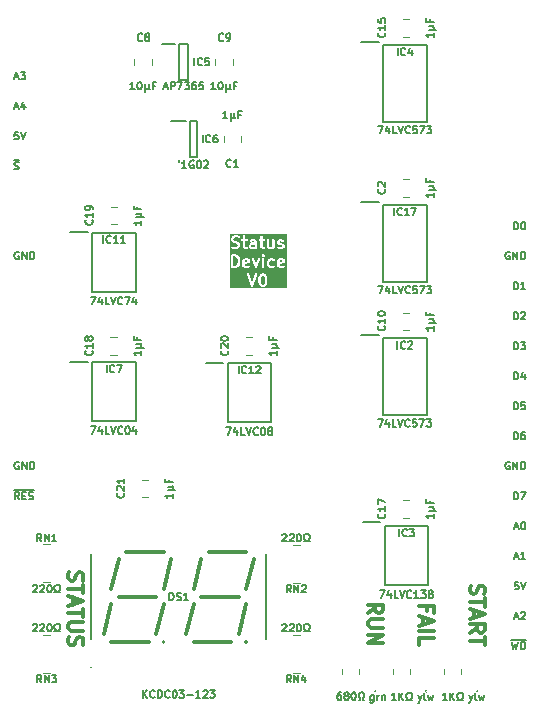
<source format=gto>
%TF.GenerationSoftware,KiCad,Pcbnew,9.0.4*%
%TF.CreationDate,2025-09-21T09:35:25+02:00*%
%TF.ProjectId,Status Device,53746174-7573-4204-9465-766963652e6b,V1*%
%TF.SameCoordinates,Original*%
%TF.FileFunction,Legend,Top*%
%TF.FilePolarity,Positive*%
%FSLAX46Y46*%
G04 Gerber Fmt 4.6, Leading zero omitted, Abs format (unit mm)*
G04 Created by KiCad (PCBNEW 9.0.4) date 2025-09-21 09:35:25*
%MOMM*%
%LPD*%
G01*
G04 APERTURE LIST*
%ADD10C,0.150000*%
%ADD11C,0.300000*%
%ADD12C,0.200000*%
%ADD13C,0.120000*%
%ADD14C,0.100000*%
%ADD15C,0.210000*%
G04 APERTURE END LIST*
D10*
X43516744Y-30765963D02*
X43516744Y-30130963D01*
X43516744Y-30130963D02*
X43667934Y-30130963D01*
X43667934Y-30130963D02*
X43758649Y-30161201D01*
X43758649Y-30161201D02*
X43819125Y-30221677D01*
X43819125Y-30221677D02*
X43849363Y-30282153D01*
X43849363Y-30282153D02*
X43879601Y-30403105D01*
X43879601Y-30403105D02*
X43879601Y-30493820D01*
X43879601Y-30493820D02*
X43849363Y-30614772D01*
X43849363Y-30614772D02*
X43819125Y-30675248D01*
X43819125Y-30675248D02*
X43758649Y-30735725D01*
X43758649Y-30735725D02*
X43667934Y-30765963D01*
X43667934Y-30765963D02*
X43516744Y-30765963D01*
X44423887Y-30130963D02*
X44302934Y-30130963D01*
X44302934Y-30130963D02*
X44242458Y-30161201D01*
X44242458Y-30161201D02*
X44212220Y-30191439D01*
X44212220Y-30191439D02*
X44151744Y-30282153D01*
X44151744Y-30282153D02*
X44121506Y-30403105D01*
X44121506Y-30403105D02*
X44121506Y-30645010D01*
X44121506Y-30645010D02*
X44151744Y-30705486D01*
X44151744Y-30705486D02*
X44181982Y-30735725D01*
X44181982Y-30735725D02*
X44242458Y-30765963D01*
X44242458Y-30765963D02*
X44363411Y-30765963D01*
X44363411Y-30765963D02*
X44423887Y-30735725D01*
X44423887Y-30735725D02*
X44454125Y-30705486D01*
X44454125Y-30705486D02*
X44484363Y-30645010D01*
X44484363Y-30645010D02*
X44484363Y-30493820D01*
X44484363Y-30493820D02*
X44454125Y-30433344D01*
X44454125Y-30433344D02*
X44423887Y-30403105D01*
X44423887Y-30403105D02*
X44363411Y-30372867D01*
X44363411Y-30372867D02*
X44242458Y-30372867D01*
X44242458Y-30372867D02*
X44181982Y-30403105D01*
X44181982Y-30403105D02*
X44151744Y-30433344D01*
X44151744Y-30433344D02*
X44121506Y-30493820D01*
X1628731Y-35845963D02*
X1417064Y-35543582D01*
X1265874Y-35845963D02*
X1265874Y-35210963D01*
X1265874Y-35210963D02*
X1507779Y-35210963D01*
X1507779Y-35210963D02*
X1568255Y-35241201D01*
X1568255Y-35241201D02*
X1598493Y-35271439D01*
X1598493Y-35271439D02*
X1628731Y-35331915D01*
X1628731Y-35331915D02*
X1628731Y-35422629D01*
X1628731Y-35422629D02*
X1598493Y-35483105D01*
X1598493Y-35483105D02*
X1568255Y-35513344D01*
X1568255Y-35513344D02*
X1507779Y-35543582D01*
X1507779Y-35543582D02*
X1265874Y-35543582D01*
X1900874Y-35513344D02*
X2112541Y-35513344D01*
X2203255Y-35845963D02*
X1900874Y-35845963D01*
X1900874Y-35845963D02*
X1900874Y-35210963D01*
X1900874Y-35210963D02*
X2203255Y-35210963D01*
X2445160Y-35815725D02*
X2535874Y-35845963D01*
X2535874Y-35845963D02*
X2687065Y-35845963D01*
X2687065Y-35845963D02*
X2747541Y-35815725D01*
X2747541Y-35815725D02*
X2777779Y-35785486D01*
X2777779Y-35785486D02*
X2808017Y-35725010D01*
X2808017Y-35725010D02*
X2808017Y-35664534D01*
X2808017Y-35664534D02*
X2777779Y-35604058D01*
X2777779Y-35604058D02*
X2747541Y-35573820D01*
X2747541Y-35573820D02*
X2687065Y-35543582D01*
X2687065Y-35543582D02*
X2566112Y-35513344D01*
X2566112Y-35513344D02*
X2505636Y-35483105D01*
X2505636Y-35483105D02*
X2475398Y-35452867D01*
X2475398Y-35452867D02*
X2445160Y-35392391D01*
X2445160Y-35392391D02*
X2445160Y-35331915D01*
X2445160Y-35331915D02*
X2475398Y-35271439D01*
X2475398Y-35271439D02*
X2505636Y-35241201D01*
X2505636Y-35241201D02*
X2566112Y-35210963D01*
X2566112Y-35210963D02*
X2717303Y-35210963D01*
X2717303Y-35210963D02*
X2808017Y-35241201D01*
X1178184Y-35034675D02*
X2865470Y-35034675D01*
X43335316Y-47910963D02*
X43486506Y-48545963D01*
X43486506Y-48545963D02*
X43607459Y-48092391D01*
X43607459Y-48092391D02*
X43728411Y-48545963D01*
X43728411Y-48545963D02*
X43879602Y-47910963D01*
X44121506Y-48545963D02*
X44121506Y-47910963D01*
X44121506Y-47910963D02*
X44272696Y-47910963D01*
X44272696Y-47910963D02*
X44363411Y-47941201D01*
X44363411Y-47941201D02*
X44423887Y-48001677D01*
X44423887Y-48001677D02*
X44454125Y-48062153D01*
X44454125Y-48062153D02*
X44484363Y-48183105D01*
X44484363Y-48183105D02*
X44484363Y-48273820D01*
X44484363Y-48273820D02*
X44454125Y-48394772D01*
X44454125Y-48394772D02*
X44423887Y-48455248D01*
X44423887Y-48455248D02*
X44363411Y-48515725D01*
X44363411Y-48515725D02*
X44272696Y-48545963D01*
X44272696Y-48545963D02*
X44121506Y-48545963D01*
X43308102Y-47734675D02*
X44541816Y-47734675D01*
X1235636Y-104534D02*
X1538017Y-104534D01*
X1175160Y-285963D02*
X1386826Y349036D01*
X1386826Y349036D02*
X1598493Y-285963D01*
X1749684Y349036D02*
X2142779Y349036D01*
X2142779Y349036D02*
X1931112Y107132D01*
X1931112Y107132D02*
X2021827Y107132D01*
X2021827Y107132D02*
X2082303Y76894D01*
X2082303Y76894D02*
X2112541Y46655D01*
X2112541Y46655D02*
X2142779Y-13820D01*
X2142779Y-13820D02*
X2142779Y-165010D01*
X2142779Y-165010D02*
X2112541Y-225486D01*
X2112541Y-225486D02*
X2082303Y-255725D01*
X2082303Y-255725D02*
X2021827Y-285963D01*
X2021827Y-285963D02*
X1840398Y-285963D01*
X1840398Y-285963D02*
X1779922Y-255725D01*
X1779922Y-255725D02*
X1749684Y-225486D01*
D11*
X39872850Y-43136460D02*
X39813326Y-43315031D01*
X39813326Y-43315031D02*
X39813326Y-43612650D01*
X39813326Y-43612650D02*
X39872850Y-43731698D01*
X39872850Y-43731698D02*
X39932373Y-43791222D01*
X39932373Y-43791222D02*
X40051421Y-43850745D01*
X40051421Y-43850745D02*
X40170469Y-43850745D01*
X40170469Y-43850745D02*
X40289516Y-43791222D01*
X40289516Y-43791222D02*
X40349040Y-43731698D01*
X40349040Y-43731698D02*
X40408564Y-43612650D01*
X40408564Y-43612650D02*
X40468088Y-43374555D01*
X40468088Y-43374555D02*
X40527611Y-43255507D01*
X40527611Y-43255507D02*
X40587135Y-43195984D01*
X40587135Y-43195984D02*
X40706183Y-43136460D01*
X40706183Y-43136460D02*
X40825230Y-43136460D01*
X40825230Y-43136460D02*
X40944278Y-43195984D01*
X40944278Y-43195984D02*
X41003802Y-43255507D01*
X41003802Y-43255507D02*
X41063326Y-43374555D01*
X41063326Y-43374555D02*
X41063326Y-43672174D01*
X41063326Y-43672174D02*
X41003802Y-43850745D01*
X41063326Y-44207888D02*
X41063326Y-44922174D01*
X39813326Y-44565031D02*
X41063326Y-44565031D01*
X40170469Y-45279317D02*
X40170469Y-45874555D01*
X39813326Y-45160269D02*
X41063326Y-45576936D01*
X41063326Y-45576936D02*
X39813326Y-45993602D01*
X39813326Y-47124555D02*
X40408564Y-46707889D01*
X39813326Y-46410270D02*
X41063326Y-46410270D01*
X41063326Y-46410270D02*
X41063326Y-46886460D01*
X41063326Y-46886460D02*
X41003802Y-47005508D01*
X41003802Y-47005508D02*
X40944278Y-47065031D01*
X40944278Y-47065031D02*
X40825230Y-47124555D01*
X40825230Y-47124555D02*
X40646659Y-47124555D01*
X40646659Y-47124555D02*
X40527611Y-47065031D01*
X40527611Y-47065031D02*
X40468088Y-47005508D01*
X40468088Y-47005508D02*
X40408564Y-46886460D01*
X40408564Y-46886460D02*
X40408564Y-46410270D01*
X41063326Y-47481698D02*
X41063326Y-48195984D01*
X39813326Y-47838841D02*
X41063326Y-47838841D01*
X36150088Y-45279316D02*
X36150088Y-44862650D01*
X35495326Y-44862650D02*
X36745326Y-44862650D01*
X36745326Y-44862650D02*
X36745326Y-45457888D01*
X35852469Y-45874555D02*
X35852469Y-46469793D01*
X35495326Y-45755507D02*
X36745326Y-46172174D01*
X36745326Y-46172174D02*
X35495326Y-46588840D01*
X35495326Y-47005508D02*
X36745326Y-47005508D01*
X35495326Y-48195984D02*
X35495326Y-47600746D01*
X35495326Y-47600746D02*
X36745326Y-47600746D01*
D10*
X43516744Y-35845963D02*
X43516744Y-35210963D01*
X43516744Y-35210963D02*
X43667934Y-35210963D01*
X43667934Y-35210963D02*
X43758649Y-35241201D01*
X43758649Y-35241201D02*
X43819125Y-35301677D01*
X43819125Y-35301677D02*
X43849363Y-35362153D01*
X43849363Y-35362153D02*
X43879601Y-35483105D01*
X43879601Y-35483105D02*
X43879601Y-35573820D01*
X43879601Y-35573820D02*
X43849363Y-35694772D01*
X43849363Y-35694772D02*
X43819125Y-35755248D01*
X43819125Y-35755248D02*
X43758649Y-35815725D01*
X43758649Y-35815725D02*
X43667934Y-35845963D01*
X43667934Y-35845963D02*
X43516744Y-35845963D01*
X44091268Y-35210963D02*
X44514601Y-35210963D01*
X44514601Y-35210963D02*
X44242458Y-35845963D01*
X1598493Y-14921201D02*
X1538017Y-14890963D01*
X1538017Y-14890963D02*
X1447303Y-14890963D01*
X1447303Y-14890963D02*
X1356588Y-14921201D01*
X1356588Y-14921201D02*
X1296112Y-14981677D01*
X1296112Y-14981677D02*
X1265874Y-15042153D01*
X1265874Y-15042153D02*
X1235636Y-15163105D01*
X1235636Y-15163105D02*
X1235636Y-15253820D01*
X1235636Y-15253820D02*
X1265874Y-15374772D01*
X1265874Y-15374772D02*
X1296112Y-15435248D01*
X1296112Y-15435248D02*
X1356588Y-15495725D01*
X1356588Y-15495725D02*
X1447303Y-15525963D01*
X1447303Y-15525963D02*
X1507779Y-15525963D01*
X1507779Y-15525963D02*
X1598493Y-15495725D01*
X1598493Y-15495725D02*
X1628731Y-15465486D01*
X1628731Y-15465486D02*
X1628731Y-15253820D01*
X1628731Y-15253820D02*
X1507779Y-15253820D01*
X1900874Y-15525963D02*
X1900874Y-14890963D01*
X1900874Y-14890963D02*
X2263731Y-15525963D01*
X2263731Y-15525963D02*
X2263731Y-14890963D01*
X2566112Y-15525963D02*
X2566112Y-14890963D01*
X2566112Y-14890963D02*
X2717302Y-14890963D01*
X2717302Y-14890963D02*
X2808017Y-14921201D01*
X2808017Y-14921201D02*
X2868493Y-14981677D01*
X2868493Y-14981677D02*
X2898731Y-15042153D01*
X2898731Y-15042153D02*
X2928969Y-15163105D01*
X2928969Y-15163105D02*
X2928969Y-15253820D01*
X2928969Y-15253820D02*
X2898731Y-15374772D01*
X2898731Y-15374772D02*
X2868493Y-15435248D01*
X2868493Y-15435248D02*
X2808017Y-15495725D01*
X2808017Y-15495725D02*
X2717302Y-15525963D01*
X2717302Y-15525963D02*
X2566112Y-15525963D01*
X43577220Y-40744534D02*
X43879601Y-40744534D01*
X43516744Y-40925963D02*
X43728410Y-40290963D01*
X43728410Y-40290963D02*
X43940077Y-40925963D01*
X44484363Y-40925963D02*
X44121506Y-40925963D01*
X44302934Y-40925963D02*
X44302934Y-40290963D01*
X44302934Y-40290963D02*
X44242458Y-40381677D01*
X44242458Y-40381677D02*
X44181982Y-40442153D01*
X44181982Y-40442153D02*
X44121506Y-40472391D01*
X43516744Y-18065963D02*
X43516744Y-17430963D01*
X43516744Y-17430963D02*
X43667934Y-17430963D01*
X43667934Y-17430963D02*
X43758649Y-17461201D01*
X43758649Y-17461201D02*
X43819125Y-17521677D01*
X43819125Y-17521677D02*
X43849363Y-17582153D01*
X43849363Y-17582153D02*
X43879601Y-17703105D01*
X43879601Y-17703105D02*
X43879601Y-17793820D01*
X43879601Y-17793820D02*
X43849363Y-17914772D01*
X43849363Y-17914772D02*
X43819125Y-17975248D01*
X43819125Y-17975248D02*
X43758649Y-18035725D01*
X43758649Y-18035725D02*
X43667934Y-18065963D01*
X43667934Y-18065963D02*
X43516744Y-18065963D01*
X44484363Y-18065963D02*
X44121506Y-18065963D01*
X44302934Y-18065963D02*
X44302934Y-17430963D01*
X44302934Y-17430963D02*
X44242458Y-17521677D01*
X44242458Y-17521677D02*
X44181982Y-17582153D01*
X44181982Y-17582153D02*
X44121506Y-17612391D01*
X43909839Y-42830963D02*
X43607458Y-42830963D01*
X43607458Y-42830963D02*
X43577220Y-43133344D01*
X43577220Y-43133344D02*
X43607458Y-43103105D01*
X43607458Y-43103105D02*
X43667934Y-43072867D01*
X43667934Y-43072867D02*
X43819125Y-43072867D01*
X43819125Y-43072867D02*
X43879601Y-43103105D01*
X43879601Y-43103105D02*
X43909839Y-43133344D01*
X43909839Y-43133344D02*
X43940077Y-43193820D01*
X43940077Y-43193820D02*
X43940077Y-43345010D01*
X43940077Y-43345010D02*
X43909839Y-43405486D01*
X43909839Y-43405486D02*
X43879601Y-43435725D01*
X43879601Y-43435725D02*
X43819125Y-43465963D01*
X43819125Y-43465963D02*
X43667934Y-43465963D01*
X43667934Y-43465963D02*
X43607458Y-43435725D01*
X43607458Y-43435725D02*
X43577220Y-43405486D01*
X44121506Y-42830963D02*
X44333172Y-43465963D01*
X44333172Y-43465963D02*
X44544839Y-42830963D01*
X43516744Y-23145963D02*
X43516744Y-22510963D01*
X43516744Y-22510963D02*
X43667934Y-22510963D01*
X43667934Y-22510963D02*
X43758649Y-22541201D01*
X43758649Y-22541201D02*
X43819125Y-22601677D01*
X43819125Y-22601677D02*
X43849363Y-22662153D01*
X43849363Y-22662153D02*
X43879601Y-22783105D01*
X43879601Y-22783105D02*
X43879601Y-22873820D01*
X43879601Y-22873820D02*
X43849363Y-22994772D01*
X43849363Y-22994772D02*
X43819125Y-23055248D01*
X43819125Y-23055248D02*
X43758649Y-23115725D01*
X43758649Y-23115725D02*
X43667934Y-23145963D01*
X43667934Y-23145963D02*
X43516744Y-23145963D01*
X44091268Y-22510963D02*
X44484363Y-22510963D01*
X44484363Y-22510963D02*
X44272696Y-22752867D01*
X44272696Y-22752867D02*
X44363411Y-22752867D01*
X44363411Y-22752867D02*
X44423887Y-22783105D01*
X44423887Y-22783105D02*
X44454125Y-22813344D01*
X44454125Y-22813344D02*
X44484363Y-22873820D01*
X44484363Y-22873820D02*
X44484363Y-23025010D01*
X44484363Y-23025010D02*
X44454125Y-23085486D01*
X44454125Y-23085486D02*
X44423887Y-23115725D01*
X44423887Y-23115725D02*
X44363411Y-23145963D01*
X44363411Y-23145963D02*
X44181982Y-23145963D01*
X44181982Y-23145963D02*
X44121506Y-23115725D01*
X44121506Y-23115725D02*
X44091268Y-23085486D01*
D11*
X31177326Y-45459488D02*
X31772564Y-45042822D01*
X31177326Y-44745203D02*
X32427326Y-44745203D01*
X32427326Y-44745203D02*
X32427326Y-45221393D01*
X32427326Y-45221393D02*
X32367802Y-45340441D01*
X32367802Y-45340441D02*
X32308278Y-45399964D01*
X32308278Y-45399964D02*
X32189230Y-45459488D01*
X32189230Y-45459488D02*
X32010659Y-45459488D01*
X32010659Y-45459488D02*
X31891611Y-45399964D01*
X31891611Y-45399964D02*
X31832088Y-45340441D01*
X31832088Y-45340441D02*
X31772564Y-45221393D01*
X31772564Y-45221393D02*
X31772564Y-44745203D01*
X32427326Y-45995203D02*
X31415421Y-45995203D01*
X31415421Y-45995203D02*
X31296373Y-46054726D01*
X31296373Y-46054726D02*
X31236850Y-46114250D01*
X31236850Y-46114250D02*
X31177326Y-46233298D01*
X31177326Y-46233298D02*
X31177326Y-46471393D01*
X31177326Y-46471393D02*
X31236850Y-46590441D01*
X31236850Y-46590441D02*
X31296373Y-46649964D01*
X31296373Y-46649964D02*
X31415421Y-46709488D01*
X31415421Y-46709488D02*
X32427326Y-46709488D01*
X31177326Y-47304727D02*
X32427326Y-47304727D01*
X32427326Y-47304727D02*
X31177326Y-48019012D01*
X31177326Y-48019012D02*
X32427326Y-48019012D01*
D10*
X43516744Y-20605963D02*
X43516744Y-19970963D01*
X43516744Y-19970963D02*
X43667934Y-19970963D01*
X43667934Y-19970963D02*
X43758649Y-20001201D01*
X43758649Y-20001201D02*
X43819125Y-20061677D01*
X43819125Y-20061677D02*
X43849363Y-20122153D01*
X43849363Y-20122153D02*
X43879601Y-20243105D01*
X43879601Y-20243105D02*
X43879601Y-20333820D01*
X43879601Y-20333820D02*
X43849363Y-20454772D01*
X43849363Y-20454772D02*
X43819125Y-20515248D01*
X43819125Y-20515248D02*
X43758649Y-20575725D01*
X43758649Y-20575725D02*
X43667934Y-20605963D01*
X43667934Y-20605963D02*
X43516744Y-20605963D01*
X44121506Y-20031439D02*
X44151744Y-20001201D01*
X44151744Y-20001201D02*
X44212220Y-19970963D01*
X44212220Y-19970963D02*
X44363411Y-19970963D01*
X44363411Y-19970963D02*
X44423887Y-20001201D01*
X44423887Y-20001201D02*
X44454125Y-20031439D01*
X44454125Y-20031439D02*
X44484363Y-20091915D01*
X44484363Y-20091915D02*
X44484363Y-20152391D01*
X44484363Y-20152391D02*
X44454125Y-20243105D01*
X44454125Y-20243105D02*
X44091268Y-20605963D01*
X44091268Y-20605963D02*
X44484363Y-20605963D01*
X1235636Y-2644534D02*
X1538017Y-2644534D01*
X1175160Y-2825963D02*
X1386826Y-2190963D01*
X1386826Y-2190963D02*
X1598493Y-2825963D01*
X2082303Y-2402629D02*
X2082303Y-2825963D01*
X1931112Y-2160725D02*
X1779922Y-2614296D01*
X1779922Y-2614296D02*
X2173017Y-2614296D01*
X1598493Y-32701201D02*
X1538017Y-32670963D01*
X1538017Y-32670963D02*
X1447303Y-32670963D01*
X1447303Y-32670963D02*
X1356588Y-32701201D01*
X1356588Y-32701201D02*
X1296112Y-32761677D01*
X1296112Y-32761677D02*
X1265874Y-32822153D01*
X1265874Y-32822153D02*
X1235636Y-32943105D01*
X1235636Y-32943105D02*
X1235636Y-33033820D01*
X1235636Y-33033820D02*
X1265874Y-33154772D01*
X1265874Y-33154772D02*
X1296112Y-33215248D01*
X1296112Y-33215248D02*
X1356588Y-33275725D01*
X1356588Y-33275725D02*
X1447303Y-33305963D01*
X1447303Y-33305963D02*
X1507779Y-33305963D01*
X1507779Y-33305963D02*
X1598493Y-33275725D01*
X1598493Y-33275725D02*
X1628731Y-33245486D01*
X1628731Y-33245486D02*
X1628731Y-33033820D01*
X1628731Y-33033820D02*
X1507779Y-33033820D01*
X1900874Y-33305963D02*
X1900874Y-32670963D01*
X1900874Y-32670963D02*
X2263731Y-33305963D01*
X2263731Y-33305963D02*
X2263731Y-32670963D01*
X2566112Y-33305963D02*
X2566112Y-32670963D01*
X2566112Y-32670963D02*
X2717302Y-32670963D01*
X2717302Y-32670963D02*
X2808017Y-32701201D01*
X2808017Y-32701201D02*
X2868493Y-32761677D01*
X2868493Y-32761677D02*
X2898731Y-32822153D01*
X2898731Y-32822153D02*
X2928969Y-32943105D01*
X2928969Y-32943105D02*
X2928969Y-33033820D01*
X2928969Y-33033820D02*
X2898731Y-33154772D01*
X2898731Y-33154772D02*
X2868493Y-33215248D01*
X2868493Y-33215248D02*
X2808017Y-33275725D01*
X2808017Y-33275725D02*
X2717302Y-33305963D01*
X2717302Y-33305963D02*
X2566112Y-33305963D01*
X43577220Y-38204534D02*
X43879601Y-38204534D01*
X43516744Y-38385963D02*
X43728410Y-37750963D01*
X43728410Y-37750963D02*
X43940077Y-38385963D01*
X44272696Y-37750963D02*
X44333173Y-37750963D01*
X44333173Y-37750963D02*
X44393649Y-37781201D01*
X44393649Y-37781201D02*
X44423887Y-37811439D01*
X44423887Y-37811439D02*
X44454125Y-37871915D01*
X44454125Y-37871915D02*
X44484363Y-37992867D01*
X44484363Y-37992867D02*
X44484363Y-38144058D01*
X44484363Y-38144058D02*
X44454125Y-38265010D01*
X44454125Y-38265010D02*
X44423887Y-38325486D01*
X44423887Y-38325486D02*
X44393649Y-38355725D01*
X44393649Y-38355725D02*
X44333173Y-38385963D01*
X44333173Y-38385963D02*
X44272696Y-38385963D01*
X44272696Y-38385963D02*
X44212220Y-38355725D01*
X44212220Y-38355725D02*
X44181982Y-38325486D01*
X44181982Y-38325486D02*
X44151744Y-38265010D01*
X44151744Y-38265010D02*
X44121506Y-38144058D01*
X44121506Y-38144058D02*
X44121506Y-37992867D01*
X44121506Y-37992867D02*
X44151744Y-37871915D01*
X44151744Y-37871915D02*
X44181982Y-37811439D01*
X44181982Y-37811439D02*
X44212220Y-37781201D01*
X44212220Y-37781201D02*
X44272696Y-37750963D01*
D12*
G36*
X22356192Y-16904024D02*
G01*
X22380861Y-16928692D01*
X22416314Y-16999599D01*
X22458285Y-17167480D01*
X22458285Y-17380956D01*
X22416314Y-17548837D01*
X22380861Y-17619743D01*
X22356192Y-17644413D01*
X22296583Y-17674219D01*
X22248559Y-17674219D01*
X22188949Y-17644414D01*
X22164282Y-17619746D01*
X22128827Y-17548837D01*
X22086857Y-17380956D01*
X22086857Y-17167481D01*
X22128827Y-16999599D01*
X22164281Y-16928692D01*
X22188949Y-16904023D01*
X22248559Y-16874219D01*
X22296583Y-16874219D01*
X22356192Y-16904024D01*
G37*
G36*
X20004265Y-15299296D02*
G01*
X20071338Y-15366369D01*
X20106790Y-15437274D01*
X20148761Y-15605155D01*
X20148761Y-15723393D01*
X20106790Y-15891274D01*
X20071337Y-15962180D01*
X20004266Y-16029253D01*
X19899201Y-16064275D01*
X19777333Y-16064275D01*
X19777333Y-15264275D01*
X19899201Y-15264275D01*
X20004265Y-15299296D01*
G37*
G36*
X20983749Y-15619763D02*
G01*
X21001199Y-15654663D01*
X20729714Y-15708960D01*
X20729714Y-15664072D01*
X20751869Y-15619762D01*
X20796178Y-15597608D01*
X20939440Y-15597608D01*
X20983749Y-15619763D01*
G37*
G36*
X23936130Y-15619763D02*
G01*
X23953580Y-15654663D01*
X23682095Y-15708960D01*
X23682095Y-15664072D01*
X23704250Y-15619762D01*
X23748559Y-15597608D01*
X23891821Y-15597608D01*
X23936130Y-15619763D01*
G37*
G36*
X21577333Y-14444908D02*
G01*
X21558488Y-14454331D01*
X21367607Y-14454331D01*
X21323297Y-14432176D01*
X21301143Y-14387866D01*
X21301143Y-14339842D01*
X21323298Y-14295532D01*
X21367607Y-14273378D01*
X21577333Y-14273378D01*
X21577333Y-14444908D01*
G37*
G36*
X24269396Y-17985330D02*
G01*
X19466222Y-17985330D01*
X19466222Y-16786726D01*
X20935261Y-16786726D01*
X20939608Y-16805842D01*
X21272941Y-17805841D01*
X21280932Y-17823742D01*
X21285615Y-17829141D01*
X21288810Y-17835531D01*
X21298281Y-17843746D01*
X21306497Y-17853218D01*
X21312885Y-17856412D01*
X21318286Y-17861096D01*
X21330187Y-17865063D01*
X21341396Y-17870667D01*
X21348520Y-17871173D01*
X21355302Y-17873434D01*
X21367811Y-17872544D01*
X21380316Y-17873434D01*
X21387094Y-17871174D01*
X21394222Y-17870668D01*
X21405438Y-17865059D01*
X21417332Y-17861095D01*
X21422729Y-17856414D01*
X21429121Y-17853218D01*
X21437339Y-17843742D01*
X21446808Y-17835530D01*
X21450001Y-17829143D01*
X21454686Y-17823742D01*
X21462677Y-17805842D01*
X21679567Y-17155171D01*
X21886857Y-17155171D01*
X21886857Y-17393266D01*
X21887192Y-17396668D01*
X21886975Y-17398127D01*
X21888054Y-17405424D01*
X21888778Y-17412775D01*
X21889342Y-17414138D01*
X21889843Y-17417520D01*
X21937462Y-17607995D01*
X21937975Y-17609432D01*
X21938027Y-17610155D01*
X21941135Y-17618279D01*
X21944057Y-17626456D01*
X21944487Y-17627036D01*
X21945033Y-17628463D01*
X21992652Y-17723701D01*
X21997935Y-17732093D01*
X21998947Y-17734537D01*
X22001203Y-17737286D01*
X22003095Y-17740291D01*
X22005089Y-17742020D01*
X22011384Y-17749690D01*
X22059002Y-17797310D01*
X22066670Y-17803603D01*
X22068402Y-17805600D01*
X22071410Y-17807493D01*
X22074156Y-17809747D01*
X22076596Y-17810757D01*
X22084993Y-17816043D01*
X22180230Y-17863662D01*
X22198539Y-17870668D01*
X22202122Y-17870922D01*
X22205443Y-17872298D01*
X22224952Y-17874219D01*
X22320190Y-17874219D01*
X22339699Y-17872298D01*
X22343019Y-17870922D01*
X22346603Y-17870668D01*
X22364911Y-17863662D01*
X22460149Y-17816043D01*
X22468544Y-17810758D01*
X22470986Y-17809747D01*
X22473733Y-17807491D01*
X22476739Y-17805600D01*
X22478469Y-17803605D01*
X22486139Y-17797310D01*
X22533758Y-17749690D01*
X22540050Y-17742023D01*
X22542047Y-17740292D01*
X22543940Y-17737284D01*
X22546195Y-17734537D01*
X22547206Y-17732095D01*
X22552490Y-17723701D01*
X22600109Y-17628464D01*
X22600655Y-17627035D01*
X22601085Y-17626456D01*
X22604006Y-17618279D01*
X22607115Y-17610155D01*
X22607166Y-17609434D01*
X22607680Y-17607996D01*
X22655299Y-17417520D01*
X22655799Y-17414138D01*
X22656364Y-17412775D01*
X22657087Y-17405424D01*
X22658167Y-17398127D01*
X22657949Y-17396668D01*
X22658285Y-17393266D01*
X22658285Y-17155171D01*
X22657949Y-17151768D01*
X22658167Y-17150310D01*
X22657087Y-17143012D01*
X22656364Y-17135662D01*
X22655799Y-17134298D01*
X22655299Y-17130917D01*
X22607680Y-16940441D01*
X22607166Y-16939002D01*
X22607115Y-16938282D01*
X22604006Y-16930157D01*
X22601085Y-16921981D01*
X22600655Y-16921401D01*
X22600109Y-16919973D01*
X22552490Y-16824736D01*
X22547204Y-16816339D01*
X22546194Y-16813899D01*
X22543940Y-16811153D01*
X22542047Y-16808145D01*
X22540049Y-16806412D01*
X22533757Y-16798746D01*
X22486139Y-16751127D01*
X22478468Y-16744832D01*
X22476739Y-16742838D01*
X22473731Y-16740944D01*
X22470985Y-16738691D01*
X22468545Y-16737680D01*
X22460149Y-16732395D01*
X22364911Y-16684776D01*
X22346603Y-16677770D01*
X22343019Y-16677515D01*
X22339699Y-16676140D01*
X22320190Y-16674219D01*
X22224952Y-16674219D01*
X22205443Y-16676140D01*
X22202122Y-16677515D01*
X22198539Y-16677770D01*
X22180230Y-16684776D01*
X22084993Y-16732395D01*
X22076596Y-16737680D01*
X22074156Y-16738691D01*
X22071410Y-16740944D01*
X22068402Y-16742838D01*
X22066669Y-16744835D01*
X22059003Y-16751128D01*
X22011384Y-16798746D01*
X22005089Y-16806416D01*
X22003095Y-16808146D01*
X22001201Y-16811153D01*
X21998948Y-16813900D01*
X21997937Y-16816339D01*
X21992652Y-16824736D01*
X21945033Y-16919974D01*
X21944487Y-16921400D01*
X21944057Y-16921981D01*
X21941135Y-16930157D01*
X21938027Y-16938282D01*
X21937975Y-16939004D01*
X21937462Y-16940442D01*
X21889843Y-17130917D01*
X21889342Y-17134298D01*
X21888778Y-17135662D01*
X21888054Y-17143012D01*
X21886975Y-17150310D01*
X21887192Y-17151768D01*
X21886857Y-17155171D01*
X21679567Y-17155171D01*
X21796010Y-16805842D01*
X21800357Y-16786727D01*
X21797591Y-16747807D01*
X21780141Y-16712908D01*
X21750665Y-16687343D01*
X21713649Y-16675004D01*
X21674729Y-16677771D01*
X21639830Y-16695220D01*
X21614265Y-16724696D01*
X21606274Y-16742597D01*
X21367809Y-17457991D01*
X21129344Y-16742596D01*
X21121353Y-16724696D01*
X21095788Y-16695220D01*
X21060889Y-16677770D01*
X21021969Y-16675004D01*
X20984953Y-16687342D01*
X20955477Y-16712907D01*
X20938027Y-16747806D01*
X20935261Y-16786726D01*
X19466222Y-16786726D01*
X19466222Y-15164275D01*
X19577333Y-15164275D01*
X19577333Y-16164275D01*
X19579254Y-16183784D01*
X19594186Y-16219832D01*
X19621776Y-16247422D01*
X19657824Y-16262354D01*
X19677333Y-16264275D01*
X19915428Y-16264275D01*
X19925301Y-16263302D01*
X19927935Y-16263490D01*
X19931398Y-16262702D01*
X19934937Y-16262354D01*
X19937379Y-16261342D01*
X19947051Y-16259143D01*
X20089907Y-16211524D01*
X20107808Y-16203533D01*
X20110523Y-16201178D01*
X20113843Y-16199803D01*
X20128996Y-16187366D01*
X20224234Y-16092127D01*
X20230526Y-16084460D01*
X20232523Y-16082729D01*
X20234416Y-16079721D01*
X20236671Y-16076974D01*
X20237682Y-16074532D01*
X20242966Y-16066138D01*
X20290585Y-15970901D01*
X20291131Y-15969472D01*
X20291561Y-15968893D01*
X20294482Y-15960716D01*
X20297591Y-15952592D01*
X20297642Y-15951871D01*
X20298156Y-15950433D01*
X20345775Y-15759957D01*
X20346275Y-15756575D01*
X20346840Y-15755212D01*
X20347563Y-15747861D01*
X20348643Y-15740564D01*
X20348425Y-15739105D01*
X20348761Y-15735703D01*
X20348761Y-15640465D01*
X20529714Y-15640465D01*
X20529714Y-16021417D01*
X20531635Y-16040926D01*
X20533010Y-16044246D01*
X20533265Y-16047829D01*
X20540271Y-16066138D01*
X20587890Y-16161377D01*
X20589943Y-16164640D01*
X20590457Y-16166179D01*
X20592119Y-16168095D01*
X20598333Y-16177967D01*
X20607804Y-16186181D01*
X20616021Y-16195656D01*
X20625891Y-16201868D01*
X20627809Y-16203532D01*
X20629349Y-16204045D01*
X20632612Y-16206099D01*
X20727849Y-16253718D01*
X20746158Y-16260724D01*
X20749741Y-16260978D01*
X20753062Y-16262354D01*
X20772571Y-16264275D01*
X20963047Y-16264275D01*
X20982556Y-16262354D01*
X20985876Y-16260978D01*
X20989460Y-16260724D01*
X21007768Y-16253718D01*
X21103006Y-16206099D01*
X21119596Y-16195656D01*
X21145161Y-16166179D01*
X21157499Y-16129163D01*
X21154734Y-16090243D01*
X21137285Y-16055345D01*
X21107808Y-16029780D01*
X21070792Y-16017441D01*
X21031872Y-16020207D01*
X21013563Y-16027213D01*
X20939440Y-16064275D01*
X20796178Y-16064275D01*
X20751868Y-16042120D01*
X20729714Y-15997810D01*
X20729714Y-15912921D01*
X21125410Y-15833782D01*
X21125413Y-15833782D01*
X21125415Y-15833780D01*
X21125515Y-15833761D01*
X21144269Y-15828051D01*
X21152409Y-15822599D01*
X21161461Y-15818850D01*
X21168462Y-15811848D01*
X21176688Y-15806340D01*
X21182122Y-15798188D01*
X21189051Y-15791260D01*
X21192840Y-15782112D01*
X21198332Y-15773875D01*
X21200233Y-15764264D01*
X21203983Y-15755212D01*
X21205904Y-15735703D01*
X21205904Y-15640465D01*
X21203983Y-15620956D01*
X21202607Y-15617635D01*
X21202353Y-15614052D01*
X21195347Y-15595743D01*
X21153587Y-15512223D01*
X21340311Y-15512223D01*
X21345064Y-15531242D01*
X21583159Y-16197908D01*
X21591529Y-16215635D01*
X21594899Y-16219357D01*
X21597047Y-16223892D01*
X21607898Y-16233715D01*
X21617716Y-16244560D01*
X21622248Y-16246707D01*
X21625973Y-16250079D01*
X21639763Y-16255003D01*
X21652978Y-16261264D01*
X21657988Y-16261513D01*
X21662718Y-16263202D01*
X21677339Y-16262474D01*
X21691948Y-16263201D01*
X21696673Y-16261513D01*
X21701688Y-16261264D01*
X21714914Y-16254998D01*
X21728693Y-16250078D01*
X21732413Y-16246709D01*
X21736950Y-16244561D01*
X21746772Y-16233710D01*
X21757619Y-16223892D01*
X21759766Y-16219357D01*
X21763137Y-16215635D01*
X21771507Y-16197909D01*
X22009602Y-15531242D01*
X22014355Y-15512223D01*
X22013628Y-15497608D01*
X22196381Y-15497608D01*
X22196381Y-16164275D01*
X22198302Y-16183784D01*
X22213234Y-16219832D01*
X22240824Y-16247422D01*
X22276872Y-16262354D01*
X22315890Y-16262354D01*
X22351938Y-16247422D01*
X22379528Y-16219832D01*
X22394460Y-16183784D01*
X22396381Y-16164275D01*
X22396381Y-15688084D01*
X22624952Y-15688084D01*
X22624952Y-15973798D01*
X22626873Y-15993307D01*
X22628248Y-15996627D01*
X22628503Y-16000211D01*
X22635509Y-16018519D01*
X22683128Y-16113757D01*
X22688411Y-16122149D01*
X22689423Y-16124593D01*
X22691679Y-16127342D01*
X22693571Y-16130347D01*
X22695565Y-16132076D01*
X22701860Y-16139746D01*
X22749478Y-16187366D01*
X22757146Y-16193659D01*
X22758878Y-16195656D01*
X22761886Y-16197549D01*
X22764632Y-16199803D01*
X22767072Y-16200813D01*
X22775469Y-16206099D01*
X22870706Y-16253718D01*
X22889015Y-16260724D01*
X22892598Y-16260978D01*
X22895919Y-16262354D01*
X22915428Y-16264275D01*
X23105904Y-16264275D01*
X23125413Y-16262354D01*
X23128733Y-16260978D01*
X23132317Y-16260724D01*
X23150625Y-16253718D01*
X23245863Y-16206099D01*
X23262453Y-16195656D01*
X23288018Y-16166179D01*
X23300356Y-16129163D01*
X23297591Y-16090243D01*
X23280142Y-16055345D01*
X23250665Y-16029780D01*
X23213649Y-16017441D01*
X23174729Y-16020207D01*
X23156420Y-16027213D01*
X23082297Y-16064275D01*
X22939035Y-16064275D01*
X22879425Y-16034470D01*
X22854758Y-16009802D01*
X22824952Y-15950190D01*
X22824952Y-15711691D01*
X22854757Y-15652081D01*
X22879425Y-15627412D01*
X22939035Y-15597608D01*
X23082297Y-15597608D01*
X23156420Y-15634670D01*
X23174729Y-15641676D01*
X23213649Y-15644442D01*
X23225580Y-15640465D01*
X23482095Y-15640465D01*
X23482095Y-16021417D01*
X23484016Y-16040926D01*
X23485391Y-16044246D01*
X23485646Y-16047829D01*
X23492652Y-16066138D01*
X23540271Y-16161377D01*
X23542324Y-16164640D01*
X23542838Y-16166179D01*
X23544500Y-16168095D01*
X23550714Y-16177967D01*
X23560185Y-16186181D01*
X23568402Y-16195656D01*
X23578272Y-16201868D01*
X23580190Y-16203532D01*
X23581730Y-16204045D01*
X23584993Y-16206099D01*
X23680230Y-16253718D01*
X23698539Y-16260724D01*
X23702122Y-16260978D01*
X23705443Y-16262354D01*
X23724952Y-16264275D01*
X23915428Y-16264275D01*
X23934937Y-16262354D01*
X23938257Y-16260978D01*
X23941841Y-16260724D01*
X23960149Y-16253718D01*
X24055387Y-16206099D01*
X24071977Y-16195656D01*
X24097542Y-16166179D01*
X24109880Y-16129163D01*
X24107115Y-16090243D01*
X24089666Y-16055345D01*
X24060189Y-16029780D01*
X24023173Y-16017441D01*
X23984253Y-16020207D01*
X23965944Y-16027213D01*
X23891821Y-16064275D01*
X23748559Y-16064275D01*
X23704249Y-16042120D01*
X23682095Y-15997810D01*
X23682095Y-15912921D01*
X24077791Y-15833782D01*
X24077794Y-15833782D01*
X24077796Y-15833780D01*
X24077896Y-15833761D01*
X24096650Y-15828051D01*
X24104790Y-15822599D01*
X24113842Y-15818850D01*
X24120843Y-15811848D01*
X24129069Y-15806340D01*
X24134503Y-15798188D01*
X24141432Y-15791260D01*
X24145221Y-15782112D01*
X24150713Y-15773875D01*
X24152614Y-15764264D01*
X24156364Y-15755212D01*
X24158285Y-15735703D01*
X24158285Y-15640465D01*
X24156364Y-15620956D01*
X24154988Y-15617635D01*
X24154734Y-15614052D01*
X24147728Y-15595743D01*
X24100109Y-15500506D01*
X24098054Y-15497242D01*
X24097542Y-15495704D01*
X24095880Y-15493788D01*
X24089666Y-15483915D01*
X24080190Y-15475697D01*
X24071977Y-15466227D01*
X24062105Y-15460013D01*
X24060189Y-15458351D01*
X24058650Y-15457837D01*
X24055387Y-15455784D01*
X23960149Y-15408165D01*
X23941841Y-15401159D01*
X23938257Y-15400904D01*
X23934937Y-15399529D01*
X23915428Y-15397608D01*
X23724952Y-15397608D01*
X23705443Y-15399529D01*
X23702122Y-15400904D01*
X23698539Y-15401159D01*
X23680230Y-15408165D01*
X23584993Y-15455784D01*
X23581729Y-15457838D01*
X23580191Y-15458351D01*
X23578275Y-15460012D01*
X23568402Y-15466227D01*
X23560184Y-15475702D01*
X23550714Y-15483916D01*
X23544500Y-15493787D01*
X23542838Y-15495704D01*
X23542324Y-15497242D01*
X23540271Y-15500506D01*
X23492652Y-15595744D01*
X23485646Y-15614052D01*
X23485391Y-15617635D01*
X23484016Y-15620956D01*
X23482095Y-15640465D01*
X23225580Y-15640465D01*
X23250665Y-15632103D01*
X23280142Y-15606538D01*
X23297591Y-15571640D01*
X23300356Y-15532720D01*
X23288018Y-15495704D01*
X23262453Y-15466227D01*
X23245863Y-15455784D01*
X23150625Y-15408165D01*
X23132317Y-15401159D01*
X23128733Y-15400904D01*
X23125413Y-15399529D01*
X23105904Y-15397608D01*
X22915428Y-15397608D01*
X22895919Y-15399529D01*
X22892598Y-15400904D01*
X22889015Y-15401159D01*
X22870706Y-15408165D01*
X22775469Y-15455784D01*
X22767072Y-15461069D01*
X22764632Y-15462080D01*
X22761886Y-15464333D01*
X22758878Y-15466227D01*
X22757145Y-15468224D01*
X22749479Y-15474517D01*
X22701860Y-15522135D01*
X22695565Y-15529805D01*
X22693571Y-15531535D01*
X22691677Y-15534542D01*
X22689424Y-15537289D01*
X22688413Y-15539728D01*
X22683128Y-15548125D01*
X22635509Y-15643363D01*
X22628503Y-15661671D01*
X22628248Y-15665254D01*
X22626873Y-15668575D01*
X22624952Y-15688084D01*
X22396381Y-15688084D01*
X22396381Y-15497608D01*
X22394460Y-15478099D01*
X22379528Y-15442051D01*
X22351938Y-15414461D01*
X22315890Y-15399529D01*
X22276872Y-15399529D01*
X22240824Y-15414461D01*
X22213234Y-15442051D01*
X22198302Y-15478099D01*
X22196381Y-15497608D01*
X22013628Y-15497608D01*
X22012417Y-15473253D01*
X21995714Y-15437991D01*
X21966788Y-15411805D01*
X21930043Y-15398682D01*
X21891073Y-15400619D01*
X21855811Y-15417323D01*
X21829624Y-15446248D01*
X21821254Y-15463975D01*
X21677333Y-15866953D01*
X21533412Y-15463974D01*
X21525042Y-15446248D01*
X21498855Y-15417322D01*
X21463593Y-15400619D01*
X21424623Y-15398681D01*
X21387878Y-15411804D01*
X21358952Y-15437991D01*
X21342249Y-15473253D01*
X21340311Y-15512223D01*
X21153587Y-15512223D01*
X21147728Y-15500506D01*
X21145673Y-15497242D01*
X21145161Y-15495704D01*
X21143499Y-15493788D01*
X21137285Y-15483915D01*
X21127809Y-15475697D01*
X21119596Y-15466227D01*
X21109724Y-15460013D01*
X21107808Y-15458351D01*
X21106269Y-15457837D01*
X21103006Y-15455784D01*
X21007768Y-15408165D01*
X20989460Y-15401159D01*
X20985876Y-15400904D01*
X20982556Y-15399529D01*
X20963047Y-15397608D01*
X20772571Y-15397608D01*
X20753062Y-15399529D01*
X20749741Y-15400904D01*
X20746158Y-15401159D01*
X20727849Y-15408165D01*
X20632612Y-15455784D01*
X20629348Y-15457838D01*
X20627810Y-15458351D01*
X20625894Y-15460012D01*
X20616021Y-15466227D01*
X20607803Y-15475702D01*
X20598333Y-15483916D01*
X20592119Y-15493787D01*
X20590457Y-15495704D01*
X20589943Y-15497242D01*
X20587890Y-15500506D01*
X20540271Y-15595744D01*
X20533265Y-15614052D01*
X20533010Y-15617635D01*
X20531635Y-15620956D01*
X20529714Y-15640465D01*
X20348761Y-15640465D01*
X20348761Y-15592846D01*
X20348425Y-15589443D01*
X20348643Y-15587985D01*
X20347563Y-15580687D01*
X20346840Y-15573337D01*
X20346275Y-15571973D01*
X20345775Y-15568592D01*
X20298156Y-15378116D01*
X20297642Y-15376677D01*
X20297591Y-15375957D01*
X20294482Y-15367832D01*
X20291561Y-15359656D01*
X20291131Y-15359076D01*
X20290585Y-15357648D01*
X20242966Y-15262411D01*
X20237679Y-15254012D01*
X20236670Y-15251575D01*
X20234418Y-15248831D01*
X20232523Y-15245820D01*
X20230525Y-15244087D01*
X20224234Y-15236421D01*
X20180198Y-15192385D01*
X22150683Y-15192385D01*
X22150683Y-15231403D01*
X22165615Y-15267451D01*
X22178051Y-15282605D01*
X22225670Y-15330223D01*
X22240823Y-15342660D01*
X22251381Y-15347033D01*
X22276872Y-15357592D01*
X22315890Y-15357592D01*
X22351938Y-15342660D01*
X22367092Y-15330224D01*
X22414710Y-15282605D01*
X22427147Y-15267452D01*
X22442078Y-15231403D01*
X22442078Y-15192385D01*
X22439218Y-15185481D01*
X22427147Y-15156336D01*
X22414710Y-15141183D01*
X22367092Y-15093564D01*
X22351938Y-15081128D01*
X22315890Y-15066196D01*
X22276872Y-15066196D01*
X22251381Y-15076754D01*
X22240823Y-15081128D01*
X22225670Y-15093565D01*
X22178051Y-15141183D01*
X22165616Y-15156336D01*
X22165615Y-15156337D01*
X22150683Y-15192385D01*
X20180198Y-15192385D01*
X20128996Y-15141183D01*
X20113842Y-15128747D01*
X20110523Y-15127372D01*
X20107808Y-15125017D01*
X20089907Y-15117026D01*
X19947051Y-15069407D01*
X19937379Y-15067207D01*
X19934937Y-15066196D01*
X19931398Y-15065847D01*
X19927935Y-15065060D01*
X19925301Y-15065247D01*
X19915428Y-15064275D01*
X19677333Y-15064275D01*
X19657824Y-15066196D01*
X19621776Y-15081128D01*
X19594186Y-15108718D01*
X19579254Y-15144766D01*
X19577333Y-15164275D01*
X19466222Y-15164275D01*
X19466222Y-13744807D01*
X19577333Y-13744807D01*
X19577333Y-13840045D01*
X19579254Y-13859554D01*
X19580629Y-13862874D01*
X19580884Y-13866458D01*
X19587890Y-13884766D01*
X19635509Y-13980004D01*
X19640794Y-13988400D01*
X19641805Y-13990840D01*
X19644058Y-13993586D01*
X19645952Y-13996594D01*
X19647946Y-13998323D01*
X19654241Y-14005994D01*
X19701860Y-14053612D01*
X19709526Y-14059904D01*
X19711259Y-14061902D01*
X19714267Y-14063795D01*
X19717013Y-14066049D01*
X19719453Y-14067059D01*
X19727850Y-14072345D01*
X19823087Y-14119964D01*
X19824515Y-14120510D01*
X19825095Y-14120940D01*
X19833271Y-14123861D01*
X19841396Y-14126970D01*
X19842116Y-14127021D01*
X19843555Y-14127535D01*
X20023380Y-14172491D01*
X20094287Y-14207945D01*
X20118956Y-14232613D01*
X20148761Y-14292223D01*
X20148761Y-14340247D01*
X20118956Y-14399855D01*
X20094287Y-14424525D01*
X20034678Y-14454331D01*
X19836416Y-14454331D01*
X19708956Y-14411844D01*
X19689840Y-14407497D01*
X19650920Y-14410263D01*
X19616021Y-14427713D01*
X19590456Y-14457189D01*
X19578118Y-14494205D01*
X19580884Y-14533125D01*
X19598334Y-14568024D01*
X19627810Y-14593589D01*
X19645710Y-14601580D01*
X19788567Y-14649199D01*
X19798239Y-14651398D01*
X19800681Y-14652410D01*
X19804218Y-14652758D01*
X19807682Y-14653546D01*
X19810316Y-14653358D01*
X19820190Y-14654331D01*
X20058285Y-14654331D01*
X20077794Y-14652410D01*
X20081114Y-14651034D01*
X20084698Y-14650780D01*
X20103006Y-14643774D01*
X20198244Y-14596155D01*
X20206639Y-14590870D01*
X20209081Y-14589859D01*
X20211828Y-14587603D01*
X20214834Y-14585712D01*
X20216564Y-14583717D01*
X20224234Y-14577422D01*
X20271853Y-14529802D01*
X20278145Y-14522135D01*
X20280142Y-14520404D01*
X20282035Y-14517396D01*
X20284290Y-14514649D01*
X20285301Y-14512207D01*
X20290585Y-14503813D01*
X20338204Y-14408576D01*
X20345210Y-14390267D01*
X20345464Y-14386683D01*
X20346840Y-14383363D01*
X20348761Y-14363854D01*
X20348761Y-14268616D01*
X20346840Y-14249107D01*
X20345464Y-14245786D01*
X20345210Y-14242203D01*
X20338204Y-14223894D01*
X20290585Y-14128657D01*
X20285299Y-14120260D01*
X20284289Y-14117820D01*
X20282035Y-14115074D01*
X20280142Y-14112066D01*
X20278144Y-14110333D01*
X20271852Y-14102667D01*
X20224234Y-14055048D01*
X20216563Y-14048753D01*
X20214834Y-14046759D01*
X20211826Y-14044865D01*
X20209080Y-14042612D01*
X20206640Y-14041601D01*
X20198244Y-14036316D01*
X20103006Y-13988697D01*
X20101579Y-13988151D01*
X20100999Y-13987721D01*
X20092822Y-13984799D01*
X20084698Y-13981691D01*
X20083975Y-13981639D01*
X20082538Y-13981126D01*
X19902713Y-13936169D01*
X19831806Y-13900716D01*
X19807138Y-13876047D01*
X19803192Y-13868155D01*
X20436397Y-13868155D01*
X20436397Y-13907173D01*
X20451329Y-13943221D01*
X20478919Y-13970811D01*
X20514967Y-13985743D01*
X20534476Y-13987664D01*
X20577333Y-13987664D01*
X20577333Y-14411473D01*
X20579254Y-14430982D01*
X20580629Y-14434302D01*
X20580884Y-14437885D01*
X20587890Y-14456194D01*
X20635509Y-14551433D01*
X20637562Y-14554696D01*
X20638076Y-14556235D01*
X20639738Y-14558151D01*
X20645952Y-14568023D01*
X20655423Y-14576237D01*
X20663640Y-14585712D01*
X20673510Y-14591924D01*
X20675428Y-14593588D01*
X20676968Y-14594101D01*
X20680231Y-14596155D01*
X20775468Y-14643774D01*
X20793777Y-14650780D01*
X20797360Y-14651034D01*
X20800681Y-14652410D01*
X20820190Y-14654331D01*
X20915428Y-14654331D01*
X20934937Y-14652410D01*
X20970985Y-14637478D01*
X20998575Y-14609888D01*
X21013507Y-14573840D01*
X21013507Y-14534822D01*
X20998575Y-14498774D01*
X20970985Y-14471184D01*
X20934937Y-14456252D01*
X20915428Y-14454331D01*
X20843797Y-14454331D01*
X20799487Y-14432176D01*
X20777333Y-14387866D01*
X20777333Y-14316235D01*
X21101143Y-14316235D01*
X21101143Y-14411473D01*
X21103064Y-14430982D01*
X21104439Y-14434302D01*
X21104694Y-14437885D01*
X21111700Y-14456194D01*
X21159319Y-14551433D01*
X21161372Y-14554696D01*
X21161886Y-14556235D01*
X21163548Y-14558151D01*
X21169762Y-14568023D01*
X21179233Y-14576237D01*
X21187450Y-14585712D01*
X21197320Y-14591924D01*
X21199238Y-14593588D01*
X21200778Y-14594101D01*
X21204041Y-14596155D01*
X21299278Y-14643774D01*
X21317587Y-14650780D01*
X21321170Y-14651034D01*
X21324491Y-14652410D01*
X21344000Y-14654331D01*
X21582095Y-14654331D01*
X21601604Y-14652410D01*
X21604924Y-14651034D01*
X21608508Y-14650780D01*
X21626816Y-14643774D01*
X21631419Y-14641472D01*
X21657824Y-14652410D01*
X21696842Y-14652410D01*
X21732890Y-14637478D01*
X21760480Y-14609888D01*
X21775412Y-14573840D01*
X21777333Y-14554331D01*
X21777333Y-14030521D01*
X21775412Y-14011012D01*
X21774036Y-14007691D01*
X21773782Y-14004108D01*
X21766776Y-13985799D01*
X21719157Y-13890562D01*
X21717102Y-13887298D01*
X21716590Y-13885760D01*
X21714928Y-13883844D01*
X21708714Y-13873971D01*
X21702008Y-13868155D01*
X21912588Y-13868155D01*
X21912588Y-13907173D01*
X21927520Y-13943221D01*
X21955110Y-13970811D01*
X21991158Y-13985743D01*
X22010667Y-13987664D01*
X22053524Y-13987664D01*
X22053524Y-14411473D01*
X22055445Y-14430982D01*
X22056820Y-14434302D01*
X22057075Y-14437885D01*
X22064081Y-14456194D01*
X22111700Y-14551433D01*
X22113753Y-14554696D01*
X22114267Y-14556235D01*
X22115929Y-14558151D01*
X22122143Y-14568023D01*
X22131614Y-14576237D01*
X22139831Y-14585712D01*
X22149701Y-14591924D01*
X22151619Y-14593588D01*
X22153159Y-14594101D01*
X22156422Y-14596155D01*
X22251659Y-14643774D01*
X22269968Y-14650780D01*
X22273551Y-14651034D01*
X22276872Y-14652410D01*
X22296381Y-14654331D01*
X22391619Y-14654331D01*
X22411128Y-14652410D01*
X22447176Y-14637478D01*
X22474766Y-14609888D01*
X22489698Y-14573840D01*
X22489698Y-14534822D01*
X22474766Y-14498774D01*
X22447176Y-14471184D01*
X22411128Y-14456252D01*
X22391619Y-14454331D01*
X22319988Y-14454331D01*
X22275678Y-14432176D01*
X22253524Y-14387866D01*
X22253524Y-13987664D01*
X22391619Y-13987664D01*
X22411128Y-13985743D01*
X22447176Y-13970811D01*
X22474766Y-13943221D01*
X22489698Y-13907173D01*
X22489698Y-13887664D01*
X22624953Y-13887664D01*
X22624953Y-14411473D01*
X22626874Y-14430982D01*
X22628249Y-14434302D01*
X22628504Y-14437885D01*
X22635510Y-14456194D01*
X22683129Y-14551433D01*
X22685182Y-14554696D01*
X22685696Y-14556235D01*
X22687358Y-14558151D01*
X22693572Y-14568023D01*
X22703043Y-14576237D01*
X22711260Y-14585712D01*
X22721130Y-14591924D01*
X22723048Y-14593588D01*
X22724588Y-14594101D01*
X22727851Y-14596155D01*
X22823088Y-14643774D01*
X22841397Y-14650780D01*
X22844980Y-14651034D01*
X22848301Y-14652410D01*
X22867810Y-14654331D01*
X23010667Y-14654331D01*
X23030176Y-14652410D01*
X23033496Y-14651034D01*
X23037080Y-14650780D01*
X23055388Y-14643774D01*
X23087971Y-14627482D01*
X23097967Y-14637478D01*
X23134015Y-14652410D01*
X23173033Y-14652410D01*
X23209081Y-14637478D01*
X23236671Y-14609888D01*
X23251603Y-14573840D01*
X23253524Y-14554331D01*
X23253524Y-14030521D01*
X23482096Y-14030521D01*
X23482096Y-14078140D01*
X23484017Y-14097649D01*
X23485392Y-14100969D01*
X23485647Y-14104553D01*
X23492653Y-14122861D01*
X23540272Y-14218099D01*
X23542325Y-14221362D01*
X23542839Y-14222901D01*
X23544501Y-14224817D01*
X23550715Y-14234689D01*
X23560185Y-14242902D01*
X23568403Y-14252378D01*
X23578276Y-14258592D01*
X23580192Y-14260254D01*
X23581730Y-14260766D01*
X23584994Y-14262821D01*
X23680231Y-14310440D01*
X23698540Y-14317446D01*
X23702123Y-14317700D01*
X23705444Y-14319076D01*
X23724953Y-14320997D01*
X23844203Y-14320997D01*
X23888512Y-14343152D01*
X23910667Y-14387461D01*
X23910667Y-14387866D01*
X23888512Y-14432175D01*
X23844203Y-14454331D01*
X23700941Y-14454331D01*
X23626817Y-14417269D01*
X23608509Y-14410263D01*
X23569589Y-14407497D01*
X23532573Y-14419836D01*
X23503096Y-14445400D01*
X23485647Y-14480299D01*
X23482881Y-14519219D01*
X23495220Y-14556235D01*
X23520784Y-14585712D01*
X23537375Y-14596155D01*
X23632612Y-14643774D01*
X23650921Y-14650780D01*
X23654504Y-14651034D01*
X23657825Y-14652410D01*
X23677334Y-14654331D01*
X23867810Y-14654331D01*
X23887319Y-14652410D01*
X23890639Y-14651034D01*
X23894223Y-14650780D01*
X23912531Y-14643774D01*
X24007769Y-14596155D01*
X24011031Y-14594101D01*
X24012571Y-14593588D01*
X24014487Y-14591925D01*
X24024359Y-14585712D01*
X24032574Y-14576238D01*
X24042048Y-14568023D01*
X24048261Y-14558151D01*
X24049924Y-14556235D01*
X24050436Y-14554696D01*
X24052491Y-14551433D01*
X24100110Y-14456194D01*
X24107116Y-14437886D01*
X24107370Y-14434302D01*
X24108746Y-14430982D01*
X24110667Y-14411473D01*
X24110667Y-14363854D01*
X24108746Y-14344345D01*
X24107370Y-14341024D01*
X24107116Y-14337441D01*
X24100110Y-14319132D01*
X24052491Y-14223895D01*
X24050436Y-14220631D01*
X24049924Y-14219093D01*
X24048262Y-14217177D01*
X24042048Y-14207304D01*
X24032572Y-14199086D01*
X24024359Y-14189616D01*
X24014487Y-14183402D01*
X24012571Y-14181740D01*
X24011032Y-14181226D01*
X24007769Y-14179173D01*
X23912531Y-14131554D01*
X23894223Y-14124548D01*
X23890639Y-14124293D01*
X23887319Y-14122918D01*
X23867810Y-14120997D01*
X23748560Y-14120997D01*
X23704251Y-14098842D01*
X23682096Y-14054532D01*
X23682096Y-14054128D01*
X23704251Y-14009818D01*
X23748560Y-13987664D01*
X23844203Y-13987664D01*
X23918326Y-14024726D01*
X23936635Y-14031732D01*
X23975555Y-14034498D01*
X24012571Y-14022159D01*
X24042048Y-13996594D01*
X24059497Y-13961696D01*
X24062262Y-13922776D01*
X24049924Y-13885760D01*
X24024359Y-13856283D01*
X24007769Y-13845840D01*
X23912531Y-13798221D01*
X23894223Y-13791215D01*
X23890639Y-13790960D01*
X23887319Y-13789585D01*
X23867810Y-13787664D01*
X23724953Y-13787664D01*
X23705444Y-13789585D01*
X23702123Y-13790960D01*
X23698540Y-13791215D01*
X23680231Y-13798221D01*
X23584994Y-13845840D01*
X23581730Y-13847894D01*
X23580192Y-13848407D01*
X23578276Y-13850068D01*
X23568403Y-13856283D01*
X23560185Y-13865758D01*
X23550715Y-13873972D01*
X23544501Y-13883843D01*
X23542839Y-13885760D01*
X23542325Y-13887298D01*
X23540272Y-13890562D01*
X23492653Y-13985800D01*
X23485647Y-14004108D01*
X23485392Y-14007691D01*
X23484017Y-14011012D01*
X23482096Y-14030521D01*
X23253524Y-14030521D01*
X23253524Y-13887664D01*
X23251603Y-13868155D01*
X23236671Y-13832107D01*
X23209081Y-13804517D01*
X23173033Y-13789585D01*
X23134015Y-13789585D01*
X23097967Y-13804517D01*
X23070377Y-13832107D01*
X23055445Y-13868155D01*
X23053524Y-13887664D01*
X23053524Y-14417671D01*
X23046669Y-14424525D01*
X22987060Y-14454331D01*
X22891417Y-14454331D01*
X22847107Y-14432176D01*
X22824953Y-14387866D01*
X22824953Y-13887664D01*
X22823032Y-13868155D01*
X22808100Y-13832107D01*
X22780510Y-13804517D01*
X22744462Y-13789585D01*
X22705444Y-13789585D01*
X22669396Y-13804517D01*
X22641806Y-13832107D01*
X22626874Y-13868155D01*
X22624953Y-13887664D01*
X22489698Y-13887664D01*
X22489698Y-13868155D01*
X22474766Y-13832107D01*
X22447176Y-13804517D01*
X22411128Y-13789585D01*
X22391619Y-13787664D01*
X22253524Y-13787664D01*
X22253524Y-13554331D01*
X22251603Y-13534822D01*
X22236671Y-13498774D01*
X22209081Y-13471184D01*
X22173033Y-13456252D01*
X22134015Y-13456252D01*
X22097967Y-13471184D01*
X22070377Y-13498774D01*
X22055445Y-13534822D01*
X22053524Y-13554331D01*
X22053524Y-13787664D01*
X22010667Y-13787664D01*
X21991158Y-13789585D01*
X21955110Y-13804517D01*
X21927520Y-13832107D01*
X21912588Y-13868155D01*
X21702008Y-13868155D01*
X21699238Y-13865753D01*
X21691025Y-13856283D01*
X21681153Y-13850069D01*
X21679237Y-13848407D01*
X21677698Y-13847893D01*
X21674435Y-13845840D01*
X21579197Y-13798221D01*
X21560889Y-13791215D01*
X21557305Y-13790960D01*
X21553985Y-13789585D01*
X21534476Y-13787664D01*
X21344000Y-13787664D01*
X21324491Y-13789585D01*
X21321170Y-13790960D01*
X21317587Y-13791215D01*
X21299278Y-13798221D01*
X21204041Y-13845840D01*
X21187450Y-13856283D01*
X21161886Y-13885760D01*
X21149547Y-13922776D01*
X21152313Y-13961696D01*
X21169762Y-13996595D01*
X21199239Y-14022159D01*
X21236255Y-14034498D01*
X21275175Y-14031732D01*
X21293483Y-14024726D01*
X21367607Y-13987664D01*
X21510869Y-13987664D01*
X21555178Y-14009819D01*
X21577333Y-14054128D01*
X21577333Y-14063955D01*
X21558488Y-14073378D01*
X21344000Y-14073378D01*
X21324491Y-14075299D01*
X21321170Y-14076674D01*
X21317587Y-14076929D01*
X21299278Y-14083935D01*
X21204041Y-14131554D01*
X21200777Y-14133608D01*
X21199239Y-14134121D01*
X21197323Y-14135782D01*
X21187450Y-14141997D01*
X21179232Y-14151472D01*
X21169762Y-14159686D01*
X21163548Y-14169557D01*
X21161886Y-14171474D01*
X21161372Y-14173012D01*
X21159319Y-14176276D01*
X21111700Y-14271514D01*
X21104694Y-14289822D01*
X21104439Y-14293405D01*
X21103064Y-14296726D01*
X21101143Y-14316235D01*
X20777333Y-14316235D01*
X20777333Y-13987664D01*
X20915428Y-13987664D01*
X20934937Y-13985743D01*
X20970985Y-13970811D01*
X20998575Y-13943221D01*
X21013507Y-13907173D01*
X21013507Y-13868155D01*
X20998575Y-13832107D01*
X20970985Y-13804517D01*
X20934937Y-13789585D01*
X20915428Y-13787664D01*
X20777333Y-13787664D01*
X20777333Y-13554331D01*
X20775412Y-13534822D01*
X20760480Y-13498774D01*
X20732890Y-13471184D01*
X20696842Y-13456252D01*
X20657824Y-13456252D01*
X20621776Y-13471184D01*
X20594186Y-13498774D01*
X20579254Y-13534822D01*
X20577333Y-13554331D01*
X20577333Y-13787664D01*
X20534476Y-13787664D01*
X20514967Y-13789585D01*
X20478919Y-13804517D01*
X20451329Y-13832107D01*
X20436397Y-13868155D01*
X19803192Y-13868155D01*
X19777333Y-13816437D01*
X19777333Y-13768414D01*
X19807138Y-13708804D01*
X19831806Y-13684135D01*
X19891416Y-13654331D01*
X20089677Y-13654331D01*
X20217138Y-13696818D01*
X20236253Y-13701165D01*
X20275173Y-13698399D01*
X20310072Y-13680949D01*
X20335637Y-13651473D01*
X20347976Y-13614457D01*
X20345209Y-13575537D01*
X20327760Y-13540638D01*
X20298284Y-13515073D01*
X20280383Y-13507082D01*
X20137527Y-13459463D01*
X20127855Y-13457263D01*
X20125413Y-13456252D01*
X20121874Y-13455903D01*
X20118411Y-13455116D01*
X20115777Y-13455303D01*
X20105904Y-13454331D01*
X19867809Y-13454331D01*
X19848300Y-13456252D01*
X19844979Y-13457627D01*
X19841396Y-13457882D01*
X19823087Y-13464888D01*
X19727850Y-13512507D01*
X19719453Y-13517792D01*
X19717013Y-13518803D01*
X19714267Y-13521056D01*
X19711259Y-13522950D01*
X19709526Y-13524947D01*
X19701860Y-13531240D01*
X19654241Y-13578858D01*
X19647946Y-13586528D01*
X19645952Y-13588258D01*
X19644058Y-13591265D01*
X19641805Y-13594012D01*
X19640794Y-13596451D01*
X19635509Y-13604848D01*
X19587890Y-13700086D01*
X19580884Y-13718394D01*
X19580629Y-13721977D01*
X19579254Y-13725298D01*
X19577333Y-13744807D01*
X19466222Y-13744807D01*
X19466222Y-13343220D01*
X24269396Y-13343220D01*
X24269396Y-17985330D01*
G37*
D10*
X43153887Y-14921201D02*
X43093411Y-14890963D01*
X43093411Y-14890963D02*
X43002697Y-14890963D01*
X43002697Y-14890963D02*
X42911982Y-14921201D01*
X42911982Y-14921201D02*
X42851506Y-14981677D01*
X42851506Y-14981677D02*
X42821268Y-15042153D01*
X42821268Y-15042153D02*
X42791030Y-15163105D01*
X42791030Y-15163105D02*
X42791030Y-15253820D01*
X42791030Y-15253820D02*
X42821268Y-15374772D01*
X42821268Y-15374772D02*
X42851506Y-15435248D01*
X42851506Y-15435248D02*
X42911982Y-15495725D01*
X42911982Y-15495725D02*
X43002697Y-15525963D01*
X43002697Y-15525963D02*
X43063173Y-15525963D01*
X43063173Y-15525963D02*
X43153887Y-15495725D01*
X43153887Y-15495725D02*
X43184125Y-15465486D01*
X43184125Y-15465486D02*
X43184125Y-15253820D01*
X43184125Y-15253820D02*
X43063173Y-15253820D01*
X43456268Y-15525963D02*
X43456268Y-14890963D01*
X43456268Y-14890963D02*
X43819125Y-15525963D01*
X43819125Y-15525963D02*
X43819125Y-14890963D01*
X44121506Y-15525963D02*
X44121506Y-14890963D01*
X44121506Y-14890963D02*
X44272696Y-14890963D01*
X44272696Y-14890963D02*
X44363411Y-14921201D01*
X44363411Y-14921201D02*
X44423887Y-14981677D01*
X44423887Y-14981677D02*
X44454125Y-15042153D01*
X44454125Y-15042153D02*
X44484363Y-15163105D01*
X44484363Y-15163105D02*
X44484363Y-15253820D01*
X44484363Y-15253820D02*
X44454125Y-15374772D01*
X44454125Y-15374772D02*
X44423887Y-15435248D01*
X44423887Y-15435248D02*
X44363411Y-15495725D01*
X44363411Y-15495725D02*
X44272696Y-15525963D01*
X44272696Y-15525963D02*
X44121506Y-15525963D01*
X43516744Y-28225963D02*
X43516744Y-27590963D01*
X43516744Y-27590963D02*
X43667934Y-27590963D01*
X43667934Y-27590963D02*
X43758649Y-27621201D01*
X43758649Y-27621201D02*
X43819125Y-27681677D01*
X43819125Y-27681677D02*
X43849363Y-27742153D01*
X43849363Y-27742153D02*
X43879601Y-27863105D01*
X43879601Y-27863105D02*
X43879601Y-27953820D01*
X43879601Y-27953820D02*
X43849363Y-28074772D01*
X43849363Y-28074772D02*
X43819125Y-28135248D01*
X43819125Y-28135248D02*
X43758649Y-28195725D01*
X43758649Y-28195725D02*
X43667934Y-28225963D01*
X43667934Y-28225963D02*
X43516744Y-28225963D01*
X44454125Y-27590963D02*
X44151744Y-27590963D01*
X44151744Y-27590963D02*
X44121506Y-27893344D01*
X44121506Y-27893344D02*
X44151744Y-27863105D01*
X44151744Y-27863105D02*
X44212220Y-27832867D01*
X44212220Y-27832867D02*
X44363411Y-27832867D01*
X44363411Y-27832867D02*
X44423887Y-27863105D01*
X44423887Y-27863105D02*
X44454125Y-27893344D01*
X44454125Y-27893344D02*
X44484363Y-27953820D01*
X44484363Y-27953820D02*
X44484363Y-28105010D01*
X44484363Y-28105010D02*
X44454125Y-28165486D01*
X44454125Y-28165486D02*
X44423887Y-28195725D01*
X44423887Y-28195725D02*
X44363411Y-28225963D01*
X44363411Y-28225963D02*
X44212220Y-28225963D01*
X44212220Y-28225963D02*
X44151744Y-28195725D01*
X44151744Y-28195725D02*
X44121506Y-28165486D01*
X43516744Y-12985963D02*
X43516744Y-12350963D01*
X43516744Y-12350963D02*
X43667934Y-12350963D01*
X43667934Y-12350963D02*
X43758649Y-12381201D01*
X43758649Y-12381201D02*
X43819125Y-12441677D01*
X43819125Y-12441677D02*
X43849363Y-12502153D01*
X43849363Y-12502153D02*
X43879601Y-12623105D01*
X43879601Y-12623105D02*
X43879601Y-12713820D01*
X43879601Y-12713820D02*
X43849363Y-12834772D01*
X43849363Y-12834772D02*
X43819125Y-12895248D01*
X43819125Y-12895248D02*
X43758649Y-12955725D01*
X43758649Y-12955725D02*
X43667934Y-12985963D01*
X43667934Y-12985963D02*
X43516744Y-12985963D01*
X44272696Y-12350963D02*
X44333173Y-12350963D01*
X44333173Y-12350963D02*
X44393649Y-12381201D01*
X44393649Y-12381201D02*
X44423887Y-12411439D01*
X44423887Y-12411439D02*
X44454125Y-12471915D01*
X44454125Y-12471915D02*
X44484363Y-12592867D01*
X44484363Y-12592867D02*
X44484363Y-12744058D01*
X44484363Y-12744058D02*
X44454125Y-12865010D01*
X44454125Y-12865010D02*
X44423887Y-12925486D01*
X44423887Y-12925486D02*
X44393649Y-12955725D01*
X44393649Y-12955725D02*
X44333173Y-12985963D01*
X44333173Y-12985963D02*
X44272696Y-12985963D01*
X44272696Y-12985963D02*
X44212220Y-12955725D01*
X44212220Y-12955725D02*
X44181982Y-12925486D01*
X44181982Y-12925486D02*
X44151744Y-12865010D01*
X44151744Y-12865010D02*
X44121506Y-12744058D01*
X44121506Y-12744058D02*
X44121506Y-12592867D01*
X44121506Y-12592867D02*
X44151744Y-12471915D01*
X44151744Y-12471915D02*
X44181982Y-12411439D01*
X44181982Y-12411439D02*
X44212220Y-12381201D01*
X44212220Y-12381201D02*
X44272696Y-12350963D01*
X43516744Y-25685963D02*
X43516744Y-25050963D01*
X43516744Y-25050963D02*
X43667934Y-25050963D01*
X43667934Y-25050963D02*
X43758649Y-25081201D01*
X43758649Y-25081201D02*
X43819125Y-25141677D01*
X43819125Y-25141677D02*
X43849363Y-25202153D01*
X43849363Y-25202153D02*
X43879601Y-25323105D01*
X43879601Y-25323105D02*
X43879601Y-25413820D01*
X43879601Y-25413820D02*
X43849363Y-25534772D01*
X43849363Y-25534772D02*
X43819125Y-25595248D01*
X43819125Y-25595248D02*
X43758649Y-25655725D01*
X43758649Y-25655725D02*
X43667934Y-25685963D01*
X43667934Y-25685963D02*
X43516744Y-25685963D01*
X44423887Y-25262629D02*
X44423887Y-25685963D01*
X44272696Y-25020725D02*
X44121506Y-25474296D01*
X44121506Y-25474296D02*
X44514601Y-25474296D01*
X1235636Y-7875725D02*
X1326350Y-7905963D01*
X1326350Y-7905963D02*
X1477541Y-7905963D01*
X1477541Y-7905963D02*
X1538017Y-7875725D01*
X1538017Y-7875725D02*
X1568255Y-7845486D01*
X1568255Y-7845486D02*
X1598493Y-7785010D01*
X1598493Y-7785010D02*
X1598493Y-7724534D01*
X1598493Y-7724534D02*
X1568255Y-7664058D01*
X1568255Y-7664058D02*
X1538017Y-7633820D01*
X1538017Y-7633820D02*
X1477541Y-7603582D01*
X1477541Y-7603582D02*
X1356588Y-7573344D01*
X1356588Y-7573344D02*
X1296112Y-7543105D01*
X1296112Y-7543105D02*
X1265874Y-7512867D01*
X1265874Y-7512867D02*
X1235636Y-7452391D01*
X1235636Y-7452391D02*
X1235636Y-7391915D01*
X1235636Y-7391915D02*
X1265874Y-7331439D01*
X1265874Y-7331439D02*
X1296112Y-7301201D01*
X1296112Y-7301201D02*
X1356588Y-7270963D01*
X1356588Y-7270963D02*
X1507779Y-7270963D01*
X1507779Y-7270963D02*
X1598493Y-7301201D01*
X1178184Y-7094675D02*
X1655946Y-7094675D01*
X43577220Y-45824534D02*
X43879601Y-45824534D01*
X43516744Y-46005963D02*
X43728410Y-45370963D01*
X43728410Y-45370963D02*
X43940077Y-46005963D01*
X44121506Y-45431439D02*
X44151744Y-45401201D01*
X44151744Y-45401201D02*
X44212220Y-45370963D01*
X44212220Y-45370963D02*
X44363411Y-45370963D01*
X44363411Y-45370963D02*
X44423887Y-45401201D01*
X44423887Y-45401201D02*
X44454125Y-45431439D01*
X44454125Y-45431439D02*
X44484363Y-45491915D01*
X44484363Y-45491915D02*
X44484363Y-45552391D01*
X44484363Y-45552391D02*
X44454125Y-45643105D01*
X44454125Y-45643105D02*
X44091268Y-46005963D01*
X44091268Y-46005963D02*
X44484363Y-46005963D01*
D11*
X5867750Y-42002663D02*
X5808226Y-42181234D01*
X5808226Y-42181234D02*
X5808226Y-42478853D01*
X5808226Y-42478853D02*
X5867750Y-42597901D01*
X5867750Y-42597901D02*
X5927273Y-42657425D01*
X5927273Y-42657425D02*
X6046321Y-42716948D01*
X6046321Y-42716948D02*
X6165369Y-42716948D01*
X6165369Y-42716948D02*
X6284416Y-42657425D01*
X6284416Y-42657425D02*
X6343940Y-42597901D01*
X6343940Y-42597901D02*
X6403464Y-42478853D01*
X6403464Y-42478853D02*
X6462988Y-42240758D01*
X6462988Y-42240758D02*
X6522511Y-42121710D01*
X6522511Y-42121710D02*
X6582035Y-42062187D01*
X6582035Y-42062187D02*
X6701083Y-42002663D01*
X6701083Y-42002663D02*
X6820130Y-42002663D01*
X6820130Y-42002663D02*
X6939178Y-42062187D01*
X6939178Y-42062187D02*
X6998702Y-42121710D01*
X6998702Y-42121710D02*
X7058226Y-42240758D01*
X7058226Y-42240758D02*
X7058226Y-42538377D01*
X7058226Y-42538377D02*
X6998702Y-42716948D01*
X7058226Y-43074091D02*
X7058226Y-43788377D01*
X5808226Y-43431234D02*
X7058226Y-43431234D01*
X6165369Y-44145520D02*
X6165369Y-44740758D01*
X5808226Y-44026472D02*
X7058226Y-44443139D01*
X7058226Y-44443139D02*
X5808226Y-44859805D01*
X7058226Y-45097901D02*
X7058226Y-45812187D01*
X5808226Y-45455044D02*
X7058226Y-45455044D01*
X7058226Y-46228854D02*
X6046321Y-46228854D01*
X6046321Y-46228854D02*
X5927273Y-46288377D01*
X5927273Y-46288377D02*
X5867750Y-46347901D01*
X5867750Y-46347901D02*
X5808226Y-46466949D01*
X5808226Y-46466949D02*
X5808226Y-46705044D01*
X5808226Y-46705044D02*
X5867750Y-46824092D01*
X5867750Y-46824092D02*
X5927273Y-46883615D01*
X5927273Y-46883615D02*
X6046321Y-46943139D01*
X6046321Y-46943139D02*
X7058226Y-46943139D01*
X5867750Y-47478854D02*
X5808226Y-47657425D01*
X5808226Y-47657425D02*
X5808226Y-47955044D01*
X5808226Y-47955044D02*
X5867750Y-48074092D01*
X5867750Y-48074092D02*
X5927273Y-48133616D01*
X5927273Y-48133616D02*
X6046321Y-48193139D01*
X6046321Y-48193139D02*
X6165369Y-48193139D01*
X6165369Y-48193139D02*
X6284416Y-48133616D01*
X6284416Y-48133616D02*
X6343940Y-48074092D01*
X6343940Y-48074092D02*
X6403464Y-47955044D01*
X6403464Y-47955044D02*
X6462988Y-47716949D01*
X6462988Y-47716949D02*
X6522511Y-47597901D01*
X6522511Y-47597901D02*
X6582035Y-47538378D01*
X6582035Y-47538378D02*
X6701083Y-47478854D01*
X6701083Y-47478854D02*
X6820130Y-47478854D01*
X6820130Y-47478854D02*
X6939178Y-47538378D01*
X6939178Y-47538378D02*
X6998702Y-47597901D01*
X6998702Y-47597901D02*
X7058226Y-47716949D01*
X7058226Y-47716949D02*
X7058226Y-48014568D01*
X7058226Y-48014568D02*
X6998702Y-48193139D01*
D10*
X1568255Y-4730963D02*
X1265874Y-4730963D01*
X1265874Y-4730963D02*
X1235636Y-5033344D01*
X1235636Y-5033344D02*
X1265874Y-5003105D01*
X1265874Y-5003105D02*
X1326350Y-4972867D01*
X1326350Y-4972867D02*
X1477541Y-4972867D01*
X1477541Y-4972867D02*
X1538017Y-5003105D01*
X1538017Y-5003105D02*
X1568255Y-5033344D01*
X1568255Y-5033344D02*
X1598493Y-5093820D01*
X1598493Y-5093820D02*
X1598493Y-5245010D01*
X1598493Y-5245010D02*
X1568255Y-5305486D01*
X1568255Y-5305486D02*
X1538017Y-5335725D01*
X1538017Y-5335725D02*
X1477541Y-5365963D01*
X1477541Y-5365963D02*
X1326350Y-5365963D01*
X1326350Y-5365963D02*
X1265874Y-5335725D01*
X1265874Y-5335725D02*
X1235636Y-5305486D01*
X1779922Y-4730963D02*
X1991588Y-5365963D01*
X1991588Y-5365963D02*
X2203255Y-4730963D01*
X43153887Y-32701201D02*
X43093411Y-32670963D01*
X43093411Y-32670963D02*
X43002697Y-32670963D01*
X43002697Y-32670963D02*
X42911982Y-32701201D01*
X42911982Y-32701201D02*
X42851506Y-32761677D01*
X42851506Y-32761677D02*
X42821268Y-32822153D01*
X42821268Y-32822153D02*
X42791030Y-32943105D01*
X42791030Y-32943105D02*
X42791030Y-33033820D01*
X42791030Y-33033820D02*
X42821268Y-33154772D01*
X42821268Y-33154772D02*
X42851506Y-33215248D01*
X42851506Y-33215248D02*
X42911982Y-33275725D01*
X42911982Y-33275725D02*
X43002697Y-33305963D01*
X43002697Y-33305963D02*
X43063173Y-33305963D01*
X43063173Y-33305963D02*
X43153887Y-33275725D01*
X43153887Y-33275725D02*
X43184125Y-33245486D01*
X43184125Y-33245486D02*
X43184125Y-33033820D01*
X43184125Y-33033820D02*
X43063173Y-33033820D01*
X43456268Y-33305963D02*
X43456268Y-32670963D01*
X43456268Y-32670963D02*
X43819125Y-33305963D01*
X43819125Y-33305963D02*
X43819125Y-32670963D01*
X44121506Y-33305963D02*
X44121506Y-32670963D01*
X44121506Y-32670963D02*
X44272696Y-32670963D01*
X44272696Y-32670963D02*
X44363411Y-32701201D01*
X44363411Y-32701201D02*
X44423887Y-32761677D01*
X44423887Y-32761677D02*
X44454125Y-32822153D01*
X44454125Y-32822153D02*
X44484363Y-32943105D01*
X44484363Y-32943105D02*
X44484363Y-33033820D01*
X44484363Y-33033820D02*
X44454125Y-33154772D01*
X44454125Y-33154772D02*
X44423887Y-33215248D01*
X44423887Y-33215248D02*
X44363411Y-33275725D01*
X44363411Y-33275725D02*
X44272696Y-33305963D01*
X44272696Y-33305963D02*
X44121506Y-33305963D01*
X7785486Y-23241214D02*
X7815725Y-23271452D01*
X7815725Y-23271452D02*
X7845963Y-23362166D01*
X7845963Y-23362166D02*
X7845963Y-23422642D01*
X7845963Y-23422642D02*
X7815725Y-23513357D01*
X7815725Y-23513357D02*
X7755248Y-23573833D01*
X7755248Y-23573833D02*
X7694772Y-23604071D01*
X7694772Y-23604071D02*
X7573820Y-23634309D01*
X7573820Y-23634309D02*
X7483105Y-23634309D01*
X7483105Y-23634309D02*
X7362153Y-23604071D01*
X7362153Y-23604071D02*
X7301677Y-23573833D01*
X7301677Y-23573833D02*
X7241201Y-23513357D01*
X7241201Y-23513357D02*
X7210963Y-23422642D01*
X7210963Y-23422642D02*
X7210963Y-23362166D01*
X7210963Y-23362166D02*
X7241201Y-23271452D01*
X7241201Y-23271452D02*
X7271439Y-23241214D01*
X7845963Y-22636452D02*
X7845963Y-22999309D01*
X7845963Y-22817881D02*
X7210963Y-22817881D01*
X7210963Y-22817881D02*
X7301677Y-22878357D01*
X7301677Y-22878357D02*
X7362153Y-22938833D01*
X7362153Y-22938833D02*
X7392391Y-22999309D01*
X7483105Y-22273595D02*
X7452867Y-22334071D01*
X7452867Y-22334071D02*
X7422629Y-22364309D01*
X7422629Y-22364309D02*
X7362153Y-22394547D01*
X7362153Y-22394547D02*
X7331915Y-22394547D01*
X7331915Y-22394547D02*
X7271439Y-22364309D01*
X7271439Y-22364309D02*
X7241201Y-22334071D01*
X7241201Y-22334071D02*
X7210963Y-22273595D01*
X7210963Y-22273595D02*
X7210963Y-22152642D01*
X7210963Y-22152642D02*
X7241201Y-22092166D01*
X7241201Y-22092166D02*
X7271439Y-22061928D01*
X7271439Y-22061928D02*
X7331915Y-22031690D01*
X7331915Y-22031690D02*
X7362153Y-22031690D01*
X7362153Y-22031690D02*
X7422629Y-22061928D01*
X7422629Y-22061928D02*
X7452867Y-22092166D01*
X7452867Y-22092166D02*
X7483105Y-22152642D01*
X7483105Y-22152642D02*
X7483105Y-22273595D01*
X7483105Y-22273595D02*
X7513344Y-22334071D01*
X7513344Y-22334071D02*
X7543582Y-22364309D01*
X7543582Y-22364309D02*
X7604058Y-22394547D01*
X7604058Y-22394547D02*
X7725010Y-22394547D01*
X7725010Y-22394547D02*
X7785486Y-22364309D01*
X7785486Y-22364309D02*
X7815725Y-22334071D01*
X7815725Y-22334071D02*
X7845963Y-22273595D01*
X7845963Y-22273595D02*
X7845963Y-22152642D01*
X7845963Y-22152642D02*
X7815725Y-22092166D01*
X7815725Y-22092166D02*
X7785486Y-22061928D01*
X7785486Y-22061928D02*
X7725010Y-22031690D01*
X7725010Y-22031690D02*
X7604058Y-22031690D01*
X7604058Y-22031690D02*
X7543582Y-22061928D01*
X7543582Y-22061928D02*
X7513344Y-22092166D01*
X7513344Y-22092166D02*
X7483105Y-22152642D01*
X11952963Y-23283333D02*
X11952963Y-23646190D01*
X11952963Y-23464762D02*
X11317963Y-23464762D01*
X11317963Y-23464762D02*
X11408677Y-23525238D01*
X11408677Y-23525238D02*
X11469153Y-23585714D01*
X11469153Y-23585714D02*
X11499391Y-23646190D01*
X11529629Y-23011190D02*
X12164629Y-23011190D01*
X11862248Y-22708809D02*
X11922725Y-22678571D01*
X11922725Y-22678571D02*
X11952963Y-22618095D01*
X11862248Y-23011190D02*
X11922725Y-22980952D01*
X11922725Y-22980952D02*
X11952963Y-22920476D01*
X11952963Y-22920476D02*
X11952963Y-22799523D01*
X11952963Y-22799523D02*
X11922725Y-22739047D01*
X11922725Y-22739047D02*
X11862248Y-22708809D01*
X11862248Y-22708809D02*
X11529629Y-22708809D01*
X11620344Y-22134285D02*
X11620344Y-22345952D01*
X11952963Y-22345952D02*
X11317963Y-22345952D01*
X11317963Y-22345952D02*
X11317963Y-22043571D01*
X17160119Y-5619963D02*
X17160119Y-4984963D01*
X17825357Y-5559486D02*
X17795119Y-5589725D01*
X17795119Y-5589725D02*
X17704405Y-5619963D01*
X17704405Y-5619963D02*
X17643929Y-5619963D01*
X17643929Y-5619963D02*
X17553214Y-5589725D01*
X17553214Y-5589725D02*
X17492738Y-5529248D01*
X17492738Y-5529248D02*
X17462500Y-5468772D01*
X17462500Y-5468772D02*
X17432262Y-5347820D01*
X17432262Y-5347820D02*
X17432262Y-5257105D01*
X17432262Y-5257105D02*
X17462500Y-5136153D01*
X17462500Y-5136153D02*
X17492738Y-5075677D01*
X17492738Y-5075677D02*
X17553214Y-5015201D01*
X17553214Y-5015201D02*
X17643929Y-4984963D01*
X17643929Y-4984963D02*
X17704405Y-4984963D01*
X17704405Y-4984963D02*
X17795119Y-5015201D01*
X17795119Y-5015201D02*
X17825357Y-5045439D01*
X18369643Y-4984963D02*
X18248690Y-4984963D01*
X18248690Y-4984963D02*
X18188214Y-5015201D01*
X18188214Y-5015201D02*
X18157976Y-5045439D01*
X18157976Y-5045439D02*
X18097500Y-5136153D01*
X18097500Y-5136153D02*
X18067262Y-5257105D01*
X18067262Y-5257105D02*
X18067262Y-5499010D01*
X18067262Y-5499010D02*
X18097500Y-5559486D01*
X18097500Y-5559486D02*
X18127738Y-5589725D01*
X18127738Y-5589725D02*
X18188214Y-5619963D01*
X18188214Y-5619963D02*
X18309167Y-5619963D01*
X18309167Y-5619963D02*
X18369643Y-5589725D01*
X18369643Y-5589725D02*
X18399881Y-5559486D01*
X18399881Y-5559486D02*
X18430119Y-5499010D01*
X18430119Y-5499010D02*
X18430119Y-5347820D01*
X18430119Y-5347820D02*
X18399881Y-5287344D01*
X18399881Y-5287344D02*
X18369643Y-5257105D01*
X18369643Y-5257105D02*
X18309167Y-5226867D01*
X18309167Y-5226867D02*
X18188214Y-5226867D01*
X18188214Y-5226867D02*
X18127738Y-5257105D01*
X18127738Y-5257105D02*
X18097500Y-5287344D01*
X18097500Y-5287344D02*
X18067262Y-5347820D01*
X15188595Y-7143963D02*
X15128119Y-7264915D01*
X15793357Y-7778963D02*
X15430500Y-7778963D01*
X15611928Y-7778963D02*
X15611928Y-7143963D01*
X15611928Y-7143963D02*
X15551452Y-7234677D01*
X15551452Y-7234677D02*
X15490976Y-7295153D01*
X15490976Y-7295153D02*
X15430500Y-7325391D01*
X16398119Y-7174201D02*
X16337643Y-7143963D01*
X16337643Y-7143963D02*
X16246929Y-7143963D01*
X16246929Y-7143963D02*
X16156214Y-7174201D01*
X16156214Y-7174201D02*
X16095738Y-7234677D01*
X16095738Y-7234677D02*
X16065500Y-7295153D01*
X16065500Y-7295153D02*
X16035262Y-7416105D01*
X16035262Y-7416105D02*
X16035262Y-7506820D01*
X16035262Y-7506820D02*
X16065500Y-7627772D01*
X16065500Y-7627772D02*
X16095738Y-7688248D01*
X16095738Y-7688248D02*
X16156214Y-7748725D01*
X16156214Y-7748725D02*
X16246929Y-7778963D01*
X16246929Y-7778963D02*
X16307405Y-7778963D01*
X16307405Y-7778963D02*
X16398119Y-7748725D01*
X16398119Y-7748725D02*
X16428357Y-7718486D01*
X16428357Y-7718486D02*
X16428357Y-7506820D01*
X16428357Y-7506820D02*
X16307405Y-7506820D01*
X16821452Y-7143963D02*
X16881929Y-7143963D01*
X16881929Y-7143963D02*
X16942405Y-7174201D01*
X16942405Y-7174201D02*
X16972643Y-7204439D01*
X16972643Y-7204439D02*
X17002881Y-7264915D01*
X17002881Y-7264915D02*
X17033119Y-7385867D01*
X17033119Y-7385867D02*
X17033119Y-7537058D01*
X17033119Y-7537058D02*
X17002881Y-7658010D01*
X17002881Y-7658010D02*
X16972643Y-7718486D01*
X16972643Y-7718486D02*
X16942405Y-7748725D01*
X16942405Y-7748725D02*
X16881929Y-7778963D01*
X16881929Y-7778963D02*
X16821452Y-7778963D01*
X16821452Y-7778963D02*
X16760976Y-7748725D01*
X16760976Y-7748725D02*
X16730738Y-7718486D01*
X16730738Y-7718486D02*
X16700500Y-7658010D01*
X16700500Y-7658010D02*
X16670262Y-7537058D01*
X16670262Y-7537058D02*
X16670262Y-7385867D01*
X16670262Y-7385867D02*
X16700500Y-7264915D01*
X16700500Y-7264915D02*
X16730738Y-7204439D01*
X16730738Y-7204439D02*
X16760976Y-7174201D01*
X16760976Y-7174201D02*
X16821452Y-7143963D01*
X17275024Y-7204439D02*
X17305262Y-7174201D01*
X17305262Y-7174201D02*
X17365738Y-7143963D01*
X17365738Y-7143963D02*
X17516929Y-7143963D01*
X17516929Y-7143963D02*
X17577405Y-7174201D01*
X17577405Y-7174201D02*
X17607643Y-7204439D01*
X17607643Y-7204439D02*
X17637881Y-7264915D01*
X17637881Y-7264915D02*
X17637881Y-7325391D01*
X17637881Y-7325391D02*
X17607643Y-7416105D01*
X17607643Y-7416105D02*
X17244786Y-7778963D01*
X17244786Y-7778963D02*
X17637881Y-7778963D01*
X28861333Y-52181963D02*
X28740380Y-52181963D01*
X28740380Y-52181963D02*
X28679904Y-52212201D01*
X28679904Y-52212201D02*
X28649666Y-52242439D01*
X28649666Y-52242439D02*
X28589190Y-52333153D01*
X28589190Y-52333153D02*
X28558952Y-52454105D01*
X28558952Y-52454105D02*
X28558952Y-52696010D01*
X28558952Y-52696010D02*
X28589190Y-52756486D01*
X28589190Y-52756486D02*
X28619428Y-52786725D01*
X28619428Y-52786725D02*
X28679904Y-52816963D01*
X28679904Y-52816963D02*
X28800857Y-52816963D01*
X28800857Y-52816963D02*
X28861333Y-52786725D01*
X28861333Y-52786725D02*
X28891571Y-52756486D01*
X28891571Y-52756486D02*
X28921809Y-52696010D01*
X28921809Y-52696010D02*
X28921809Y-52544820D01*
X28921809Y-52544820D02*
X28891571Y-52484344D01*
X28891571Y-52484344D02*
X28861333Y-52454105D01*
X28861333Y-52454105D02*
X28800857Y-52423867D01*
X28800857Y-52423867D02*
X28679904Y-52423867D01*
X28679904Y-52423867D02*
X28619428Y-52454105D01*
X28619428Y-52454105D02*
X28589190Y-52484344D01*
X28589190Y-52484344D02*
X28558952Y-52544820D01*
X29284666Y-52454105D02*
X29224190Y-52423867D01*
X29224190Y-52423867D02*
X29193952Y-52393629D01*
X29193952Y-52393629D02*
X29163714Y-52333153D01*
X29163714Y-52333153D02*
X29163714Y-52302915D01*
X29163714Y-52302915D02*
X29193952Y-52242439D01*
X29193952Y-52242439D02*
X29224190Y-52212201D01*
X29224190Y-52212201D02*
X29284666Y-52181963D01*
X29284666Y-52181963D02*
X29405619Y-52181963D01*
X29405619Y-52181963D02*
X29466095Y-52212201D01*
X29466095Y-52212201D02*
X29496333Y-52242439D01*
X29496333Y-52242439D02*
X29526571Y-52302915D01*
X29526571Y-52302915D02*
X29526571Y-52333153D01*
X29526571Y-52333153D02*
X29496333Y-52393629D01*
X29496333Y-52393629D02*
X29466095Y-52423867D01*
X29466095Y-52423867D02*
X29405619Y-52454105D01*
X29405619Y-52454105D02*
X29284666Y-52454105D01*
X29284666Y-52454105D02*
X29224190Y-52484344D01*
X29224190Y-52484344D02*
X29193952Y-52514582D01*
X29193952Y-52514582D02*
X29163714Y-52575058D01*
X29163714Y-52575058D02*
X29163714Y-52696010D01*
X29163714Y-52696010D02*
X29193952Y-52756486D01*
X29193952Y-52756486D02*
X29224190Y-52786725D01*
X29224190Y-52786725D02*
X29284666Y-52816963D01*
X29284666Y-52816963D02*
X29405619Y-52816963D01*
X29405619Y-52816963D02*
X29466095Y-52786725D01*
X29466095Y-52786725D02*
X29496333Y-52756486D01*
X29496333Y-52756486D02*
X29526571Y-52696010D01*
X29526571Y-52696010D02*
X29526571Y-52575058D01*
X29526571Y-52575058D02*
X29496333Y-52514582D01*
X29496333Y-52514582D02*
X29466095Y-52484344D01*
X29466095Y-52484344D02*
X29405619Y-52454105D01*
X29919666Y-52181963D02*
X29980143Y-52181963D01*
X29980143Y-52181963D02*
X30040619Y-52212201D01*
X30040619Y-52212201D02*
X30070857Y-52242439D01*
X30070857Y-52242439D02*
X30101095Y-52302915D01*
X30101095Y-52302915D02*
X30131333Y-52423867D01*
X30131333Y-52423867D02*
X30131333Y-52575058D01*
X30131333Y-52575058D02*
X30101095Y-52696010D01*
X30101095Y-52696010D02*
X30070857Y-52756486D01*
X30070857Y-52756486D02*
X30040619Y-52786725D01*
X30040619Y-52786725D02*
X29980143Y-52816963D01*
X29980143Y-52816963D02*
X29919666Y-52816963D01*
X29919666Y-52816963D02*
X29859190Y-52786725D01*
X29859190Y-52786725D02*
X29828952Y-52756486D01*
X29828952Y-52756486D02*
X29798714Y-52696010D01*
X29798714Y-52696010D02*
X29768476Y-52575058D01*
X29768476Y-52575058D02*
X29768476Y-52423867D01*
X29768476Y-52423867D02*
X29798714Y-52302915D01*
X29798714Y-52302915D02*
X29828952Y-52242439D01*
X29828952Y-52242439D02*
X29859190Y-52212201D01*
X29859190Y-52212201D02*
X29919666Y-52181963D01*
X30373238Y-52816963D02*
X30524428Y-52816963D01*
X30524428Y-52816963D02*
X30524428Y-52696010D01*
X30524428Y-52696010D02*
X30463952Y-52665772D01*
X30463952Y-52665772D02*
X30403476Y-52605296D01*
X30403476Y-52605296D02*
X30373238Y-52514582D01*
X30373238Y-52514582D02*
X30373238Y-52363391D01*
X30373238Y-52363391D02*
X30403476Y-52272677D01*
X30403476Y-52272677D02*
X30463952Y-52212201D01*
X30463952Y-52212201D02*
X30554666Y-52181963D01*
X30554666Y-52181963D02*
X30675619Y-52181963D01*
X30675619Y-52181963D02*
X30766333Y-52212201D01*
X30766333Y-52212201D02*
X30826809Y-52272677D01*
X30826809Y-52272677D02*
X30857047Y-52363391D01*
X30857047Y-52363391D02*
X30857047Y-52514582D01*
X30857047Y-52514582D02*
X30826809Y-52605296D01*
X30826809Y-52605296D02*
X30766333Y-52665772D01*
X30766333Y-52665772D02*
X30705857Y-52696010D01*
X30705857Y-52696010D02*
X30705857Y-52816963D01*
X30705857Y-52816963D02*
X30857047Y-52816963D01*
X12054166Y3030513D02*
X12023928Y3000275D01*
X12023928Y3000275D02*
X11933214Y2970036D01*
X11933214Y2970036D02*
X11872738Y2970036D01*
X11872738Y2970036D02*
X11782023Y3000275D01*
X11782023Y3000275D02*
X11721547Y3060751D01*
X11721547Y3060751D02*
X11691309Y3121227D01*
X11691309Y3121227D02*
X11661071Y3242179D01*
X11661071Y3242179D02*
X11661071Y3332894D01*
X11661071Y3332894D02*
X11691309Y3453846D01*
X11691309Y3453846D02*
X11721547Y3514322D01*
X11721547Y3514322D02*
X11782023Y3574798D01*
X11782023Y3574798D02*
X11872738Y3605036D01*
X11872738Y3605036D02*
X11933214Y3605036D01*
X11933214Y3605036D02*
X12023928Y3574798D01*
X12023928Y3574798D02*
X12054166Y3544560D01*
X12417023Y3332894D02*
X12356547Y3363132D01*
X12356547Y3363132D02*
X12326309Y3393370D01*
X12326309Y3393370D02*
X12296071Y3453846D01*
X12296071Y3453846D02*
X12296071Y3484084D01*
X12296071Y3484084D02*
X12326309Y3544560D01*
X12326309Y3544560D02*
X12356547Y3574798D01*
X12356547Y3574798D02*
X12417023Y3605036D01*
X12417023Y3605036D02*
X12537976Y3605036D01*
X12537976Y3605036D02*
X12598452Y3574798D01*
X12598452Y3574798D02*
X12628690Y3544560D01*
X12628690Y3544560D02*
X12658928Y3484084D01*
X12658928Y3484084D02*
X12658928Y3453846D01*
X12658928Y3453846D02*
X12628690Y3393370D01*
X12628690Y3393370D02*
X12598452Y3363132D01*
X12598452Y3363132D02*
X12537976Y3332894D01*
X12537976Y3332894D02*
X12417023Y3332894D01*
X12417023Y3332894D02*
X12356547Y3302655D01*
X12356547Y3302655D02*
X12326309Y3272417D01*
X12326309Y3272417D02*
X12296071Y3211941D01*
X12296071Y3211941D02*
X12296071Y3090989D01*
X12296071Y3090989D02*
X12326309Y3030513D01*
X12326309Y3030513D02*
X12356547Y3000275D01*
X12356547Y3000275D02*
X12417023Y2970036D01*
X12417023Y2970036D02*
X12537976Y2970036D01*
X12537976Y2970036D02*
X12598452Y3000275D01*
X12598452Y3000275D02*
X12628690Y3030513D01*
X12628690Y3030513D02*
X12658928Y3090989D01*
X12658928Y3090989D02*
X12658928Y3211941D01*
X12658928Y3211941D02*
X12628690Y3272417D01*
X12628690Y3272417D02*
X12598452Y3302655D01*
X12598452Y3302655D02*
X12537976Y3332894D01*
X11407285Y-1136963D02*
X11044428Y-1136963D01*
X11225856Y-1136963D02*
X11225856Y-501963D01*
X11225856Y-501963D02*
X11165380Y-592677D01*
X11165380Y-592677D02*
X11104904Y-653153D01*
X11104904Y-653153D02*
X11044428Y-683391D01*
X11800380Y-501963D02*
X11860857Y-501963D01*
X11860857Y-501963D02*
X11921333Y-532201D01*
X11921333Y-532201D02*
X11951571Y-562439D01*
X11951571Y-562439D02*
X11981809Y-622915D01*
X11981809Y-622915D02*
X12012047Y-743867D01*
X12012047Y-743867D02*
X12012047Y-895058D01*
X12012047Y-895058D02*
X11981809Y-1016010D01*
X11981809Y-1016010D02*
X11951571Y-1076486D01*
X11951571Y-1076486D02*
X11921333Y-1106725D01*
X11921333Y-1106725D02*
X11860857Y-1136963D01*
X11860857Y-1136963D02*
X11800380Y-1136963D01*
X11800380Y-1136963D02*
X11739904Y-1106725D01*
X11739904Y-1106725D02*
X11709666Y-1076486D01*
X11709666Y-1076486D02*
X11679428Y-1016010D01*
X11679428Y-1016010D02*
X11649190Y-895058D01*
X11649190Y-895058D02*
X11649190Y-743867D01*
X11649190Y-743867D02*
X11679428Y-622915D01*
X11679428Y-622915D02*
X11709666Y-562439D01*
X11709666Y-562439D02*
X11739904Y-532201D01*
X11739904Y-532201D02*
X11800380Y-501963D01*
X12284190Y-713629D02*
X12284190Y-1348629D01*
X12586571Y-1046248D02*
X12616809Y-1106725D01*
X12616809Y-1106725D02*
X12677285Y-1136963D01*
X12284190Y-1046248D02*
X12314428Y-1106725D01*
X12314428Y-1106725D02*
X12374904Y-1136963D01*
X12374904Y-1136963D02*
X12495857Y-1136963D01*
X12495857Y-1136963D02*
X12556333Y-1106725D01*
X12556333Y-1106725D02*
X12586571Y-1046248D01*
X12586571Y-1046248D02*
X12586571Y-713629D01*
X13161095Y-804344D02*
X12949428Y-804344D01*
X12949428Y-1136963D02*
X12949428Y-501963D01*
X12949428Y-501963D02*
X13251809Y-501963D01*
X33670119Y1746036D02*
X33670119Y2381036D01*
X34335357Y1806513D02*
X34305119Y1776275D01*
X34305119Y1776275D02*
X34214405Y1746036D01*
X34214405Y1746036D02*
X34153929Y1746036D01*
X34153929Y1746036D02*
X34063214Y1776275D01*
X34063214Y1776275D02*
X34002738Y1836751D01*
X34002738Y1836751D02*
X33972500Y1897227D01*
X33972500Y1897227D02*
X33942262Y2018179D01*
X33942262Y2018179D02*
X33942262Y2108894D01*
X33942262Y2108894D02*
X33972500Y2229846D01*
X33972500Y2229846D02*
X34002738Y2290322D01*
X34002738Y2290322D02*
X34063214Y2350798D01*
X34063214Y2350798D02*
X34153929Y2381036D01*
X34153929Y2381036D02*
X34214405Y2381036D01*
X34214405Y2381036D02*
X34305119Y2350798D01*
X34305119Y2350798D02*
X34335357Y2320560D01*
X34879643Y2169370D02*
X34879643Y1746036D01*
X34728452Y2411275D02*
X34577262Y1957703D01*
X34577262Y1957703D02*
X34970357Y1957703D01*
X32022142Y-4222963D02*
X32445475Y-4222963D01*
X32445475Y-4222963D02*
X32173332Y-4857963D01*
X32959523Y-4434629D02*
X32959523Y-4857963D01*
X32808332Y-4192725D02*
X32657142Y-4646296D01*
X32657142Y-4646296D02*
X33050237Y-4646296D01*
X33594523Y-4857963D02*
X33292142Y-4857963D01*
X33292142Y-4857963D02*
X33292142Y-4222963D01*
X33715476Y-4222963D02*
X33927142Y-4857963D01*
X33927142Y-4857963D02*
X34138809Y-4222963D01*
X34713333Y-4797486D02*
X34683095Y-4827725D01*
X34683095Y-4827725D02*
X34592381Y-4857963D01*
X34592381Y-4857963D02*
X34531905Y-4857963D01*
X34531905Y-4857963D02*
X34441190Y-4827725D01*
X34441190Y-4827725D02*
X34380714Y-4767248D01*
X34380714Y-4767248D02*
X34350476Y-4706772D01*
X34350476Y-4706772D02*
X34320238Y-4585820D01*
X34320238Y-4585820D02*
X34320238Y-4495105D01*
X34320238Y-4495105D02*
X34350476Y-4374153D01*
X34350476Y-4374153D02*
X34380714Y-4313677D01*
X34380714Y-4313677D02*
X34441190Y-4253201D01*
X34441190Y-4253201D02*
X34531905Y-4222963D01*
X34531905Y-4222963D02*
X34592381Y-4222963D01*
X34592381Y-4222963D02*
X34683095Y-4253201D01*
X34683095Y-4253201D02*
X34713333Y-4283439D01*
X35287857Y-4222963D02*
X34985476Y-4222963D01*
X34985476Y-4222963D02*
X34955238Y-4525344D01*
X34955238Y-4525344D02*
X34985476Y-4495105D01*
X34985476Y-4495105D02*
X35045952Y-4464867D01*
X35045952Y-4464867D02*
X35197143Y-4464867D01*
X35197143Y-4464867D02*
X35257619Y-4495105D01*
X35257619Y-4495105D02*
X35287857Y-4525344D01*
X35287857Y-4525344D02*
X35318095Y-4585820D01*
X35318095Y-4585820D02*
X35318095Y-4737010D01*
X35318095Y-4737010D02*
X35287857Y-4797486D01*
X35287857Y-4797486D02*
X35257619Y-4827725D01*
X35257619Y-4827725D02*
X35197143Y-4857963D01*
X35197143Y-4857963D02*
X35045952Y-4857963D01*
X35045952Y-4857963D02*
X34985476Y-4827725D01*
X34985476Y-4827725D02*
X34955238Y-4797486D01*
X35529762Y-4222963D02*
X35953095Y-4222963D01*
X35953095Y-4222963D02*
X35680952Y-4857963D01*
X36134524Y-4222963D02*
X36527619Y-4222963D01*
X36527619Y-4222963D02*
X36315952Y-4464867D01*
X36315952Y-4464867D02*
X36406667Y-4464867D01*
X36406667Y-4464867D02*
X36467143Y-4495105D01*
X36467143Y-4495105D02*
X36497381Y-4525344D01*
X36497381Y-4525344D02*
X36527619Y-4585820D01*
X36527619Y-4585820D02*
X36527619Y-4737010D01*
X36527619Y-4737010D02*
X36497381Y-4797486D01*
X36497381Y-4797486D02*
X36467143Y-4827725D01*
X36467143Y-4827725D02*
X36406667Y-4857963D01*
X36406667Y-4857963D02*
X36225238Y-4857963D01*
X36225238Y-4857963D02*
X36164762Y-4827725D01*
X36164762Y-4827725D02*
X36134524Y-4797486D01*
X19552167Y-7634486D02*
X19521929Y-7664725D01*
X19521929Y-7664725D02*
X19431215Y-7694963D01*
X19431215Y-7694963D02*
X19370739Y-7694963D01*
X19370739Y-7694963D02*
X19280024Y-7664725D01*
X19280024Y-7664725D02*
X19219548Y-7604248D01*
X19219548Y-7604248D02*
X19189310Y-7543772D01*
X19189310Y-7543772D02*
X19159072Y-7422820D01*
X19159072Y-7422820D02*
X19159072Y-7332105D01*
X19159072Y-7332105D02*
X19189310Y-7211153D01*
X19189310Y-7211153D02*
X19219548Y-7150677D01*
X19219548Y-7150677D02*
X19280024Y-7090201D01*
X19280024Y-7090201D02*
X19370739Y-7059963D01*
X19370739Y-7059963D02*
X19431215Y-7059963D01*
X19431215Y-7059963D02*
X19521929Y-7090201D01*
X19521929Y-7090201D02*
X19552167Y-7120439D01*
X20156929Y-7694963D02*
X19794072Y-7694963D01*
X19975500Y-7694963D02*
X19975500Y-7059963D01*
X19975500Y-7059963D02*
X19915024Y-7150677D01*
X19915024Y-7150677D02*
X19854548Y-7211153D01*
X19854548Y-7211153D02*
X19794072Y-7241391D01*
X19261666Y-3587963D02*
X18898809Y-3587963D01*
X19080237Y-3587963D02*
X19080237Y-2952963D01*
X19080237Y-2952963D02*
X19019761Y-3043677D01*
X19019761Y-3043677D02*
X18959285Y-3104153D01*
X18959285Y-3104153D02*
X18898809Y-3134391D01*
X19533809Y-3164629D02*
X19533809Y-3799629D01*
X19836190Y-3497248D02*
X19866428Y-3557725D01*
X19866428Y-3557725D02*
X19926904Y-3587963D01*
X19533809Y-3497248D02*
X19564047Y-3557725D01*
X19564047Y-3557725D02*
X19624523Y-3587963D01*
X19624523Y-3587963D02*
X19745476Y-3587963D01*
X19745476Y-3587963D02*
X19805952Y-3557725D01*
X19805952Y-3557725D02*
X19836190Y-3497248D01*
X19836190Y-3497248D02*
X19836190Y-3164629D01*
X20410714Y-3255344D02*
X20199047Y-3255344D01*
X20199047Y-3587963D02*
X20199047Y-2952963D01*
X20199047Y-2952963D02*
X20501428Y-2952963D01*
X24640447Y-51339963D02*
X24428780Y-51037582D01*
X24277590Y-51339963D02*
X24277590Y-50704963D01*
X24277590Y-50704963D02*
X24519495Y-50704963D01*
X24519495Y-50704963D02*
X24579971Y-50735201D01*
X24579971Y-50735201D02*
X24610209Y-50765439D01*
X24610209Y-50765439D02*
X24640447Y-50825915D01*
X24640447Y-50825915D02*
X24640447Y-50916629D01*
X24640447Y-50916629D02*
X24610209Y-50977105D01*
X24610209Y-50977105D02*
X24579971Y-51007344D01*
X24579971Y-51007344D02*
X24519495Y-51037582D01*
X24519495Y-51037582D02*
X24277590Y-51037582D01*
X24912590Y-51339963D02*
X24912590Y-50704963D01*
X24912590Y-50704963D02*
X25275447Y-51339963D01*
X25275447Y-51339963D02*
X25275447Y-50704963D01*
X25849971Y-50916629D02*
X25849971Y-51339963D01*
X25698780Y-50674725D02*
X25547590Y-51128296D01*
X25547590Y-51128296D02*
X25940685Y-51128296D01*
X23929852Y-46447439D02*
X23960090Y-46417201D01*
X23960090Y-46417201D02*
X24020566Y-46386963D01*
X24020566Y-46386963D02*
X24171757Y-46386963D01*
X24171757Y-46386963D02*
X24232233Y-46417201D01*
X24232233Y-46417201D02*
X24262471Y-46447439D01*
X24262471Y-46447439D02*
X24292709Y-46507915D01*
X24292709Y-46507915D02*
X24292709Y-46568391D01*
X24292709Y-46568391D02*
X24262471Y-46659105D01*
X24262471Y-46659105D02*
X23899614Y-47021963D01*
X23899614Y-47021963D02*
X24292709Y-47021963D01*
X24534614Y-46447439D02*
X24564852Y-46417201D01*
X24564852Y-46417201D02*
X24625328Y-46386963D01*
X24625328Y-46386963D02*
X24776519Y-46386963D01*
X24776519Y-46386963D02*
X24836995Y-46417201D01*
X24836995Y-46417201D02*
X24867233Y-46447439D01*
X24867233Y-46447439D02*
X24897471Y-46507915D01*
X24897471Y-46507915D02*
X24897471Y-46568391D01*
X24897471Y-46568391D02*
X24867233Y-46659105D01*
X24867233Y-46659105D02*
X24504376Y-47021963D01*
X24504376Y-47021963D02*
X24897471Y-47021963D01*
X25290566Y-46386963D02*
X25351043Y-46386963D01*
X25351043Y-46386963D02*
X25411519Y-46417201D01*
X25411519Y-46417201D02*
X25441757Y-46447439D01*
X25441757Y-46447439D02*
X25471995Y-46507915D01*
X25471995Y-46507915D02*
X25502233Y-46628867D01*
X25502233Y-46628867D02*
X25502233Y-46780058D01*
X25502233Y-46780058D02*
X25471995Y-46901010D01*
X25471995Y-46901010D02*
X25441757Y-46961486D01*
X25441757Y-46961486D02*
X25411519Y-46991725D01*
X25411519Y-46991725D02*
X25351043Y-47021963D01*
X25351043Y-47021963D02*
X25290566Y-47021963D01*
X25290566Y-47021963D02*
X25230090Y-46991725D01*
X25230090Y-46991725D02*
X25199852Y-46961486D01*
X25199852Y-46961486D02*
X25169614Y-46901010D01*
X25169614Y-46901010D02*
X25139376Y-46780058D01*
X25139376Y-46780058D02*
X25139376Y-46628867D01*
X25139376Y-46628867D02*
X25169614Y-46507915D01*
X25169614Y-46507915D02*
X25199852Y-46447439D01*
X25199852Y-46447439D02*
X25230090Y-46417201D01*
X25230090Y-46417201D02*
X25290566Y-46386963D01*
X25744138Y-47021963D02*
X25895328Y-47021963D01*
X25895328Y-47021963D02*
X25895328Y-46901010D01*
X25895328Y-46901010D02*
X25834852Y-46870772D01*
X25834852Y-46870772D02*
X25774376Y-46810296D01*
X25774376Y-46810296D02*
X25744138Y-46719582D01*
X25744138Y-46719582D02*
X25744138Y-46568391D01*
X25744138Y-46568391D02*
X25774376Y-46477677D01*
X25774376Y-46477677D02*
X25834852Y-46417201D01*
X25834852Y-46417201D02*
X25925566Y-46386963D01*
X25925566Y-46386963D02*
X26046519Y-46386963D01*
X26046519Y-46386963D02*
X26137233Y-46417201D01*
X26137233Y-46417201D02*
X26197709Y-46477677D01*
X26197709Y-46477677D02*
X26227947Y-46568391D01*
X26227947Y-46568391D02*
X26227947Y-46719582D01*
X26227947Y-46719582D02*
X26197709Y-46810296D01*
X26197709Y-46810296D02*
X26137233Y-46870772D01*
X26137233Y-46870772D02*
X26076757Y-46901010D01*
X26076757Y-46901010D02*
X26076757Y-47021963D01*
X26076757Y-47021963D02*
X26227947Y-47021963D01*
X32567486Y-9562833D02*
X32597725Y-9593071D01*
X32597725Y-9593071D02*
X32627963Y-9683785D01*
X32627963Y-9683785D02*
X32627963Y-9744261D01*
X32627963Y-9744261D02*
X32597725Y-9834976D01*
X32597725Y-9834976D02*
X32537248Y-9895452D01*
X32537248Y-9895452D02*
X32476772Y-9925690D01*
X32476772Y-9925690D02*
X32355820Y-9955928D01*
X32355820Y-9955928D02*
X32265105Y-9955928D01*
X32265105Y-9955928D02*
X32144153Y-9925690D01*
X32144153Y-9925690D02*
X32083677Y-9895452D01*
X32083677Y-9895452D02*
X32023201Y-9834976D01*
X32023201Y-9834976D02*
X31992963Y-9744261D01*
X31992963Y-9744261D02*
X31992963Y-9683785D01*
X31992963Y-9683785D02*
X32023201Y-9593071D01*
X32023201Y-9593071D02*
X32053439Y-9562833D01*
X32053439Y-9320928D02*
X32023201Y-9290690D01*
X32023201Y-9290690D02*
X31992963Y-9230214D01*
X31992963Y-9230214D02*
X31992963Y-9079023D01*
X31992963Y-9079023D02*
X32023201Y-9018547D01*
X32023201Y-9018547D02*
X32053439Y-8988309D01*
X32053439Y-8988309D02*
X32113915Y-8958071D01*
X32113915Y-8958071D02*
X32174391Y-8958071D01*
X32174391Y-8958071D02*
X32265105Y-8988309D01*
X32265105Y-8988309D02*
X32627963Y-9351166D01*
X32627963Y-9351166D02*
X32627963Y-8958071D01*
X36734963Y-9907333D02*
X36734963Y-10270190D01*
X36734963Y-10088762D02*
X36099963Y-10088762D01*
X36099963Y-10088762D02*
X36190677Y-10149238D01*
X36190677Y-10149238D02*
X36251153Y-10209714D01*
X36251153Y-10209714D02*
X36281391Y-10270190D01*
X36311629Y-9635190D02*
X36946629Y-9635190D01*
X36644248Y-9332809D02*
X36704725Y-9302571D01*
X36704725Y-9302571D02*
X36734963Y-9242095D01*
X36644248Y-9635190D02*
X36704725Y-9604952D01*
X36704725Y-9604952D02*
X36734963Y-9544476D01*
X36734963Y-9544476D02*
X36734963Y-9423523D01*
X36734963Y-9423523D02*
X36704725Y-9363047D01*
X36704725Y-9363047D02*
X36644248Y-9332809D01*
X36644248Y-9332809D02*
X36311629Y-9332809D01*
X36402344Y-8758285D02*
X36402344Y-8969952D01*
X36734963Y-8969952D02*
X36099963Y-8969952D01*
X36099963Y-8969952D02*
X36099963Y-8667571D01*
X3519447Y-51339963D02*
X3307780Y-51037582D01*
X3156590Y-51339963D02*
X3156590Y-50704963D01*
X3156590Y-50704963D02*
X3398495Y-50704963D01*
X3398495Y-50704963D02*
X3458971Y-50735201D01*
X3458971Y-50735201D02*
X3489209Y-50765439D01*
X3489209Y-50765439D02*
X3519447Y-50825915D01*
X3519447Y-50825915D02*
X3519447Y-50916629D01*
X3519447Y-50916629D02*
X3489209Y-50977105D01*
X3489209Y-50977105D02*
X3458971Y-51007344D01*
X3458971Y-51007344D02*
X3398495Y-51037582D01*
X3398495Y-51037582D02*
X3156590Y-51037582D01*
X3791590Y-51339963D02*
X3791590Y-50704963D01*
X3791590Y-50704963D02*
X4154447Y-51339963D01*
X4154447Y-51339963D02*
X4154447Y-50704963D01*
X4396352Y-50704963D02*
X4789447Y-50704963D01*
X4789447Y-50704963D02*
X4577780Y-50946867D01*
X4577780Y-50946867D02*
X4668495Y-50946867D01*
X4668495Y-50946867D02*
X4728971Y-50977105D01*
X4728971Y-50977105D02*
X4759209Y-51007344D01*
X4759209Y-51007344D02*
X4789447Y-51067820D01*
X4789447Y-51067820D02*
X4789447Y-51219010D01*
X4789447Y-51219010D02*
X4759209Y-51279486D01*
X4759209Y-51279486D02*
X4728971Y-51309725D01*
X4728971Y-51309725D02*
X4668495Y-51339963D01*
X4668495Y-51339963D02*
X4487066Y-51339963D01*
X4487066Y-51339963D02*
X4426590Y-51309725D01*
X4426590Y-51309725D02*
X4396352Y-51279486D01*
X2808852Y-46447439D02*
X2839090Y-46417201D01*
X2839090Y-46417201D02*
X2899566Y-46386963D01*
X2899566Y-46386963D02*
X3050757Y-46386963D01*
X3050757Y-46386963D02*
X3111233Y-46417201D01*
X3111233Y-46417201D02*
X3141471Y-46447439D01*
X3141471Y-46447439D02*
X3171709Y-46507915D01*
X3171709Y-46507915D02*
X3171709Y-46568391D01*
X3171709Y-46568391D02*
X3141471Y-46659105D01*
X3141471Y-46659105D02*
X2778614Y-47021963D01*
X2778614Y-47021963D02*
X3171709Y-47021963D01*
X3413614Y-46447439D02*
X3443852Y-46417201D01*
X3443852Y-46417201D02*
X3504328Y-46386963D01*
X3504328Y-46386963D02*
X3655519Y-46386963D01*
X3655519Y-46386963D02*
X3715995Y-46417201D01*
X3715995Y-46417201D02*
X3746233Y-46447439D01*
X3746233Y-46447439D02*
X3776471Y-46507915D01*
X3776471Y-46507915D02*
X3776471Y-46568391D01*
X3776471Y-46568391D02*
X3746233Y-46659105D01*
X3746233Y-46659105D02*
X3383376Y-47021963D01*
X3383376Y-47021963D02*
X3776471Y-47021963D01*
X4169566Y-46386963D02*
X4230043Y-46386963D01*
X4230043Y-46386963D02*
X4290519Y-46417201D01*
X4290519Y-46417201D02*
X4320757Y-46447439D01*
X4320757Y-46447439D02*
X4350995Y-46507915D01*
X4350995Y-46507915D02*
X4381233Y-46628867D01*
X4381233Y-46628867D02*
X4381233Y-46780058D01*
X4381233Y-46780058D02*
X4350995Y-46901010D01*
X4350995Y-46901010D02*
X4320757Y-46961486D01*
X4320757Y-46961486D02*
X4290519Y-46991725D01*
X4290519Y-46991725D02*
X4230043Y-47021963D01*
X4230043Y-47021963D02*
X4169566Y-47021963D01*
X4169566Y-47021963D02*
X4109090Y-46991725D01*
X4109090Y-46991725D02*
X4078852Y-46961486D01*
X4078852Y-46961486D02*
X4048614Y-46901010D01*
X4048614Y-46901010D02*
X4018376Y-46780058D01*
X4018376Y-46780058D02*
X4018376Y-46628867D01*
X4018376Y-46628867D02*
X4048614Y-46507915D01*
X4048614Y-46507915D02*
X4078852Y-46447439D01*
X4078852Y-46447439D02*
X4109090Y-46417201D01*
X4109090Y-46417201D02*
X4169566Y-46386963D01*
X4623138Y-47021963D02*
X4774328Y-47021963D01*
X4774328Y-47021963D02*
X4774328Y-46901010D01*
X4774328Y-46901010D02*
X4713852Y-46870772D01*
X4713852Y-46870772D02*
X4653376Y-46810296D01*
X4653376Y-46810296D02*
X4623138Y-46719582D01*
X4623138Y-46719582D02*
X4623138Y-46568391D01*
X4623138Y-46568391D02*
X4653376Y-46477677D01*
X4653376Y-46477677D02*
X4713852Y-46417201D01*
X4713852Y-46417201D02*
X4804566Y-46386963D01*
X4804566Y-46386963D02*
X4925519Y-46386963D01*
X4925519Y-46386963D02*
X5016233Y-46417201D01*
X5016233Y-46417201D02*
X5076709Y-46477677D01*
X5076709Y-46477677D02*
X5106947Y-46568391D01*
X5106947Y-46568391D02*
X5106947Y-46719582D01*
X5106947Y-46719582D02*
X5076709Y-46810296D01*
X5076709Y-46810296D02*
X5016233Y-46870772D01*
X5016233Y-46870772D02*
X4955757Y-46901010D01*
X4955757Y-46901010D02*
X4955757Y-47021963D01*
X4955757Y-47021963D02*
X5106947Y-47021963D01*
X39725881Y-52425429D02*
X39877071Y-52848763D01*
X40028262Y-52425429D02*
X39877071Y-52848763D01*
X39877071Y-52848763D02*
X39816595Y-52999953D01*
X39816595Y-52999953D02*
X39786357Y-53030191D01*
X39786357Y-53030191D02*
X39725881Y-53060429D01*
X40360881Y-52848763D02*
X40300405Y-52818525D01*
X40300405Y-52818525D02*
X40270167Y-52758048D01*
X40270167Y-52758048D02*
X40270167Y-52213763D01*
X40542310Y-52425429D02*
X40663262Y-52848763D01*
X40663262Y-52848763D02*
X40784215Y-52546382D01*
X40784215Y-52546382D02*
X40905167Y-52848763D01*
X40905167Y-52848763D02*
X41026119Y-52425429D01*
X32550486Y-21142214D02*
X32580725Y-21172452D01*
X32580725Y-21172452D02*
X32610963Y-21263166D01*
X32610963Y-21263166D02*
X32610963Y-21323642D01*
X32610963Y-21323642D02*
X32580725Y-21414357D01*
X32580725Y-21414357D02*
X32520248Y-21474833D01*
X32520248Y-21474833D02*
X32459772Y-21505071D01*
X32459772Y-21505071D02*
X32338820Y-21535309D01*
X32338820Y-21535309D02*
X32248105Y-21535309D01*
X32248105Y-21535309D02*
X32127153Y-21505071D01*
X32127153Y-21505071D02*
X32066677Y-21474833D01*
X32066677Y-21474833D02*
X32006201Y-21414357D01*
X32006201Y-21414357D02*
X31975963Y-21323642D01*
X31975963Y-21323642D02*
X31975963Y-21263166D01*
X31975963Y-21263166D02*
X32006201Y-21172452D01*
X32006201Y-21172452D02*
X32036439Y-21142214D01*
X32610963Y-20537452D02*
X32610963Y-20900309D01*
X32610963Y-20718881D02*
X31975963Y-20718881D01*
X31975963Y-20718881D02*
X32066677Y-20779357D01*
X32066677Y-20779357D02*
X32127153Y-20839833D01*
X32127153Y-20839833D02*
X32157391Y-20900309D01*
X31975963Y-20144357D02*
X31975963Y-20083880D01*
X31975963Y-20083880D02*
X32006201Y-20023404D01*
X32006201Y-20023404D02*
X32036439Y-19993166D01*
X32036439Y-19993166D02*
X32096915Y-19962928D01*
X32096915Y-19962928D02*
X32217867Y-19932690D01*
X32217867Y-19932690D02*
X32369058Y-19932690D01*
X32369058Y-19932690D02*
X32490010Y-19962928D01*
X32490010Y-19962928D02*
X32550486Y-19993166D01*
X32550486Y-19993166D02*
X32580725Y-20023404D01*
X32580725Y-20023404D02*
X32610963Y-20083880D01*
X32610963Y-20083880D02*
X32610963Y-20144357D01*
X32610963Y-20144357D02*
X32580725Y-20204833D01*
X32580725Y-20204833D02*
X32550486Y-20235071D01*
X32550486Y-20235071D02*
X32490010Y-20265309D01*
X32490010Y-20265309D02*
X32369058Y-20295547D01*
X32369058Y-20295547D02*
X32217867Y-20295547D01*
X32217867Y-20295547D02*
X32096915Y-20265309D01*
X32096915Y-20265309D02*
X32036439Y-20235071D01*
X32036439Y-20235071D02*
X32006201Y-20204833D01*
X32006201Y-20204833D02*
X31975963Y-20144357D01*
X36717963Y-21184333D02*
X36717963Y-21547190D01*
X36717963Y-21365762D02*
X36082963Y-21365762D01*
X36082963Y-21365762D02*
X36173677Y-21426238D01*
X36173677Y-21426238D02*
X36234153Y-21486714D01*
X36234153Y-21486714D02*
X36264391Y-21547190D01*
X36294629Y-20912190D02*
X36929629Y-20912190D01*
X36627248Y-20609809D02*
X36687725Y-20579571D01*
X36687725Y-20579571D02*
X36717963Y-20519095D01*
X36627248Y-20912190D02*
X36687725Y-20881952D01*
X36687725Y-20881952D02*
X36717963Y-20821476D01*
X36717963Y-20821476D02*
X36717963Y-20700523D01*
X36717963Y-20700523D02*
X36687725Y-20640047D01*
X36687725Y-20640047D02*
X36627248Y-20609809D01*
X36627248Y-20609809D02*
X36294629Y-20609809D01*
X36385344Y-20035285D02*
X36385344Y-20246952D01*
X36717963Y-20246952D02*
X36082963Y-20246952D01*
X36082963Y-20246952D02*
X36082963Y-19944571D01*
X20204738Y-25177963D02*
X20204738Y-24542963D01*
X20869976Y-25117486D02*
X20839738Y-25147725D01*
X20839738Y-25147725D02*
X20749024Y-25177963D01*
X20749024Y-25177963D02*
X20688548Y-25177963D01*
X20688548Y-25177963D02*
X20597833Y-25147725D01*
X20597833Y-25147725D02*
X20537357Y-25087248D01*
X20537357Y-25087248D02*
X20507119Y-25026772D01*
X20507119Y-25026772D02*
X20476881Y-24905820D01*
X20476881Y-24905820D02*
X20476881Y-24815105D01*
X20476881Y-24815105D02*
X20507119Y-24694153D01*
X20507119Y-24694153D02*
X20537357Y-24633677D01*
X20537357Y-24633677D02*
X20597833Y-24573201D01*
X20597833Y-24573201D02*
X20688548Y-24542963D01*
X20688548Y-24542963D02*
X20749024Y-24542963D01*
X20749024Y-24542963D02*
X20839738Y-24573201D01*
X20839738Y-24573201D02*
X20869976Y-24603439D01*
X21474738Y-25177963D02*
X21111881Y-25177963D01*
X21293309Y-25177963D02*
X21293309Y-24542963D01*
X21293309Y-24542963D02*
X21232833Y-24633677D01*
X21232833Y-24633677D02*
X21172357Y-24694153D01*
X21172357Y-24694153D02*
X21111881Y-24724391D01*
X21716643Y-24603439D02*
X21746881Y-24573201D01*
X21746881Y-24573201D02*
X21807357Y-24542963D01*
X21807357Y-24542963D02*
X21958548Y-24542963D01*
X21958548Y-24542963D02*
X22019024Y-24573201D01*
X22019024Y-24573201D02*
X22049262Y-24603439D01*
X22049262Y-24603439D02*
X22079500Y-24663915D01*
X22079500Y-24663915D02*
X22079500Y-24724391D01*
X22079500Y-24724391D02*
X22049262Y-24815105D01*
X22049262Y-24815105D02*
X21686405Y-25177963D01*
X21686405Y-25177963D02*
X22079500Y-25177963D01*
X19161523Y-29749963D02*
X19584856Y-29749963D01*
X19584856Y-29749963D02*
X19312713Y-30384963D01*
X20098904Y-29961629D02*
X20098904Y-30384963D01*
X19947713Y-29719725D02*
X19796523Y-30173296D01*
X19796523Y-30173296D02*
X20189618Y-30173296D01*
X20733904Y-30384963D02*
X20431523Y-30384963D01*
X20431523Y-30384963D02*
X20431523Y-29749963D01*
X20854857Y-29749963D02*
X21066523Y-30384963D01*
X21066523Y-30384963D02*
X21278190Y-29749963D01*
X21852714Y-30324486D02*
X21822476Y-30354725D01*
X21822476Y-30354725D02*
X21731762Y-30384963D01*
X21731762Y-30384963D02*
X21671286Y-30384963D01*
X21671286Y-30384963D02*
X21580571Y-30354725D01*
X21580571Y-30354725D02*
X21520095Y-30294248D01*
X21520095Y-30294248D02*
X21489857Y-30233772D01*
X21489857Y-30233772D02*
X21459619Y-30112820D01*
X21459619Y-30112820D02*
X21459619Y-30022105D01*
X21459619Y-30022105D02*
X21489857Y-29901153D01*
X21489857Y-29901153D02*
X21520095Y-29840677D01*
X21520095Y-29840677D02*
X21580571Y-29780201D01*
X21580571Y-29780201D02*
X21671286Y-29749963D01*
X21671286Y-29749963D02*
X21731762Y-29749963D01*
X21731762Y-29749963D02*
X21822476Y-29780201D01*
X21822476Y-29780201D02*
X21852714Y-29810439D01*
X22245809Y-29749963D02*
X22306286Y-29749963D01*
X22306286Y-29749963D02*
X22366762Y-29780201D01*
X22366762Y-29780201D02*
X22397000Y-29810439D01*
X22397000Y-29810439D02*
X22427238Y-29870915D01*
X22427238Y-29870915D02*
X22457476Y-29991867D01*
X22457476Y-29991867D02*
X22457476Y-30143058D01*
X22457476Y-30143058D02*
X22427238Y-30264010D01*
X22427238Y-30264010D02*
X22397000Y-30324486D01*
X22397000Y-30324486D02*
X22366762Y-30354725D01*
X22366762Y-30354725D02*
X22306286Y-30384963D01*
X22306286Y-30384963D02*
X22245809Y-30384963D01*
X22245809Y-30384963D02*
X22185333Y-30354725D01*
X22185333Y-30354725D02*
X22155095Y-30324486D01*
X22155095Y-30324486D02*
X22124857Y-30264010D01*
X22124857Y-30264010D02*
X22094619Y-30143058D01*
X22094619Y-30143058D02*
X22094619Y-29991867D01*
X22094619Y-29991867D02*
X22124857Y-29870915D01*
X22124857Y-29870915D02*
X22155095Y-29810439D01*
X22155095Y-29810439D02*
X22185333Y-29780201D01*
X22185333Y-29780201D02*
X22245809Y-29749963D01*
X22820333Y-30022105D02*
X22759857Y-29991867D01*
X22759857Y-29991867D02*
X22729619Y-29961629D01*
X22729619Y-29961629D02*
X22699381Y-29901153D01*
X22699381Y-29901153D02*
X22699381Y-29870915D01*
X22699381Y-29870915D02*
X22729619Y-29810439D01*
X22729619Y-29810439D02*
X22759857Y-29780201D01*
X22759857Y-29780201D02*
X22820333Y-29749963D01*
X22820333Y-29749963D02*
X22941286Y-29749963D01*
X22941286Y-29749963D02*
X23001762Y-29780201D01*
X23001762Y-29780201D02*
X23032000Y-29810439D01*
X23032000Y-29810439D02*
X23062238Y-29870915D01*
X23062238Y-29870915D02*
X23062238Y-29901153D01*
X23062238Y-29901153D02*
X23032000Y-29961629D01*
X23032000Y-29961629D02*
X23001762Y-29991867D01*
X23001762Y-29991867D02*
X22941286Y-30022105D01*
X22941286Y-30022105D02*
X22820333Y-30022105D01*
X22820333Y-30022105D02*
X22759857Y-30052344D01*
X22759857Y-30052344D02*
X22729619Y-30082582D01*
X22729619Y-30082582D02*
X22699381Y-30143058D01*
X22699381Y-30143058D02*
X22699381Y-30264010D01*
X22699381Y-30264010D02*
X22729619Y-30324486D01*
X22729619Y-30324486D02*
X22759857Y-30354725D01*
X22759857Y-30354725D02*
X22820333Y-30384963D01*
X22820333Y-30384963D02*
X22941286Y-30384963D01*
X22941286Y-30384963D02*
X23001762Y-30354725D01*
X23001762Y-30354725D02*
X23032000Y-30324486D01*
X23032000Y-30324486D02*
X23062238Y-30264010D01*
X23062238Y-30264010D02*
X23062238Y-30143058D01*
X23062238Y-30143058D02*
X23032000Y-30082582D01*
X23032000Y-30082582D02*
X23001762Y-30052344D01*
X23001762Y-30052344D02*
X22941286Y-30022105D01*
X37845071Y-52863963D02*
X37482214Y-52863963D01*
X37663642Y-52863963D02*
X37663642Y-52228963D01*
X37663642Y-52228963D02*
X37603166Y-52319677D01*
X37603166Y-52319677D02*
X37542690Y-52380153D01*
X37542690Y-52380153D02*
X37482214Y-52410391D01*
X38117214Y-52863963D02*
X38117214Y-52228963D01*
X38480071Y-52863963D02*
X38207928Y-52501105D01*
X38480071Y-52228963D02*
X38117214Y-52591820D01*
X38721976Y-52863963D02*
X38873166Y-52863963D01*
X38873166Y-52863963D02*
X38873166Y-52743010D01*
X38873166Y-52743010D02*
X38812690Y-52712772D01*
X38812690Y-52712772D02*
X38752214Y-52652296D01*
X38752214Y-52652296D02*
X38721976Y-52561582D01*
X38721976Y-52561582D02*
X38721976Y-52410391D01*
X38721976Y-52410391D02*
X38752214Y-52319677D01*
X38752214Y-52319677D02*
X38812690Y-52259201D01*
X38812690Y-52259201D02*
X38903404Y-52228963D01*
X38903404Y-52228963D02*
X39024357Y-52228963D01*
X39024357Y-52228963D02*
X39115071Y-52259201D01*
X39115071Y-52259201D02*
X39175547Y-52319677D01*
X39175547Y-52319677D02*
X39205785Y-52410391D01*
X39205785Y-52410391D02*
X39205785Y-52561582D01*
X39205785Y-52561582D02*
X39175547Y-52652296D01*
X39175547Y-52652296D02*
X39115071Y-52712772D01*
X39115071Y-52712772D02*
X39054595Y-52743010D01*
X39054595Y-52743010D02*
X39054595Y-52863963D01*
X39054595Y-52863963D02*
X39205785Y-52863963D01*
X19277486Y-23241214D02*
X19307725Y-23271452D01*
X19307725Y-23271452D02*
X19337963Y-23362166D01*
X19337963Y-23362166D02*
X19337963Y-23422642D01*
X19337963Y-23422642D02*
X19307725Y-23513357D01*
X19307725Y-23513357D02*
X19247248Y-23573833D01*
X19247248Y-23573833D02*
X19186772Y-23604071D01*
X19186772Y-23604071D02*
X19065820Y-23634309D01*
X19065820Y-23634309D02*
X18975105Y-23634309D01*
X18975105Y-23634309D02*
X18854153Y-23604071D01*
X18854153Y-23604071D02*
X18793677Y-23573833D01*
X18793677Y-23573833D02*
X18733201Y-23513357D01*
X18733201Y-23513357D02*
X18702963Y-23422642D01*
X18702963Y-23422642D02*
X18702963Y-23362166D01*
X18702963Y-23362166D02*
X18733201Y-23271452D01*
X18733201Y-23271452D02*
X18763439Y-23241214D01*
X18763439Y-22999309D02*
X18733201Y-22969071D01*
X18733201Y-22969071D02*
X18702963Y-22908595D01*
X18702963Y-22908595D02*
X18702963Y-22757404D01*
X18702963Y-22757404D02*
X18733201Y-22696928D01*
X18733201Y-22696928D02*
X18763439Y-22666690D01*
X18763439Y-22666690D02*
X18823915Y-22636452D01*
X18823915Y-22636452D02*
X18884391Y-22636452D01*
X18884391Y-22636452D02*
X18975105Y-22666690D01*
X18975105Y-22666690D02*
X19337963Y-23029547D01*
X19337963Y-23029547D02*
X19337963Y-22636452D01*
X18702963Y-22243357D02*
X18702963Y-22182880D01*
X18702963Y-22182880D02*
X18733201Y-22122404D01*
X18733201Y-22122404D02*
X18763439Y-22092166D01*
X18763439Y-22092166D02*
X18823915Y-22061928D01*
X18823915Y-22061928D02*
X18944867Y-22031690D01*
X18944867Y-22031690D02*
X19096058Y-22031690D01*
X19096058Y-22031690D02*
X19217010Y-22061928D01*
X19217010Y-22061928D02*
X19277486Y-22092166D01*
X19277486Y-22092166D02*
X19307725Y-22122404D01*
X19307725Y-22122404D02*
X19337963Y-22182880D01*
X19337963Y-22182880D02*
X19337963Y-22243357D01*
X19337963Y-22243357D02*
X19307725Y-22303833D01*
X19307725Y-22303833D02*
X19277486Y-22334071D01*
X19277486Y-22334071D02*
X19217010Y-22364309D01*
X19217010Y-22364309D02*
X19096058Y-22394547D01*
X19096058Y-22394547D02*
X18944867Y-22394547D01*
X18944867Y-22394547D02*
X18823915Y-22364309D01*
X18823915Y-22364309D02*
X18763439Y-22334071D01*
X18763439Y-22334071D02*
X18733201Y-22303833D01*
X18733201Y-22303833D02*
X18702963Y-22243357D01*
X23444963Y-23283333D02*
X23444963Y-23646190D01*
X23444963Y-23464762D02*
X22809963Y-23464762D01*
X22809963Y-23464762D02*
X22900677Y-23525238D01*
X22900677Y-23525238D02*
X22961153Y-23585714D01*
X22961153Y-23585714D02*
X22991391Y-23646190D01*
X23021629Y-23011190D02*
X23656629Y-23011190D01*
X23354248Y-22708809D02*
X23414725Y-22678571D01*
X23414725Y-22678571D02*
X23444963Y-22618095D01*
X23354248Y-23011190D02*
X23414725Y-22980952D01*
X23414725Y-22980952D02*
X23444963Y-22920476D01*
X23444963Y-22920476D02*
X23444963Y-22799523D01*
X23444963Y-22799523D02*
X23414725Y-22739047D01*
X23414725Y-22739047D02*
X23354248Y-22708809D01*
X23354248Y-22708809D02*
X23021629Y-22708809D01*
X23112344Y-22134285D02*
X23112344Y-22345952D01*
X23444963Y-22345952D02*
X22809963Y-22345952D01*
X22809963Y-22345952D02*
X22809963Y-22043571D01*
X33367738Y-11801963D02*
X33367738Y-11166963D01*
X34032976Y-11741486D02*
X34002738Y-11771725D01*
X34002738Y-11771725D02*
X33912024Y-11801963D01*
X33912024Y-11801963D02*
X33851548Y-11801963D01*
X33851548Y-11801963D02*
X33760833Y-11771725D01*
X33760833Y-11771725D02*
X33700357Y-11711248D01*
X33700357Y-11711248D02*
X33670119Y-11650772D01*
X33670119Y-11650772D02*
X33639881Y-11529820D01*
X33639881Y-11529820D02*
X33639881Y-11439105D01*
X33639881Y-11439105D02*
X33670119Y-11318153D01*
X33670119Y-11318153D02*
X33700357Y-11257677D01*
X33700357Y-11257677D02*
X33760833Y-11197201D01*
X33760833Y-11197201D02*
X33851548Y-11166963D01*
X33851548Y-11166963D02*
X33912024Y-11166963D01*
X33912024Y-11166963D02*
X34002738Y-11197201D01*
X34002738Y-11197201D02*
X34032976Y-11227439D01*
X34637738Y-11801963D02*
X34274881Y-11801963D01*
X34456309Y-11801963D02*
X34456309Y-11166963D01*
X34456309Y-11166963D02*
X34395833Y-11257677D01*
X34395833Y-11257677D02*
X34335357Y-11318153D01*
X34335357Y-11318153D02*
X34274881Y-11348391D01*
X34849405Y-11166963D02*
X35272738Y-11166963D01*
X35272738Y-11166963D02*
X35000595Y-11801963D01*
X32022142Y-17770963D02*
X32445475Y-17770963D01*
X32445475Y-17770963D02*
X32173332Y-18405963D01*
X32959523Y-17982629D02*
X32959523Y-18405963D01*
X32808332Y-17740725D02*
X32657142Y-18194296D01*
X32657142Y-18194296D02*
X33050237Y-18194296D01*
X33594523Y-18405963D02*
X33292142Y-18405963D01*
X33292142Y-18405963D02*
X33292142Y-17770963D01*
X33715476Y-17770963D02*
X33927142Y-18405963D01*
X33927142Y-18405963D02*
X34138809Y-17770963D01*
X34713333Y-18345486D02*
X34683095Y-18375725D01*
X34683095Y-18375725D02*
X34592381Y-18405963D01*
X34592381Y-18405963D02*
X34531905Y-18405963D01*
X34531905Y-18405963D02*
X34441190Y-18375725D01*
X34441190Y-18375725D02*
X34380714Y-18315248D01*
X34380714Y-18315248D02*
X34350476Y-18254772D01*
X34350476Y-18254772D02*
X34320238Y-18133820D01*
X34320238Y-18133820D02*
X34320238Y-18043105D01*
X34320238Y-18043105D02*
X34350476Y-17922153D01*
X34350476Y-17922153D02*
X34380714Y-17861677D01*
X34380714Y-17861677D02*
X34441190Y-17801201D01*
X34441190Y-17801201D02*
X34531905Y-17770963D01*
X34531905Y-17770963D02*
X34592381Y-17770963D01*
X34592381Y-17770963D02*
X34683095Y-17801201D01*
X34683095Y-17801201D02*
X34713333Y-17831439D01*
X35287857Y-17770963D02*
X34985476Y-17770963D01*
X34985476Y-17770963D02*
X34955238Y-18073344D01*
X34955238Y-18073344D02*
X34985476Y-18043105D01*
X34985476Y-18043105D02*
X35045952Y-18012867D01*
X35045952Y-18012867D02*
X35197143Y-18012867D01*
X35197143Y-18012867D02*
X35257619Y-18043105D01*
X35257619Y-18043105D02*
X35287857Y-18073344D01*
X35287857Y-18073344D02*
X35318095Y-18133820D01*
X35318095Y-18133820D02*
X35318095Y-18285010D01*
X35318095Y-18285010D02*
X35287857Y-18345486D01*
X35287857Y-18345486D02*
X35257619Y-18375725D01*
X35257619Y-18375725D02*
X35197143Y-18405963D01*
X35197143Y-18405963D02*
X35045952Y-18405963D01*
X35045952Y-18405963D02*
X34985476Y-18375725D01*
X34985476Y-18375725D02*
X34955238Y-18345486D01*
X35529762Y-17770963D02*
X35953095Y-17770963D01*
X35953095Y-17770963D02*
X35680952Y-18405963D01*
X36134524Y-17770963D02*
X36527619Y-17770963D01*
X36527619Y-17770963D02*
X36315952Y-18012867D01*
X36315952Y-18012867D02*
X36406667Y-18012867D01*
X36406667Y-18012867D02*
X36467143Y-18043105D01*
X36467143Y-18043105D02*
X36497381Y-18073344D01*
X36497381Y-18073344D02*
X36527619Y-18133820D01*
X36527619Y-18133820D02*
X36527619Y-18285010D01*
X36527619Y-18285010D02*
X36497381Y-18345486D01*
X36497381Y-18345486D02*
X36467143Y-18375725D01*
X36467143Y-18375725D02*
X36406667Y-18405963D01*
X36406667Y-18405963D02*
X36225238Y-18405963D01*
X36225238Y-18405963D02*
X36164762Y-18375725D01*
X36164762Y-18375725D02*
X36134524Y-18345486D01*
X33653119Y-23078963D02*
X33653119Y-22443963D01*
X34318357Y-23018486D02*
X34288119Y-23048725D01*
X34288119Y-23048725D02*
X34197405Y-23078963D01*
X34197405Y-23078963D02*
X34136929Y-23078963D01*
X34136929Y-23078963D02*
X34046214Y-23048725D01*
X34046214Y-23048725D02*
X33985738Y-22988248D01*
X33985738Y-22988248D02*
X33955500Y-22927772D01*
X33955500Y-22927772D02*
X33925262Y-22806820D01*
X33925262Y-22806820D02*
X33925262Y-22716105D01*
X33925262Y-22716105D02*
X33955500Y-22595153D01*
X33955500Y-22595153D02*
X33985738Y-22534677D01*
X33985738Y-22534677D02*
X34046214Y-22474201D01*
X34046214Y-22474201D02*
X34136929Y-22443963D01*
X34136929Y-22443963D02*
X34197405Y-22443963D01*
X34197405Y-22443963D02*
X34288119Y-22474201D01*
X34288119Y-22474201D02*
X34318357Y-22504439D01*
X34560262Y-22504439D02*
X34590500Y-22474201D01*
X34590500Y-22474201D02*
X34650976Y-22443963D01*
X34650976Y-22443963D02*
X34802167Y-22443963D01*
X34802167Y-22443963D02*
X34862643Y-22474201D01*
X34862643Y-22474201D02*
X34892881Y-22504439D01*
X34892881Y-22504439D02*
X34923119Y-22564915D01*
X34923119Y-22564915D02*
X34923119Y-22625391D01*
X34923119Y-22625391D02*
X34892881Y-22716105D01*
X34892881Y-22716105D02*
X34530024Y-23078963D01*
X34530024Y-23078963D02*
X34923119Y-23078963D01*
X32005142Y-29047963D02*
X32428475Y-29047963D01*
X32428475Y-29047963D02*
X32156332Y-29682963D01*
X32942523Y-29259629D02*
X32942523Y-29682963D01*
X32791332Y-29017725D02*
X32640142Y-29471296D01*
X32640142Y-29471296D02*
X33033237Y-29471296D01*
X33577523Y-29682963D02*
X33275142Y-29682963D01*
X33275142Y-29682963D02*
X33275142Y-29047963D01*
X33698476Y-29047963D02*
X33910142Y-29682963D01*
X33910142Y-29682963D02*
X34121809Y-29047963D01*
X34696333Y-29622486D02*
X34666095Y-29652725D01*
X34666095Y-29652725D02*
X34575381Y-29682963D01*
X34575381Y-29682963D02*
X34514905Y-29682963D01*
X34514905Y-29682963D02*
X34424190Y-29652725D01*
X34424190Y-29652725D02*
X34363714Y-29592248D01*
X34363714Y-29592248D02*
X34333476Y-29531772D01*
X34333476Y-29531772D02*
X34303238Y-29410820D01*
X34303238Y-29410820D02*
X34303238Y-29320105D01*
X34303238Y-29320105D02*
X34333476Y-29199153D01*
X34333476Y-29199153D02*
X34363714Y-29138677D01*
X34363714Y-29138677D02*
X34424190Y-29078201D01*
X34424190Y-29078201D02*
X34514905Y-29047963D01*
X34514905Y-29047963D02*
X34575381Y-29047963D01*
X34575381Y-29047963D02*
X34666095Y-29078201D01*
X34666095Y-29078201D02*
X34696333Y-29108439D01*
X35270857Y-29047963D02*
X34968476Y-29047963D01*
X34968476Y-29047963D02*
X34938238Y-29350344D01*
X34938238Y-29350344D02*
X34968476Y-29320105D01*
X34968476Y-29320105D02*
X35028952Y-29289867D01*
X35028952Y-29289867D02*
X35180143Y-29289867D01*
X35180143Y-29289867D02*
X35240619Y-29320105D01*
X35240619Y-29320105D02*
X35270857Y-29350344D01*
X35270857Y-29350344D02*
X35301095Y-29410820D01*
X35301095Y-29410820D02*
X35301095Y-29562010D01*
X35301095Y-29562010D02*
X35270857Y-29622486D01*
X35270857Y-29622486D02*
X35240619Y-29652725D01*
X35240619Y-29652725D02*
X35180143Y-29682963D01*
X35180143Y-29682963D02*
X35028952Y-29682963D01*
X35028952Y-29682963D02*
X34968476Y-29652725D01*
X34968476Y-29652725D02*
X34938238Y-29622486D01*
X35512762Y-29047963D02*
X35936095Y-29047963D01*
X35936095Y-29047963D02*
X35663952Y-29682963D01*
X36117524Y-29047963D02*
X36510619Y-29047963D01*
X36510619Y-29047963D02*
X36298952Y-29289867D01*
X36298952Y-29289867D02*
X36389667Y-29289867D01*
X36389667Y-29289867D02*
X36450143Y-29320105D01*
X36450143Y-29320105D02*
X36480381Y-29350344D01*
X36480381Y-29350344D02*
X36510619Y-29410820D01*
X36510619Y-29410820D02*
X36510619Y-29562010D01*
X36510619Y-29562010D02*
X36480381Y-29622486D01*
X36480381Y-29622486D02*
X36450143Y-29652725D01*
X36450143Y-29652725D02*
X36389667Y-29682963D01*
X36389667Y-29682963D02*
X36208238Y-29682963D01*
X36208238Y-29682963D02*
X36147762Y-29652725D01*
X36147762Y-29652725D02*
X36117524Y-29622486D01*
X10469486Y-35306214D02*
X10499725Y-35336452D01*
X10499725Y-35336452D02*
X10529963Y-35427166D01*
X10529963Y-35427166D02*
X10529963Y-35487642D01*
X10529963Y-35487642D02*
X10499725Y-35578357D01*
X10499725Y-35578357D02*
X10439248Y-35638833D01*
X10439248Y-35638833D02*
X10378772Y-35669071D01*
X10378772Y-35669071D02*
X10257820Y-35699309D01*
X10257820Y-35699309D02*
X10167105Y-35699309D01*
X10167105Y-35699309D02*
X10046153Y-35669071D01*
X10046153Y-35669071D02*
X9985677Y-35638833D01*
X9985677Y-35638833D02*
X9925201Y-35578357D01*
X9925201Y-35578357D02*
X9894963Y-35487642D01*
X9894963Y-35487642D02*
X9894963Y-35427166D01*
X9894963Y-35427166D02*
X9925201Y-35336452D01*
X9925201Y-35336452D02*
X9955439Y-35306214D01*
X9955439Y-35064309D02*
X9925201Y-35034071D01*
X9925201Y-35034071D02*
X9894963Y-34973595D01*
X9894963Y-34973595D02*
X9894963Y-34822404D01*
X9894963Y-34822404D02*
X9925201Y-34761928D01*
X9925201Y-34761928D02*
X9955439Y-34731690D01*
X9955439Y-34731690D02*
X10015915Y-34701452D01*
X10015915Y-34701452D02*
X10076391Y-34701452D01*
X10076391Y-34701452D02*
X10167105Y-34731690D01*
X10167105Y-34731690D02*
X10529963Y-35094547D01*
X10529963Y-35094547D02*
X10529963Y-34701452D01*
X10529963Y-34096690D02*
X10529963Y-34459547D01*
X10529963Y-34278119D02*
X9894963Y-34278119D01*
X9894963Y-34278119D02*
X9985677Y-34338595D01*
X9985677Y-34338595D02*
X10046153Y-34399071D01*
X10046153Y-34399071D02*
X10076391Y-34459547D01*
X14636963Y-35348333D02*
X14636963Y-35711190D01*
X14636963Y-35529762D02*
X14001963Y-35529762D01*
X14001963Y-35529762D02*
X14092677Y-35590238D01*
X14092677Y-35590238D02*
X14153153Y-35650714D01*
X14153153Y-35650714D02*
X14183391Y-35711190D01*
X14213629Y-35076190D02*
X14848629Y-35076190D01*
X14546248Y-34773809D02*
X14606725Y-34743571D01*
X14606725Y-34743571D02*
X14636963Y-34683095D01*
X14546248Y-35076190D02*
X14606725Y-35045952D01*
X14606725Y-35045952D02*
X14636963Y-34985476D01*
X14636963Y-34985476D02*
X14636963Y-34864523D01*
X14636963Y-34864523D02*
X14606725Y-34804047D01*
X14606725Y-34804047D02*
X14546248Y-34773809D01*
X14546248Y-34773809D02*
X14213629Y-34773809D01*
X14304344Y-34199285D02*
X14304344Y-34410952D01*
X14636963Y-34410952D02*
X14001963Y-34410952D01*
X14001963Y-34410952D02*
X14001963Y-34108571D01*
X33797119Y-38979963D02*
X33797119Y-38344963D01*
X34462357Y-38919486D02*
X34432119Y-38949725D01*
X34432119Y-38949725D02*
X34341405Y-38979963D01*
X34341405Y-38979963D02*
X34280929Y-38979963D01*
X34280929Y-38979963D02*
X34190214Y-38949725D01*
X34190214Y-38949725D02*
X34129738Y-38889248D01*
X34129738Y-38889248D02*
X34099500Y-38828772D01*
X34099500Y-38828772D02*
X34069262Y-38707820D01*
X34069262Y-38707820D02*
X34069262Y-38617105D01*
X34069262Y-38617105D02*
X34099500Y-38496153D01*
X34099500Y-38496153D02*
X34129738Y-38435677D01*
X34129738Y-38435677D02*
X34190214Y-38375201D01*
X34190214Y-38375201D02*
X34280929Y-38344963D01*
X34280929Y-38344963D02*
X34341405Y-38344963D01*
X34341405Y-38344963D02*
X34432119Y-38375201D01*
X34432119Y-38375201D02*
X34462357Y-38405439D01*
X34674024Y-38344963D02*
X35067119Y-38344963D01*
X35067119Y-38344963D02*
X34855452Y-38586867D01*
X34855452Y-38586867D02*
X34946167Y-38586867D01*
X34946167Y-38586867D02*
X35006643Y-38617105D01*
X35006643Y-38617105D02*
X35036881Y-38647344D01*
X35036881Y-38647344D02*
X35067119Y-38707820D01*
X35067119Y-38707820D02*
X35067119Y-38859010D01*
X35067119Y-38859010D02*
X35036881Y-38919486D01*
X35036881Y-38919486D02*
X35006643Y-38949725D01*
X35006643Y-38949725D02*
X34946167Y-38979963D01*
X34946167Y-38979963D02*
X34764738Y-38979963D01*
X34764738Y-38979963D02*
X34704262Y-38949725D01*
X34704262Y-38949725D02*
X34674024Y-38919486D01*
X32149142Y-43551963D02*
X32572475Y-43551963D01*
X32572475Y-43551963D02*
X32300332Y-44186963D01*
X33086523Y-43763629D02*
X33086523Y-44186963D01*
X32935332Y-43521725D02*
X32784142Y-43975296D01*
X32784142Y-43975296D02*
X33177237Y-43975296D01*
X33721523Y-44186963D02*
X33419142Y-44186963D01*
X33419142Y-44186963D02*
X33419142Y-43551963D01*
X33842476Y-43551963D02*
X34054142Y-44186963D01*
X34054142Y-44186963D02*
X34265809Y-43551963D01*
X34840333Y-44126486D02*
X34810095Y-44156725D01*
X34810095Y-44156725D02*
X34719381Y-44186963D01*
X34719381Y-44186963D02*
X34658905Y-44186963D01*
X34658905Y-44186963D02*
X34568190Y-44156725D01*
X34568190Y-44156725D02*
X34507714Y-44096248D01*
X34507714Y-44096248D02*
X34477476Y-44035772D01*
X34477476Y-44035772D02*
X34447238Y-43914820D01*
X34447238Y-43914820D02*
X34447238Y-43824105D01*
X34447238Y-43824105D02*
X34477476Y-43703153D01*
X34477476Y-43703153D02*
X34507714Y-43642677D01*
X34507714Y-43642677D02*
X34568190Y-43582201D01*
X34568190Y-43582201D02*
X34658905Y-43551963D01*
X34658905Y-43551963D02*
X34719381Y-43551963D01*
X34719381Y-43551963D02*
X34810095Y-43582201D01*
X34810095Y-43582201D02*
X34840333Y-43612439D01*
X35445095Y-44186963D02*
X35082238Y-44186963D01*
X35263666Y-44186963D02*
X35263666Y-43551963D01*
X35263666Y-43551963D02*
X35203190Y-43642677D01*
X35203190Y-43642677D02*
X35142714Y-43703153D01*
X35142714Y-43703153D02*
X35082238Y-43733391D01*
X35656762Y-43551963D02*
X36049857Y-43551963D01*
X36049857Y-43551963D02*
X35838190Y-43793867D01*
X35838190Y-43793867D02*
X35928905Y-43793867D01*
X35928905Y-43793867D02*
X35989381Y-43824105D01*
X35989381Y-43824105D02*
X36019619Y-43854344D01*
X36019619Y-43854344D02*
X36049857Y-43914820D01*
X36049857Y-43914820D02*
X36049857Y-44066010D01*
X36049857Y-44066010D02*
X36019619Y-44126486D01*
X36019619Y-44126486D02*
X35989381Y-44156725D01*
X35989381Y-44156725D02*
X35928905Y-44186963D01*
X35928905Y-44186963D02*
X35747476Y-44186963D01*
X35747476Y-44186963D02*
X35687000Y-44156725D01*
X35687000Y-44156725D02*
X35656762Y-44126486D01*
X36412714Y-43824105D02*
X36352238Y-43793867D01*
X36352238Y-43793867D02*
X36322000Y-43763629D01*
X36322000Y-43763629D02*
X36291762Y-43703153D01*
X36291762Y-43703153D02*
X36291762Y-43672915D01*
X36291762Y-43672915D02*
X36322000Y-43612439D01*
X36322000Y-43612439D02*
X36352238Y-43582201D01*
X36352238Y-43582201D02*
X36412714Y-43551963D01*
X36412714Y-43551963D02*
X36533667Y-43551963D01*
X36533667Y-43551963D02*
X36594143Y-43582201D01*
X36594143Y-43582201D02*
X36624381Y-43612439D01*
X36624381Y-43612439D02*
X36654619Y-43672915D01*
X36654619Y-43672915D02*
X36654619Y-43703153D01*
X36654619Y-43703153D02*
X36624381Y-43763629D01*
X36624381Y-43763629D02*
X36594143Y-43793867D01*
X36594143Y-43793867D02*
X36533667Y-43824105D01*
X36533667Y-43824105D02*
X36412714Y-43824105D01*
X36412714Y-43824105D02*
X36352238Y-43854344D01*
X36352238Y-43854344D02*
X36322000Y-43884582D01*
X36322000Y-43884582D02*
X36291762Y-43945058D01*
X36291762Y-43945058D02*
X36291762Y-44066010D01*
X36291762Y-44066010D02*
X36322000Y-44126486D01*
X36322000Y-44126486D02*
X36352238Y-44156725D01*
X36352238Y-44156725D02*
X36412714Y-44186963D01*
X36412714Y-44186963D02*
X36533667Y-44186963D01*
X36533667Y-44186963D02*
X36594143Y-44156725D01*
X36594143Y-44156725D02*
X36624381Y-44126486D01*
X36624381Y-44126486D02*
X36654619Y-44066010D01*
X36654619Y-44066010D02*
X36654619Y-43945058D01*
X36654619Y-43945058D02*
X36624381Y-43884582D01*
X36624381Y-43884582D02*
X36594143Y-43854344D01*
X36594143Y-43854344D02*
X36533667Y-43824105D01*
X31646262Y-52424629D02*
X31646262Y-52938677D01*
X31646262Y-52938677D02*
X31616024Y-52999153D01*
X31616024Y-52999153D02*
X31585786Y-53029391D01*
X31585786Y-53029391D02*
X31525309Y-53059629D01*
X31525309Y-53059629D02*
X31434595Y-53059629D01*
X31434595Y-53059629D02*
X31374119Y-53029391D01*
X31646262Y-52817725D02*
X31585786Y-52847963D01*
X31585786Y-52847963D02*
X31464833Y-52847963D01*
X31464833Y-52847963D02*
X31404357Y-52817725D01*
X31404357Y-52817725D02*
X31374119Y-52787486D01*
X31374119Y-52787486D02*
X31343881Y-52727010D01*
X31343881Y-52727010D02*
X31343881Y-52545582D01*
X31343881Y-52545582D02*
X31374119Y-52485105D01*
X31374119Y-52485105D02*
X31404357Y-52454867D01*
X31404357Y-52454867D02*
X31464833Y-52424629D01*
X31464833Y-52424629D02*
X31585786Y-52424629D01*
X31585786Y-52424629D02*
X31646262Y-52454867D01*
X31948643Y-52847963D02*
X31948643Y-52424629D01*
X31948643Y-52545582D02*
X31978881Y-52485105D01*
X31978881Y-52485105D02*
X32009119Y-52454867D01*
X32009119Y-52454867D02*
X32069595Y-52424629D01*
X32069595Y-52424629D02*
X32130072Y-52424629D01*
X32341738Y-52424629D02*
X32341738Y-52847963D01*
X32341738Y-52485105D02*
X32371976Y-52454867D01*
X32371976Y-52454867D02*
X32432452Y-52424629D01*
X32432452Y-52424629D02*
X32523167Y-52424629D01*
X32523167Y-52424629D02*
X32583643Y-52454867D01*
X32583643Y-52454867D02*
X32613881Y-52515344D01*
X32613881Y-52515344D02*
X32613881Y-52847963D01*
X3519447Y-39401963D02*
X3307780Y-39099582D01*
X3156590Y-39401963D02*
X3156590Y-38766963D01*
X3156590Y-38766963D02*
X3398495Y-38766963D01*
X3398495Y-38766963D02*
X3458971Y-38797201D01*
X3458971Y-38797201D02*
X3489209Y-38827439D01*
X3489209Y-38827439D02*
X3519447Y-38887915D01*
X3519447Y-38887915D02*
X3519447Y-38978629D01*
X3519447Y-38978629D02*
X3489209Y-39039105D01*
X3489209Y-39039105D02*
X3458971Y-39069344D01*
X3458971Y-39069344D02*
X3398495Y-39099582D01*
X3398495Y-39099582D02*
X3156590Y-39099582D01*
X3791590Y-39401963D02*
X3791590Y-38766963D01*
X3791590Y-38766963D02*
X4154447Y-39401963D01*
X4154447Y-39401963D02*
X4154447Y-38766963D01*
X4789447Y-39401963D02*
X4426590Y-39401963D01*
X4608018Y-39401963D02*
X4608018Y-38766963D01*
X4608018Y-38766963D02*
X4547542Y-38857677D01*
X4547542Y-38857677D02*
X4487066Y-38918153D01*
X4487066Y-38918153D02*
X4426590Y-38948391D01*
X2808852Y-43145439D02*
X2839090Y-43115201D01*
X2839090Y-43115201D02*
X2899566Y-43084963D01*
X2899566Y-43084963D02*
X3050757Y-43084963D01*
X3050757Y-43084963D02*
X3111233Y-43115201D01*
X3111233Y-43115201D02*
X3141471Y-43145439D01*
X3141471Y-43145439D02*
X3171709Y-43205915D01*
X3171709Y-43205915D02*
X3171709Y-43266391D01*
X3171709Y-43266391D02*
X3141471Y-43357105D01*
X3141471Y-43357105D02*
X2778614Y-43719963D01*
X2778614Y-43719963D02*
X3171709Y-43719963D01*
X3413614Y-43145439D02*
X3443852Y-43115201D01*
X3443852Y-43115201D02*
X3504328Y-43084963D01*
X3504328Y-43084963D02*
X3655519Y-43084963D01*
X3655519Y-43084963D02*
X3715995Y-43115201D01*
X3715995Y-43115201D02*
X3746233Y-43145439D01*
X3746233Y-43145439D02*
X3776471Y-43205915D01*
X3776471Y-43205915D02*
X3776471Y-43266391D01*
X3776471Y-43266391D02*
X3746233Y-43357105D01*
X3746233Y-43357105D02*
X3383376Y-43719963D01*
X3383376Y-43719963D02*
X3776471Y-43719963D01*
X4169566Y-43084963D02*
X4230043Y-43084963D01*
X4230043Y-43084963D02*
X4290519Y-43115201D01*
X4290519Y-43115201D02*
X4320757Y-43145439D01*
X4320757Y-43145439D02*
X4350995Y-43205915D01*
X4350995Y-43205915D02*
X4381233Y-43326867D01*
X4381233Y-43326867D02*
X4381233Y-43478058D01*
X4381233Y-43478058D02*
X4350995Y-43599010D01*
X4350995Y-43599010D02*
X4320757Y-43659486D01*
X4320757Y-43659486D02*
X4290519Y-43689725D01*
X4290519Y-43689725D02*
X4230043Y-43719963D01*
X4230043Y-43719963D02*
X4169566Y-43719963D01*
X4169566Y-43719963D02*
X4109090Y-43689725D01*
X4109090Y-43689725D02*
X4078852Y-43659486D01*
X4078852Y-43659486D02*
X4048614Y-43599010D01*
X4048614Y-43599010D02*
X4018376Y-43478058D01*
X4018376Y-43478058D02*
X4018376Y-43326867D01*
X4018376Y-43326867D02*
X4048614Y-43205915D01*
X4048614Y-43205915D02*
X4078852Y-43145439D01*
X4078852Y-43145439D02*
X4109090Y-43115201D01*
X4109090Y-43115201D02*
X4169566Y-43084963D01*
X4623138Y-43719963D02*
X4774328Y-43719963D01*
X4774328Y-43719963D02*
X4774328Y-43599010D01*
X4774328Y-43599010D02*
X4713852Y-43568772D01*
X4713852Y-43568772D02*
X4653376Y-43508296D01*
X4653376Y-43508296D02*
X4623138Y-43417582D01*
X4623138Y-43417582D02*
X4623138Y-43266391D01*
X4623138Y-43266391D02*
X4653376Y-43175677D01*
X4653376Y-43175677D02*
X4713852Y-43115201D01*
X4713852Y-43115201D02*
X4804566Y-43084963D01*
X4804566Y-43084963D02*
X4925519Y-43084963D01*
X4925519Y-43084963D02*
X5016233Y-43115201D01*
X5016233Y-43115201D02*
X5076709Y-43175677D01*
X5076709Y-43175677D02*
X5106947Y-43266391D01*
X5106947Y-43266391D02*
X5106947Y-43417582D01*
X5106947Y-43417582D02*
X5076709Y-43508296D01*
X5076709Y-43508296D02*
X5016233Y-43568772D01*
X5016233Y-43568772D02*
X4955757Y-43599010D01*
X4955757Y-43599010D02*
X4955757Y-43719963D01*
X4955757Y-43719963D02*
X5106947Y-43719963D01*
X8729738Y-14128963D02*
X8729738Y-13493963D01*
X9394976Y-14068486D02*
X9364738Y-14098725D01*
X9364738Y-14098725D02*
X9274024Y-14128963D01*
X9274024Y-14128963D02*
X9213548Y-14128963D01*
X9213548Y-14128963D02*
X9122833Y-14098725D01*
X9122833Y-14098725D02*
X9062357Y-14038248D01*
X9062357Y-14038248D02*
X9032119Y-13977772D01*
X9032119Y-13977772D02*
X9001881Y-13856820D01*
X9001881Y-13856820D02*
X9001881Y-13766105D01*
X9001881Y-13766105D02*
X9032119Y-13645153D01*
X9032119Y-13645153D02*
X9062357Y-13584677D01*
X9062357Y-13584677D02*
X9122833Y-13524201D01*
X9122833Y-13524201D02*
X9213548Y-13493963D01*
X9213548Y-13493963D02*
X9274024Y-13493963D01*
X9274024Y-13493963D02*
X9364738Y-13524201D01*
X9364738Y-13524201D02*
X9394976Y-13554439D01*
X9999738Y-14128963D02*
X9636881Y-14128963D01*
X9818309Y-14128963D02*
X9818309Y-13493963D01*
X9818309Y-13493963D02*
X9757833Y-13584677D01*
X9757833Y-13584677D02*
X9697357Y-13645153D01*
X9697357Y-13645153D02*
X9636881Y-13675391D01*
X10604500Y-14128963D02*
X10241643Y-14128963D01*
X10423071Y-14128963D02*
X10423071Y-13493963D01*
X10423071Y-13493963D02*
X10362595Y-13584677D01*
X10362595Y-13584677D02*
X10302119Y-13645153D01*
X10302119Y-13645153D02*
X10241643Y-13675391D01*
X7686523Y-18700963D02*
X8109856Y-18700963D01*
X8109856Y-18700963D02*
X7837713Y-19335963D01*
X8623904Y-18912629D02*
X8623904Y-19335963D01*
X8472713Y-18670725D02*
X8321523Y-19124296D01*
X8321523Y-19124296D02*
X8714618Y-19124296D01*
X9258904Y-19335963D02*
X8956523Y-19335963D01*
X8956523Y-19335963D02*
X8956523Y-18700963D01*
X9379857Y-18700963D02*
X9591523Y-19335963D01*
X9591523Y-19335963D02*
X9803190Y-18700963D01*
X10377714Y-19275486D02*
X10347476Y-19305725D01*
X10347476Y-19305725D02*
X10256762Y-19335963D01*
X10256762Y-19335963D02*
X10196286Y-19335963D01*
X10196286Y-19335963D02*
X10105571Y-19305725D01*
X10105571Y-19305725D02*
X10045095Y-19245248D01*
X10045095Y-19245248D02*
X10014857Y-19184772D01*
X10014857Y-19184772D02*
X9984619Y-19063820D01*
X9984619Y-19063820D02*
X9984619Y-18973105D01*
X9984619Y-18973105D02*
X10014857Y-18852153D01*
X10014857Y-18852153D02*
X10045095Y-18791677D01*
X10045095Y-18791677D02*
X10105571Y-18731201D01*
X10105571Y-18731201D02*
X10196286Y-18700963D01*
X10196286Y-18700963D02*
X10256762Y-18700963D01*
X10256762Y-18700963D02*
X10347476Y-18731201D01*
X10347476Y-18731201D02*
X10377714Y-18761439D01*
X10589381Y-18700963D02*
X11012714Y-18700963D01*
X11012714Y-18700963D02*
X10740571Y-19335963D01*
X11526762Y-18912629D02*
X11526762Y-19335963D01*
X11375571Y-18670725D02*
X11224381Y-19124296D01*
X11224381Y-19124296D02*
X11617476Y-19124296D01*
X14360928Y-44385963D02*
X14360928Y-43750963D01*
X14360928Y-43750963D02*
X14512118Y-43750963D01*
X14512118Y-43750963D02*
X14602833Y-43781201D01*
X14602833Y-43781201D02*
X14663309Y-43841677D01*
X14663309Y-43841677D02*
X14693547Y-43902153D01*
X14693547Y-43902153D02*
X14723785Y-44023105D01*
X14723785Y-44023105D02*
X14723785Y-44113820D01*
X14723785Y-44113820D02*
X14693547Y-44234772D01*
X14693547Y-44234772D02*
X14663309Y-44295248D01*
X14663309Y-44295248D02*
X14602833Y-44355725D01*
X14602833Y-44355725D02*
X14512118Y-44385963D01*
X14512118Y-44385963D02*
X14360928Y-44385963D01*
X14965690Y-44355725D02*
X15056404Y-44385963D01*
X15056404Y-44385963D02*
X15207595Y-44385963D01*
X15207595Y-44385963D02*
X15268071Y-44355725D01*
X15268071Y-44355725D02*
X15298309Y-44325486D01*
X15298309Y-44325486D02*
X15328547Y-44265010D01*
X15328547Y-44265010D02*
X15328547Y-44204534D01*
X15328547Y-44204534D02*
X15298309Y-44144058D01*
X15298309Y-44144058D02*
X15268071Y-44113820D01*
X15268071Y-44113820D02*
X15207595Y-44083582D01*
X15207595Y-44083582D02*
X15086642Y-44053344D01*
X15086642Y-44053344D02*
X15026166Y-44023105D01*
X15026166Y-44023105D02*
X14995928Y-43992867D01*
X14995928Y-43992867D02*
X14965690Y-43932391D01*
X14965690Y-43932391D02*
X14965690Y-43871915D01*
X14965690Y-43871915D02*
X14995928Y-43811439D01*
X14995928Y-43811439D02*
X15026166Y-43781201D01*
X15026166Y-43781201D02*
X15086642Y-43750963D01*
X15086642Y-43750963D02*
X15237833Y-43750963D01*
X15237833Y-43750963D02*
X15328547Y-43781201D01*
X15933309Y-44385963D02*
X15570452Y-44385963D01*
X15751880Y-44385963D02*
X15751880Y-43750963D01*
X15751880Y-43750963D02*
X15691404Y-43841677D01*
X15691404Y-43841677D02*
X15630928Y-43902153D01*
X15630928Y-43902153D02*
X15570452Y-43932391D01*
X12108190Y-52640963D02*
X12108190Y-52005963D01*
X12471047Y-52640963D02*
X12198904Y-52278105D01*
X12471047Y-52005963D02*
X12108190Y-52368820D01*
X13106047Y-52580486D02*
X13075809Y-52610725D01*
X13075809Y-52610725D02*
X12985095Y-52640963D01*
X12985095Y-52640963D02*
X12924619Y-52640963D01*
X12924619Y-52640963D02*
X12833904Y-52610725D01*
X12833904Y-52610725D02*
X12773428Y-52550248D01*
X12773428Y-52550248D02*
X12743190Y-52489772D01*
X12743190Y-52489772D02*
X12712952Y-52368820D01*
X12712952Y-52368820D02*
X12712952Y-52278105D01*
X12712952Y-52278105D02*
X12743190Y-52157153D01*
X12743190Y-52157153D02*
X12773428Y-52096677D01*
X12773428Y-52096677D02*
X12833904Y-52036201D01*
X12833904Y-52036201D02*
X12924619Y-52005963D01*
X12924619Y-52005963D02*
X12985095Y-52005963D01*
X12985095Y-52005963D02*
X13075809Y-52036201D01*
X13075809Y-52036201D02*
X13106047Y-52066439D01*
X13378190Y-52640963D02*
X13378190Y-52005963D01*
X13378190Y-52005963D02*
X13529380Y-52005963D01*
X13529380Y-52005963D02*
X13620095Y-52036201D01*
X13620095Y-52036201D02*
X13680571Y-52096677D01*
X13680571Y-52096677D02*
X13710809Y-52157153D01*
X13710809Y-52157153D02*
X13741047Y-52278105D01*
X13741047Y-52278105D02*
X13741047Y-52368820D01*
X13741047Y-52368820D02*
X13710809Y-52489772D01*
X13710809Y-52489772D02*
X13680571Y-52550248D01*
X13680571Y-52550248D02*
X13620095Y-52610725D01*
X13620095Y-52610725D02*
X13529380Y-52640963D01*
X13529380Y-52640963D02*
X13378190Y-52640963D01*
X14376047Y-52580486D02*
X14345809Y-52610725D01*
X14345809Y-52610725D02*
X14255095Y-52640963D01*
X14255095Y-52640963D02*
X14194619Y-52640963D01*
X14194619Y-52640963D02*
X14103904Y-52610725D01*
X14103904Y-52610725D02*
X14043428Y-52550248D01*
X14043428Y-52550248D02*
X14013190Y-52489772D01*
X14013190Y-52489772D02*
X13982952Y-52368820D01*
X13982952Y-52368820D02*
X13982952Y-52278105D01*
X13982952Y-52278105D02*
X14013190Y-52157153D01*
X14013190Y-52157153D02*
X14043428Y-52096677D01*
X14043428Y-52096677D02*
X14103904Y-52036201D01*
X14103904Y-52036201D02*
X14194619Y-52005963D01*
X14194619Y-52005963D02*
X14255095Y-52005963D01*
X14255095Y-52005963D02*
X14345809Y-52036201D01*
X14345809Y-52036201D02*
X14376047Y-52066439D01*
X14769142Y-52005963D02*
X14829619Y-52005963D01*
X14829619Y-52005963D02*
X14890095Y-52036201D01*
X14890095Y-52036201D02*
X14920333Y-52066439D01*
X14920333Y-52066439D02*
X14950571Y-52126915D01*
X14950571Y-52126915D02*
X14980809Y-52247867D01*
X14980809Y-52247867D02*
X14980809Y-52399058D01*
X14980809Y-52399058D02*
X14950571Y-52520010D01*
X14950571Y-52520010D02*
X14920333Y-52580486D01*
X14920333Y-52580486D02*
X14890095Y-52610725D01*
X14890095Y-52610725D02*
X14829619Y-52640963D01*
X14829619Y-52640963D02*
X14769142Y-52640963D01*
X14769142Y-52640963D02*
X14708666Y-52610725D01*
X14708666Y-52610725D02*
X14678428Y-52580486D01*
X14678428Y-52580486D02*
X14648190Y-52520010D01*
X14648190Y-52520010D02*
X14617952Y-52399058D01*
X14617952Y-52399058D02*
X14617952Y-52247867D01*
X14617952Y-52247867D02*
X14648190Y-52126915D01*
X14648190Y-52126915D02*
X14678428Y-52066439D01*
X14678428Y-52066439D02*
X14708666Y-52036201D01*
X14708666Y-52036201D02*
X14769142Y-52005963D01*
X15192476Y-52005963D02*
X15585571Y-52005963D01*
X15585571Y-52005963D02*
X15373904Y-52247867D01*
X15373904Y-52247867D02*
X15464619Y-52247867D01*
X15464619Y-52247867D02*
X15525095Y-52278105D01*
X15525095Y-52278105D02*
X15555333Y-52308344D01*
X15555333Y-52308344D02*
X15585571Y-52368820D01*
X15585571Y-52368820D02*
X15585571Y-52520010D01*
X15585571Y-52520010D02*
X15555333Y-52580486D01*
X15555333Y-52580486D02*
X15525095Y-52610725D01*
X15525095Y-52610725D02*
X15464619Y-52640963D01*
X15464619Y-52640963D02*
X15283190Y-52640963D01*
X15283190Y-52640963D02*
X15222714Y-52610725D01*
X15222714Y-52610725D02*
X15192476Y-52580486D01*
X15857714Y-52399058D02*
X16341524Y-52399058D01*
X16976523Y-52640963D02*
X16613666Y-52640963D01*
X16795094Y-52640963D02*
X16795094Y-52005963D01*
X16795094Y-52005963D02*
X16734618Y-52096677D01*
X16734618Y-52096677D02*
X16674142Y-52157153D01*
X16674142Y-52157153D02*
X16613666Y-52187391D01*
X17218428Y-52066439D02*
X17248666Y-52036201D01*
X17248666Y-52036201D02*
X17309142Y-52005963D01*
X17309142Y-52005963D02*
X17460333Y-52005963D01*
X17460333Y-52005963D02*
X17520809Y-52036201D01*
X17520809Y-52036201D02*
X17551047Y-52066439D01*
X17551047Y-52066439D02*
X17581285Y-52126915D01*
X17581285Y-52126915D02*
X17581285Y-52187391D01*
X17581285Y-52187391D02*
X17551047Y-52278105D01*
X17551047Y-52278105D02*
X17188190Y-52640963D01*
X17188190Y-52640963D02*
X17581285Y-52640963D01*
X17792952Y-52005963D02*
X18186047Y-52005963D01*
X18186047Y-52005963D02*
X17974380Y-52247867D01*
X17974380Y-52247867D02*
X18065095Y-52247867D01*
X18065095Y-52247867D02*
X18125571Y-52278105D01*
X18125571Y-52278105D02*
X18155809Y-52308344D01*
X18155809Y-52308344D02*
X18186047Y-52368820D01*
X18186047Y-52368820D02*
X18186047Y-52520010D01*
X18186047Y-52520010D02*
X18155809Y-52580486D01*
X18155809Y-52580486D02*
X18125571Y-52610725D01*
X18125571Y-52610725D02*
X18065095Y-52640963D01*
X18065095Y-52640963D02*
X17883666Y-52640963D01*
X17883666Y-52640963D02*
X17823190Y-52610725D01*
X17823190Y-52610725D02*
X17792952Y-52580486D01*
X32567486Y-37043214D02*
X32597725Y-37073452D01*
X32597725Y-37073452D02*
X32627963Y-37164166D01*
X32627963Y-37164166D02*
X32627963Y-37224642D01*
X32627963Y-37224642D02*
X32597725Y-37315357D01*
X32597725Y-37315357D02*
X32537248Y-37375833D01*
X32537248Y-37375833D02*
X32476772Y-37406071D01*
X32476772Y-37406071D02*
X32355820Y-37436309D01*
X32355820Y-37436309D02*
X32265105Y-37436309D01*
X32265105Y-37436309D02*
X32144153Y-37406071D01*
X32144153Y-37406071D02*
X32083677Y-37375833D01*
X32083677Y-37375833D02*
X32023201Y-37315357D01*
X32023201Y-37315357D02*
X31992963Y-37224642D01*
X31992963Y-37224642D02*
X31992963Y-37164166D01*
X31992963Y-37164166D02*
X32023201Y-37073452D01*
X32023201Y-37073452D02*
X32053439Y-37043214D01*
X32627963Y-36438452D02*
X32627963Y-36801309D01*
X32627963Y-36619881D02*
X31992963Y-36619881D01*
X31992963Y-36619881D02*
X32083677Y-36680357D01*
X32083677Y-36680357D02*
X32144153Y-36740833D01*
X32144153Y-36740833D02*
X32174391Y-36801309D01*
X31992963Y-36226785D02*
X31992963Y-35803452D01*
X31992963Y-35803452D02*
X32627963Y-36075595D01*
X36734963Y-37085333D02*
X36734963Y-37448190D01*
X36734963Y-37266762D02*
X36099963Y-37266762D01*
X36099963Y-37266762D02*
X36190677Y-37327238D01*
X36190677Y-37327238D02*
X36251153Y-37387714D01*
X36251153Y-37387714D02*
X36281391Y-37448190D01*
X36311629Y-36813190D02*
X36946629Y-36813190D01*
X36644248Y-36510809D02*
X36704725Y-36480571D01*
X36704725Y-36480571D02*
X36734963Y-36420095D01*
X36644248Y-36813190D02*
X36704725Y-36782952D01*
X36704725Y-36782952D02*
X36734963Y-36722476D01*
X36734963Y-36722476D02*
X36734963Y-36601523D01*
X36734963Y-36601523D02*
X36704725Y-36541047D01*
X36704725Y-36541047D02*
X36644248Y-36510809D01*
X36644248Y-36510809D02*
X36311629Y-36510809D01*
X36402344Y-35936285D02*
X36402344Y-36147952D01*
X36734963Y-36147952D02*
X36099963Y-36147952D01*
X36099963Y-36147952D02*
X36099963Y-35845571D01*
X7802486Y-12192214D02*
X7832725Y-12222452D01*
X7832725Y-12222452D02*
X7862963Y-12313166D01*
X7862963Y-12313166D02*
X7862963Y-12373642D01*
X7862963Y-12373642D02*
X7832725Y-12464357D01*
X7832725Y-12464357D02*
X7772248Y-12524833D01*
X7772248Y-12524833D02*
X7711772Y-12555071D01*
X7711772Y-12555071D02*
X7590820Y-12585309D01*
X7590820Y-12585309D02*
X7500105Y-12585309D01*
X7500105Y-12585309D02*
X7379153Y-12555071D01*
X7379153Y-12555071D02*
X7318677Y-12524833D01*
X7318677Y-12524833D02*
X7258201Y-12464357D01*
X7258201Y-12464357D02*
X7227963Y-12373642D01*
X7227963Y-12373642D02*
X7227963Y-12313166D01*
X7227963Y-12313166D02*
X7258201Y-12222452D01*
X7258201Y-12222452D02*
X7288439Y-12192214D01*
X7862963Y-11587452D02*
X7862963Y-11950309D01*
X7862963Y-11768881D02*
X7227963Y-11768881D01*
X7227963Y-11768881D02*
X7318677Y-11829357D01*
X7318677Y-11829357D02*
X7379153Y-11889833D01*
X7379153Y-11889833D02*
X7409391Y-11950309D01*
X7862963Y-11285071D02*
X7862963Y-11164119D01*
X7862963Y-11164119D02*
X7832725Y-11103642D01*
X7832725Y-11103642D02*
X7802486Y-11073404D01*
X7802486Y-11073404D02*
X7711772Y-11012928D01*
X7711772Y-11012928D02*
X7590820Y-10982690D01*
X7590820Y-10982690D02*
X7348915Y-10982690D01*
X7348915Y-10982690D02*
X7288439Y-11012928D01*
X7288439Y-11012928D02*
X7258201Y-11043166D01*
X7258201Y-11043166D02*
X7227963Y-11103642D01*
X7227963Y-11103642D02*
X7227963Y-11224595D01*
X7227963Y-11224595D02*
X7258201Y-11285071D01*
X7258201Y-11285071D02*
X7288439Y-11315309D01*
X7288439Y-11315309D02*
X7348915Y-11345547D01*
X7348915Y-11345547D02*
X7500105Y-11345547D01*
X7500105Y-11345547D02*
X7560582Y-11315309D01*
X7560582Y-11315309D02*
X7590820Y-11285071D01*
X7590820Y-11285071D02*
X7621058Y-11224595D01*
X7621058Y-11224595D02*
X7621058Y-11103642D01*
X7621058Y-11103642D02*
X7590820Y-11043166D01*
X7590820Y-11043166D02*
X7560582Y-11012928D01*
X7560582Y-11012928D02*
X7500105Y-10982690D01*
X11969963Y-12234333D02*
X11969963Y-12597190D01*
X11969963Y-12415762D02*
X11334963Y-12415762D01*
X11334963Y-12415762D02*
X11425677Y-12476238D01*
X11425677Y-12476238D02*
X11486153Y-12536714D01*
X11486153Y-12536714D02*
X11516391Y-12597190D01*
X11546629Y-11962190D02*
X12181629Y-11962190D01*
X11879248Y-11659809D02*
X11939725Y-11629571D01*
X11939725Y-11629571D02*
X11969963Y-11569095D01*
X11879248Y-11962190D02*
X11939725Y-11931952D01*
X11939725Y-11931952D02*
X11969963Y-11871476D01*
X11969963Y-11871476D02*
X11969963Y-11750523D01*
X11969963Y-11750523D02*
X11939725Y-11690047D01*
X11939725Y-11690047D02*
X11879248Y-11659809D01*
X11879248Y-11659809D02*
X11546629Y-11659809D01*
X11637344Y-11085285D02*
X11637344Y-11296952D01*
X11969963Y-11296952D02*
X11334963Y-11296952D01*
X11334963Y-11296952D02*
X11334963Y-10994571D01*
X9032119Y-25095963D02*
X9032119Y-24460963D01*
X9697357Y-25035486D02*
X9667119Y-25065725D01*
X9667119Y-25065725D02*
X9576405Y-25095963D01*
X9576405Y-25095963D02*
X9515929Y-25095963D01*
X9515929Y-25095963D02*
X9425214Y-25065725D01*
X9425214Y-25065725D02*
X9364738Y-25005248D01*
X9364738Y-25005248D02*
X9334500Y-24944772D01*
X9334500Y-24944772D02*
X9304262Y-24823820D01*
X9304262Y-24823820D02*
X9304262Y-24733105D01*
X9304262Y-24733105D02*
X9334500Y-24612153D01*
X9334500Y-24612153D02*
X9364738Y-24551677D01*
X9364738Y-24551677D02*
X9425214Y-24491201D01*
X9425214Y-24491201D02*
X9515929Y-24460963D01*
X9515929Y-24460963D02*
X9576405Y-24460963D01*
X9576405Y-24460963D02*
X9667119Y-24491201D01*
X9667119Y-24491201D02*
X9697357Y-24521439D01*
X9909024Y-24460963D02*
X10332357Y-24460963D01*
X10332357Y-24460963D02*
X10060214Y-25095963D01*
X7686523Y-29667963D02*
X8109856Y-29667963D01*
X8109856Y-29667963D02*
X7837713Y-30302963D01*
X8623904Y-29879629D02*
X8623904Y-30302963D01*
X8472713Y-29637725D02*
X8321523Y-30091296D01*
X8321523Y-30091296D02*
X8714618Y-30091296D01*
X9258904Y-30302963D02*
X8956523Y-30302963D01*
X8956523Y-30302963D02*
X8956523Y-29667963D01*
X9379857Y-29667963D02*
X9591523Y-30302963D01*
X9591523Y-30302963D02*
X9803190Y-29667963D01*
X10377714Y-30242486D02*
X10347476Y-30272725D01*
X10347476Y-30272725D02*
X10256762Y-30302963D01*
X10256762Y-30302963D02*
X10196286Y-30302963D01*
X10196286Y-30302963D02*
X10105571Y-30272725D01*
X10105571Y-30272725D02*
X10045095Y-30212248D01*
X10045095Y-30212248D02*
X10014857Y-30151772D01*
X10014857Y-30151772D02*
X9984619Y-30030820D01*
X9984619Y-30030820D02*
X9984619Y-29940105D01*
X9984619Y-29940105D02*
X10014857Y-29819153D01*
X10014857Y-29819153D02*
X10045095Y-29758677D01*
X10045095Y-29758677D02*
X10105571Y-29698201D01*
X10105571Y-29698201D02*
X10196286Y-29667963D01*
X10196286Y-29667963D02*
X10256762Y-29667963D01*
X10256762Y-29667963D02*
X10347476Y-29698201D01*
X10347476Y-29698201D02*
X10377714Y-29728439D01*
X10770809Y-29667963D02*
X10831286Y-29667963D01*
X10831286Y-29667963D02*
X10891762Y-29698201D01*
X10891762Y-29698201D02*
X10922000Y-29728439D01*
X10922000Y-29728439D02*
X10952238Y-29788915D01*
X10952238Y-29788915D02*
X10982476Y-29909867D01*
X10982476Y-29909867D02*
X10982476Y-30061058D01*
X10982476Y-30061058D02*
X10952238Y-30182010D01*
X10952238Y-30182010D02*
X10922000Y-30242486D01*
X10922000Y-30242486D02*
X10891762Y-30272725D01*
X10891762Y-30272725D02*
X10831286Y-30302963D01*
X10831286Y-30302963D02*
X10770809Y-30302963D01*
X10770809Y-30302963D02*
X10710333Y-30272725D01*
X10710333Y-30272725D02*
X10680095Y-30242486D01*
X10680095Y-30242486D02*
X10649857Y-30182010D01*
X10649857Y-30182010D02*
X10619619Y-30061058D01*
X10619619Y-30061058D02*
X10619619Y-29909867D01*
X10619619Y-29909867D02*
X10649857Y-29788915D01*
X10649857Y-29788915D02*
X10680095Y-29728439D01*
X10680095Y-29728439D02*
X10710333Y-29698201D01*
X10710333Y-29698201D02*
X10770809Y-29667963D01*
X11526762Y-29879629D02*
X11526762Y-30302963D01*
X11375571Y-29637725D02*
X11224381Y-30091296D01*
X11224381Y-30091296D02*
X11617476Y-30091296D01*
X18912166Y3030513D02*
X18881928Y3000275D01*
X18881928Y3000275D02*
X18791214Y2970036D01*
X18791214Y2970036D02*
X18730738Y2970036D01*
X18730738Y2970036D02*
X18640023Y3000275D01*
X18640023Y3000275D02*
X18579547Y3060751D01*
X18579547Y3060751D02*
X18549309Y3121227D01*
X18549309Y3121227D02*
X18519071Y3242179D01*
X18519071Y3242179D02*
X18519071Y3332894D01*
X18519071Y3332894D02*
X18549309Y3453846D01*
X18549309Y3453846D02*
X18579547Y3514322D01*
X18579547Y3514322D02*
X18640023Y3574798D01*
X18640023Y3574798D02*
X18730738Y3605036D01*
X18730738Y3605036D02*
X18791214Y3605036D01*
X18791214Y3605036D02*
X18881928Y3574798D01*
X18881928Y3574798D02*
X18912166Y3544560D01*
X19214547Y2970036D02*
X19335499Y2970036D01*
X19335499Y2970036D02*
X19395976Y3000275D01*
X19395976Y3000275D02*
X19426214Y3030513D01*
X19426214Y3030513D02*
X19486690Y3121227D01*
X19486690Y3121227D02*
X19516928Y3242179D01*
X19516928Y3242179D02*
X19516928Y3484084D01*
X19516928Y3484084D02*
X19486690Y3544560D01*
X19486690Y3544560D02*
X19456452Y3574798D01*
X19456452Y3574798D02*
X19395976Y3605036D01*
X19395976Y3605036D02*
X19275023Y3605036D01*
X19275023Y3605036D02*
X19214547Y3574798D01*
X19214547Y3574798D02*
X19184309Y3544560D01*
X19184309Y3544560D02*
X19154071Y3484084D01*
X19154071Y3484084D02*
X19154071Y3332894D01*
X19154071Y3332894D02*
X19184309Y3272417D01*
X19184309Y3272417D02*
X19214547Y3242179D01*
X19214547Y3242179D02*
X19275023Y3211941D01*
X19275023Y3211941D02*
X19395976Y3211941D01*
X19395976Y3211941D02*
X19456452Y3242179D01*
X19456452Y3242179D02*
X19486690Y3272417D01*
X19486690Y3272417D02*
X19516928Y3332894D01*
X18265285Y-1136963D02*
X17902428Y-1136963D01*
X18083856Y-1136963D02*
X18083856Y-501963D01*
X18083856Y-501963D02*
X18023380Y-592677D01*
X18023380Y-592677D02*
X17962904Y-653153D01*
X17962904Y-653153D02*
X17902428Y-683391D01*
X18658380Y-501963D02*
X18718857Y-501963D01*
X18718857Y-501963D02*
X18779333Y-532201D01*
X18779333Y-532201D02*
X18809571Y-562439D01*
X18809571Y-562439D02*
X18839809Y-622915D01*
X18839809Y-622915D02*
X18870047Y-743867D01*
X18870047Y-743867D02*
X18870047Y-895058D01*
X18870047Y-895058D02*
X18839809Y-1016010D01*
X18839809Y-1016010D02*
X18809571Y-1076486D01*
X18809571Y-1076486D02*
X18779333Y-1106725D01*
X18779333Y-1106725D02*
X18718857Y-1136963D01*
X18718857Y-1136963D02*
X18658380Y-1136963D01*
X18658380Y-1136963D02*
X18597904Y-1106725D01*
X18597904Y-1106725D02*
X18567666Y-1076486D01*
X18567666Y-1076486D02*
X18537428Y-1016010D01*
X18537428Y-1016010D02*
X18507190Y-895058D01*
X18507190Y-895058D02*
X18507190Y-743867D01*
X18507190Y-743867D02*
X18537428Y-622915D01*
X18537428Y-622915D02*
X18567666Y-562439D01*
X18567666Y-562439D02*
X18597904Y-532201D01*
X18597904Y-532201D02*
X18658380Y-501963D01*
X19142190Y-713629D02*
X19142190Y-1348629D01*
X19444571Y-1046248D02*
X19474809Y-1106725D01*
X19474809Y-1106725D02*
X19535285Y-1136963D01*
X19142190Y-1046248D02*
X19172428Y-1106725D01*
X19172428Y-1106725D02*
X19232904Y-1136963D01*
X19232904Y-1136963D02*
X19353857Y-1136963D01*
X19353857Y-1136963D02*
X19414333Y-1106725D01*
X19414333Y-1106725D02*
X19444571Y-1046248D01*
X19444571Y-1046248D02*
X19444571Y-713629D01*
X20019095Y-804344D02*
X19807428Y-804344D01*
X19807428Y-1136963D02*
X19807428Y-501963D01*
X19807428Y-501963D02*
X20109809Y-501963D01*
X16466119Y895036D02*
X16466119Y1530036D01*
X17131357Y955513D02*
X17101119Y925275D01*
X17101119Y925275D02*
X17010405Y895036D01*
X17010405Y895036D02*
X16949929Y895036D01*
X16949929Y895036D02*
X16859214Y925275D01*
X16859214Y925275D02*
X16798738Y985751D01*
X16798738Y985751D02*
X16768500Y1046227D01*
X16768500Y1046227D02*
X16738262Y1167179D01*
X16738262Y1167179D02*
X16738262Y1257894D01*
X16738262Y1257894D02*
X16768500Y1378846D01*
X16768500Y1378846D02*
X16798738Y1439322D01*
X16798738Y1439322D02*
X16859214Y1499798D01*
X16859214Y1499798D02*
X16949929Y1530036D01*
X16949929Y1530036D02*
X17010405Y1530036D01*
X17010405Y1530036D02*
X17101119Y1499798D01*
X17101119Y1499798D02*
X17131357Y1469560D01*
X17705881Y1530036D02*
X17403500Y1530036D01*
X17403500Y1530036D02*
X17373262Y1227655D01*
X17373262Y1227655D02*
X17403500Y1257894D01*
X17403500Y1257894D02*
X17463976Y1288132D01*
X17463976Y1288132D02*
X17615167Y1288132D01*
X17615167Y1288132D02*
X17675643Y1257894D01*
X17675643Y1257894D02*
X17705881Y1227655D01*
X17705881Y1227655D02*
X17736119Y1167179D01*
X17736119Y1167179D02*
X17736119Y1015989D01*
X17736119Y1015989D02*
X17705881Y955513D01*
X17705881Y955513D02*
X17675643Y925275D01*
X17675643Y925275D02*
X17615167Y895036D01*
X17615167Y895036D02*
X17463976Y895036D01*
X17463976Y895036D02*
X17403500Y925275D01*
X17403500Y925275D02*
X17373262Y955513D01*
X13883785Y-955534D02*
X14186166Y-955534D01*
X13823309Y-1136963D02*
X14034975Y-501963D01*
X14034975Y-501963D02*
X14246642Y-1136963D01*
X14458309Y-1136963D02*
X14458309Y-501963D01*
X14458309Y-501963D02*
X14700214Y-501963D01*
X14700214Y-501963D02*
X14760690Y-532201D01*
X14760690Y-532201D02*
X14790928Y-562439D01*
X14790928Y-562439D02*
X14821166Y-622915D01*
X14821166Y-622915D02*
X14821166Y-713629D01*
X14821166Y-713629D02*
X14790928Y-774105D01*
X14790928Y-774105D02*
X14760690Y-804344D01*
X14760690Y-804344D02*
X14700214Y-834582D01*
X14700214Y-834582D02*
X14458309Y-834582D01*
X15032833Y-501963D02*
X15456166Y-501963D01*
X15456166Y-501963D02*
X15184023Y-1136963D01*
X15637595Y-501963D02*
X16030690Y-501963D01*
X16030690Y-501963D02*
X15819023Y-743867D01*
X15819023Y-743867D02*
X15909738Y-743867D01*
X15909738Y-743867D02*
X15970214Y-774105D01*
X15970214Y-774105D02*
X16000452Y-804344D01*
X16000452Y-804344D02*
X16030690Y-864820D01*
X16030690Y-864820D02*
X16030690Y-1016010D01*
X16030690Y-1016010D02*
X16000452Y-1076486D01*
X16000452Y-1076486D02*
X15970214Y-1106725D01*
X15970214Y-1106725D02*
X15909738Y-1136963D01*
X15909738Y-1136963D02*
X15728309Y-1136963D01*
X15728309Y-1136963D02*
X15667833Y-1106725D01*
X15667833Y-1106725D02*
X15637595Y-1076486D01*
X16574976Y-501963D02*
X16454023Y-501963D01*
X16454023Y-501963D02*
X16393547Y-532201D01*
X16393547Y-532201D02*
X16363309Y-562439D01*
X16363309Y-562439D02*
X16302833Y-653153D01*
X16302833Y-653153D02*
X16272595Y-774105D01*
X16272595Y-774105D02*
X16272595Y-1016010D01*
X16272595Y-1016010D02*
X16302833Y-1076486D01*
X16302833Y-1076486D02*
X16333071Y-1106725D01*
X16333071Y-1106725D02*
X16393547Y-1136963D01*
X16393547Y-1136963D02*
X16514500Y-1136963D01*
X16514500Y-1136963D02*
X16574976Y-1106725D01*
X16574976Y-1106725D02*
X16605214Y-1076486D01*
X16605214Y-1076486D02*
X16635452Y-1016010D01*
X16635452Y-1016010D02*
X16635452Y-864820D01*
X16635452Y-864820D02*
X16605214Y-804344D01*
X16605214Y-804344D02*
X16574976Y-774105D01*
X16574976Y-774105D02*
X16514500Y-743867D01*
X16514500Y-743867D02*
X16393547Y-743867D01*
X16393547Y-743867D02*
X16333071Y-774105D01*
X16333071Y-774105D02*
X16302833Y-804344D01*
X16302833Y-804344D02*
X16272595Y-864820D01*
X17209976Y-501963D02*
X16907595Y-501963D01*
X16907595Y-501963D02*
X16877357Y-804344D01*
X16877357Y-804344D02*
X16907595Y-774105D01*
X16907595Y-774105D02*
X16968071Y-743867D01*
X16968071Y-743867D02*
X17119262Y-743867D01*
X17119262Y-743867D02*
X17179738Y-774105D01*
X17179738Y-774105D02*
X17209976Y-804344D01*
X17209976Y-804344D02*
X17240214Y-864820D01*
X17240214Y-864820D02*
X17240214Y-1016010D01*
X17240214Y-1016010D02*
X17209976Y-1076486D01*
X17209976Y-1076486D02*
X17179738Y-1106725D01*
X17179738Y-1106725D02*
X17119262Y-1136963D01*
X17119262Y-1136963D02*
X16968071Y-1136963D01*
X16968071Y-1136963D02*
X16907595Y-1106725D01*
X16907595Y-1106725D02*
X16877357Y-1076486D01*
X32567486Y3682785D02*
X32597725Y3652547D01*
X32597725Y3652547D02*
X32627963Y3561833D01*
X32627963Y3561833D02*
X32627963Y3501357D01*
X32627963Y3501357D02*
X32597725Y3410642D01*
X32597725Y3410642D02*
X32537248Y3350166D01*
X32537248Y3350166D02*
X32476772Y3319928D01*
X32476772Y3319928D02*
X32355820Y3289690D01*
X32355820Y3289690D02*
X32265105Y3289690D01*
X32265105Y3289690D02*
X32144153Y3319928D01*
X32144153Y3319928D02*
X32083677Y3350166D01*
X32083677Y3350166D02*
X32023201Y3410642D01*
X32023201Y3410642D02*
X31992963Y3501357D01*
X31992963Y3501357D02*
X31992963Y3561833D01*
X31992963Y3561833D02*
X32023201Y3652547D01*
X32023201Y3652547D02*
X32053439Y3682785D01*
X32627963Y4287547D02*
X32627963Y3924690D01*
X32627963Y4106118D02*
X31992963Y4106118D01*
X31992963Y4106118D02*
X32083677Y4045642D01*
X32083677Y4045642D02*
X32144153Y3985166D01*
X32144153Y3985166D02*
X32174391Y3924690D01*
X31992963Y4862071D02*
X31992963Y4559690D01*
X31992963Y4559690D02*
X32295344Y4529452D01*
X32295344Y4529452D02*
X32265105Y4559690D01*
X32265105Y4559690D02*
X32234867Y4620166D01*
X32234867Y4620166D02*
X32234867Y4771357D01*
X32234867Y4771357D02*
X32265105Y4831833D01*
X32265105Y4831833D02*
X32295344Y4862071D01*
X32295344Y4862071D02*
X32355820Y4892309D01*
X32355820Y4892309D02*
X32507010Y4892309D01*
X32507010Y4892309D02*
X32567486Y4862071D01*
X32567486Y4862071D02*
X32597725Y4831833D01*
X32597725Y4831833D02*
X32627963Y4771357D01*
X32627963Y4771357D02*
X32627963Y4620166D01*
X32627963Y4620166D02*
X32597725Y4559690D01*
X32597725Y4559690D02*
X32567486Y4529452D01*
X36734963Y3640666D02*
X36734963Y3277809D01*
X36734963Y3459237D02*
X36099963Y3459237D01*
X36099963Y3459237D02*
X36190677Y3398761D01*
X36190677Y3398761D02*
X36251153Y3338285D01*
X36251153Y3338285D02*
X36281391Y3277809D01*
X36311629Y3912809D02*
X36946629Y3912809D01*
X36644248Y4215190D02*
X36704725Y4245428D01*
X36704725Y4245428D02*
X36734963Y4305904D01*
X36644248Y3912809D02*
X36704725Y3943047D01*
X36704725Y3943047D02*
X36734963Y4003523D01*
X36734963Y4003523D02*
X36734963Y4124476D01*
X36734963Y4124476D02*
X36704725Y4184952D01*
X36704725Y4184952D02*
X36644248Y4215190D01*
X36644248Y4215190D02*
X36311629Y4215190D01*
X36402344Y4789714D02*
X36402344Y4578047D01*
X36734963Y4578047D02*
X36099963Y4578047D01*
X36099963Y4578047D02*
X36099963Y4880428D01*
X24640447Y-43719963D02*
X24428780Y-43417582D01*
X24277590Y-43719963D02*
X24277590Y-43084963D01*
X24277590Y-43084963D02*
X24519495Y-43084963D01*
X24519495Y-43084963D02*
X24579971Y-43115201D01*
X24579971Y-43115201D02*
X24610209Y-43145439D01*
X24610209Y-43145439D02*
X24640447Y-43205915D01*
X24640447Y-43205915D02*
X24640447Y-43296629D01*
X24640447Y-43296629D02*
X24610209Y-43357105D01*
X24610209Y-43357105D02*
X24579971Y-43387344D01*
X24579971Y-43387344D02*
X24519495Y-43417582D01*
X24519495Y-43417582D02*
X24277590Y-43417582D01*
X24912590Y-43719963D02*
X24912590Y-43084963D01*
X24912590Y-43084963D02*
X25275447Y-43719963D01*
X25275447Y-43719963D02*
X25275447Y-43084963D01*
X25547590Y-43145439D02*
X25577828Y-43115201D01*
X25577828Y-43115201D02*
X25638304Y-43084963D01*
X25638304Y-43084963D02*
X25789495Y-43084963D01*
X25789495Y-43084963D02*
X25849971Y-43115201D01*
X25849971Y-43115201D02*
X25880209Y-43145439D01*
X25880209Y-43145439D02*
X25910447Y-43205915D01*
X25910447Y-43205915D02*
X25910447Y-43266391D01*
X25910447Y-43266391D02*
X25880209Y-43357105D01*
X25880209Y-43357105D02*
X25517352Y-43719963D01*
X25517352Y-43719963D02*
X25910447Y-43719963D01*
X23929852Y-38827439D02*
X23960090Y-38797201D01*
X23960090Y-38797201D02*
X24020566Y-38766963D01*
X24020566Y-38766963D02*
X24171757Y-38766963D01*
X24171757Y-38766963D02*
X24232233Y-38797201D01*
X24232233Y-38797201D02*
X24262471Y-38827439D01*
X24262471Y-38827439D02*
X24292709Y-38887915D01*
X24292709Y-38887915D02*
X24292709Y-38948391D01*
X24292709Y-38948391D02*
X24262471Y-39039105D01*
X24262471Y-39039105D02*
X23899614Y-39401963D01*
X23899614Y-39401963D02*
X24292709Y-39401963D01*
X24534614Y-38827439D02*
X24564852Y-38797201D01*
X24564852Y-38797201D02*
X24625328Y-38766963D01*
X24625328Y-38766963D02*
X24776519Y-38766963D01*
X24776519Y-38766963D02*
X24836995Y-38797201D01*
X24836995Y-38797201D02*
X24867233Y-38827439D01*
X24867233Y-38827439D02*
X24897471Y-38887915D01*
X24897471Y-38887915D02*
X24897471Y-38948391D01*
X24897471Y-38948391D02*
X24867233Y-39039105D01*
X24867233Y-39039105D02*
X24504376Y-39401963D01*
X24504376Y-39401963D02*
X24897471Y-39401963D01*
X25290566Y-38766963D02*
X25351043Y-38766963D01*
X25351043Y-38766963D02*
X25411519Y-38797201D01*
X25411519Y-38797201D02*
X25441757Y-38827439D01*
X25441757Y-38827439D02*
X25471995Y-38887915D01*
X25471995Y-38887915D02*
X25502233Y-39008867D01*
X25502233Y-39008867D02*
X25502233Y-39160058D01*
X25502233Y-39160058D02*
X25471995Y-39281010D01*
X25471995Y-39281010D02*
X25441757Y-39341486D01*
X25441757Y-39341486D02*
X25411519Y-39371725D01*
X25411519Y-39371725D02*
X25351043Y-39401963D01*
X25351043Y-39401963D02*
X25290566Y-39401963D01*
X25290566Y-39401963D02*
X25230090Y-39371725D01*
X25230090Y-39371725D02*
X25199852Y-39341486D01*
X25199852Y-39341486D02*
X25169614Y-39281010D01*
X25169614Y-39281010D02*
X25139376Y-39160058D01*
X25139376Y-39160058D02*
X25139376Y-39008867D01*
X25139376Y-39008867D02*
X25169614Y-38887915D01*
X25169614Y-38887915D02*
X25199852Y-38827439D01*
X25199852Y-38827439D02*
X25230090Y-38797201D01*
X25230090Y-38797201D02*
X25290566Y-38766963D01*
X25744138Y-39401963D02*
X25895328Y-39401963D01*
X25895328Y-39401963D02*
X25895328Y-39281010D01*
X25895328Y-39281010D02*
X25834852Y-39250772D01*
X25834852Y-39250772D02*
X25774376Y-39190296D01*
X25774376Y-39190296D02*
X25744138Y-39099582D01*
X25744138Y-39099582D02*
X25744138Y-38948391D01*
X25744138Y-38948391D02*
X25774376Y-38857677D01*
X25774376Y-38857677D02*
X25834852Y-38797201D01*
X25834852Y-38797201D02*
X25925566Y-38766963D01*
X25925566Y-38766963D02*
X26046519Y-38766963D01*
X26046519Y-38766963D02*
X26137233Y-38797201D01*
X26137233Y-38797201D02*
X26197709Y-38857677D01*
X26197709Y-38857677D02*
X26227947Y-38948391D01*
X26227947Y-38948391D02*
X26227947Y-39099582D01*
X26227947Y-39099582D02*
X26197709Y-39190296D01*
X26197709Y-39190296D02*
X26137233Y-39250772D01*
X26137233Y-39250772D02*
X26076757Y-39281010D01*
X26076757Y-39281010D02*
X26076757Y-39401963D01*
X26076757Y-39401963D02*
X26227947Y-39401963D01*
X35407881Y-52440629D02*
X35559071Y-52863963D01*
X35710262Y-52440629D02*
X35559071Y-52863963D01*
X35559071Y-52863963D02*
X35498595Y-53015153D01*
X35498595Y-53015153D02*
X35468357Y-53045391D01*
X35468357Y-53045391D02*
X35407881Y-53075629D01*
X36042881Y-52863963D02*
X35982405Y-52833725D01*
X35982405Y-52833725D02*
X35952167Y-52773248D01*
X35952167Y-52773248D02*
X35952167Y-52228963D01*
X36224310Y-52440629D02*
X36345262Y-52863963D01*
X36345262Y-52863963D02*
X36466215Y-52561582D01*
X36466215Y-52561582D02*
X36587167Y-52863963D01*
X36587167Y-52863963D02*
X36708119Y-52440629D01*
X33527071Y-52863963D02*
X33164214Y-52863963D01*
X33345642Y-52863963D02*
X33345642Y-52228963D01*
X33345642Y-52228963D02*
X33285166Y-52319677D01*
X33285166Y-52319677D02*
X33224690Y-52380153D01*
X33224690Y-52380153D02*
X33164214Y-52410391D01*
X33799214Y-52863963D02*
X33799214Y-52228963D01*
X34162071Y-52863963D02*
X33889928Y-52501105D01*
X34162071Y-52228963D02*
X33799214Y-52591820D01*
X34403976Y-52863963D02*
X34555166Y-52863963D01*
X34555166Y-52863963D02*
X34555166Y-52743010D01*
X34555166Y-52743010D02*
X34494690Y-52712772D01*
X34494690Y-52712772D02*
X34434214Y-52652296D01*
X34434214Y-52652296D02*
X34403976Y-52561582D01*
X34403976Y-52561582D02*
X34403976Y-52410391D01*
X34403976Y-52410391D02*
X34434214Y-52319677D01*
X34434214Y-52319677D02*
X34494690Y-52259201D01*
X34494690Y-52259201D02*
X34585404Y-52228963D01*
X34585404Y-52228963D02*
X34706357Y-52228963D01*
X34706357Y-52228963D02*
X34797071Y-52259201D01*
X34797071Y-52259201D02*
X34857547Y-52319677D01*
X34857547Y-52319677D02*
X34887785Y-52410391D01*
X34887785Y-52410391D02*
X34887785Y-52561582D01*
X34887785Y-52561582D02*
X34857547Y-52652296D01*
X34857547Y-52652296D02*
X34797071Y-52712772D01*
X34797071Y-52712772D02*
X34736595Y-52743010D01*
X34736595Y-52743010D02*
X34736595Y-52863963D01*
X34736595Y-52863963D02*
X34887785Y-52863963D01*
D13*
%TO.C,C18*%
X9880252Y-23595000D02*
X9357748Y-23595000D01*
X9880252Y-22125000D02*
X9357748Y-22125000D01*
D12*
%TO.C,IC6*%
X16658000Y-6834000D02*
X16108000Y-6834000D01*
X16658000Y-3834000D02*
X16658000Y-6834000D01*
X16108000Y-6834000D02*
X16108000Y-3834000D01*
X16108000Y-3834000D02*
X16658000Y-3834000D01*
X14508000Y-3834000D02*
X15758000Y-3834000D01*
D13*
%TO.C,R5*%
X30443000Y-50646064D02*
X30443000Y-50191936D01*
X28973000Y-50646064D02*
X28973000Y-50191936D01*
%TO.C,C8*%
X12868000Y935748D02*
X12868000Y1458252D01*
X11398000Y935748D02*
X11398000Y1458252D01*
D12*
%TO.C,IC4*%
X36140000Y-3885000D02*
X32440000Y-3885000D01*
X36140000Y2615000D02*
X36140000Y-3885000D01*
X32440000Y-3885000D02*
X32440000Y2615000D01*
X32440000Y2615000D02*
X36140000Y2615000D01*
X30615000Y2865000D02*
X32090000Y2865000D01*
D13*
%TO.C,C1*%
X20420000Y-5088748D02*
X20420000Y-5611252D01*
X18950000Y-5088748D02*
X18950000Y-5611252D01*
D14*
%TO.C,RN4*%
X24778900Y-50514200D02*
X25378900Y-50514200D01*
X24778900Y-47314200D02*
X25378900Y-47314200D01*
D13*
%TO.C,C2*%
X34662252Y-10219000D02*
X34139748Y-10219000D01*
X34662252Y-8749000D02*
X34139748Y-8749000D01*
D14*
%TO.C,RN3*%
X3657900Y-50514200D02*
X4257900Y-50514200D01*
X3657900Y-47314200D02*
X4257900Y-47314200D01*
%TO.C,LED1*%
X40376000Y-52092700D02*
G75*
G02*
X40376000Y-51992700I0J50000D01*
G01*
X40376000Y-51992700D02*
G75*
G02*
X40376000Y-52092700I0J-50000D01*
G01*
X40376000Y-52092700D02*
X40376000Y-52092700D01*
X40376000Y-51992700D02*
X40376000Y-51992700D01*
D13*
%TO.C,C10*%
X34645252Y-21496000D02*
X34122748Y-21496000D01*
X34645252Y-20026000D02*
X34122748Y-20026000D01*
D12*
%TO.C,IC12*%
X22977000Y-29297000D02*
X19277000Y-29297000D01*
X22977000Y-24297000D02*
X22977000Y-29297000D01*
X19277000Y-29297000D02*
X19277000Y-24297000D01*
X19277000Y-24297000D02*
X22977000Y-24297000D01*
X17452000Y-24272000D02*
X18927000Y-24272000D01*
D13*
%TO.C,R4*%
X39069000Y-50622564D02*
X39069000Y-50168436D01*
X37599000Y-50622564D02*
X37599000Y-50168436D01*
%TO.C,C20*%
X21372252Y-23595000D02*
X20849748Y-23595000D01*
X21372252Y-22125000D02*
X20849748Y-22125000D01*
D12*
%TO.C,IC17*%
X36140000Y-17433000D02*
X32440000Y-17433000D01*
X36140000Y-10933000D02*
X36140000Y-17433000D01*
X32440000Y-17433000D02*
X32440000Y-10933000D01*
X32440000Y-10933000D02*
X36140000Y-10933000D01*
X30615000Y-10683000D02*
X32090000Y-10683000D01*
%TO.C,IC2*%
X36123000Y-28710000D02*
X32423000Y-28710000D01*
X36123000Y-22210000D02*
X36123000Y-28710000D01*
X32423000Y-28710000D02*
X32423000Y-22210000D01*
X32423000Y-22210000D02*
X36123000Y-22210000D01*
X30598000Y-21960000D02*
X32073000Y-21960000D01*
D13*
%TO.C,C21*%
X12564252Y-35660000D02*
X12041748Y-35660000D01*
X12564252Y-34190000D02*
X12041748Y-34190000D01*
D12*
%TO.C,IC3*%
X36267000Y-43099000D02*
X32567000Y-43099000D01*
X36267000Y-38099000D02*
X36267000Y-43099000D01*
X32567000Y-43099000D02*
X32567000Y-38099000D01*
X32567000Y-38099000D02*
X36267000Y-38099000D01*
X30767000Y-37749000D02*
X32217000Y-37749000D01*
D14*
%TO.C,LED2*%
X31740000Y-52093500D02*
G75*
G02*
X31740000Y-51993500I0J50000D01*
G01*
X31740000Y-51993500D02*
G75*
G02*
X31740000Y-52093500I0J-50000D01*
G01*
X31740000Y-52093500D02*
X31740000Y-52093500D01*
X31740000Y-51993500D02*
X31740000Y-51993500D01*
%TO.C,RN1*%
X4257900Y-42855800D02*
X3657900Y-42855800D01*
X4257900Y-39655800D02*
X3657900Y-39655800D01*
D12*
%TO.C,IC11*%
X11502000Y-18248000D02*
X7802000Y-18248000D01*
X11502000Y-13248000D02*
X11502000Y-18248000D01*
X7802000Y-18248000D02*
X7802000Y-13248000D01*
X7802000Y-13248000D02*
X11502000Y-13248000D01*
X5977000Y-13223000D02*
X7452000Y-13223000D01*
%TO.C,DS1*%
D15*
X20952000Y-47910000D02*
G75*
G02*
X20742000Y-47910000I-105000J0D01*
G01*
X20742000Y-47910000D02*
G75*
G02*
X20952000Y-47910000I105000J0D01*
G01*
X13967000Y-47910000D02*
G75*
G02*
X13757000Y-47910000I-105000J0D01*
G01*
X13757000Y-47910000D02*
G75*
G02*
X13967000Y-47910000I105000J0D01*
G01*
D14*
X7762000Y-50080000D02*
G75*
G02*
X7662000Y-50080000I-50000J0D01*
G01*
X7662000Y-50080000D02*
G75*
G02*
X7762000Y-50080000I50000J0D01*
G01*
D12*
X22532000Y-40500000D02*
X22532000Y-47700000D01*
D11*
X21482000Y-40925000D02*
X20847000Y-43465000D01*
X20847000Y-40290000D02*
X17672000Y-40290000D01*
X20212000Y-47275000D02*
X20847000Y-44735000D01*
X19577000Y-47910000D02*
X16402000Y-47910000D01*
X17037000Y-44100000D02*
X20212000Y-44100000D01*
X16402000Y-43465000D02*
X17037000Y-40925000D01*
X15767000Y-47275000D02*
X16402000Y-44735000D01*
X14497000Y-40925000D02*
X13862000Y-43465000D01*
X13862000Y-40290000D02*
X10687000Y-40290000D01*
X13227000Y-47275000D02*
X13862000Y-44735000D01*
X12592000Y-47910000D02*
X9417000Y-47910000D01*
X10052000Y-44100000D02*
X13227000Y-44100000D01*
X9417000Y-43465000D02*
X10052000Y-40925000D01*
X8782000Y-47275000D02*
X9417000Y-44735000D01*
D12*
X7732000Y-40500000D02*
X7732000Y-47700000D01*
D13*
%TO.C,C17*%
X34662252Y-37397000D02*
X34139748Y-37397000D01*
X34662252Y-35927000D02*
X34139748Y-35927000D01*
%TO.C,C19*%
X9897252Y-12546000D02*
X9374748Y-12546000D01*
X9897252Y-11076000D02*
X9374748Y-11076000D01*
D12*
%TO.C,IC7*%
X11502000Y-29215000D02*
X7802000Y-29215000D01*
X11502000Y-24215000D02*
X11502000Y-29215000D01*
X7802000Y-29215000D02*
X7802000Y-24215000D01*
X7802000Y-24215000D02*
X11502000Y-24215000D01*
X5977000Y-24190000D02*
X7452000Y-24190000D01*
D13*
%TO.C,C9*%
X19726000Y935748D02*
X19726000Y1458252D01*
X18256000Y935748D02*
X18256000Y1458252D01*
D12*
%TO.C,IC5*%
X15937000Y-319000D02*
X15187000Y-319000D01*
X15937000Y2681000D02*
X15937000Y-319000D01*
X15187000Y-319000D02*
X15187000Y2681000D01*
X15187000Y2681000D02*
X15937000Y2681000D01*
X13687000Y2681000D02*
X14837000Y2681000D01*
D13*
%TO.C,C15*%
X34662252Y3329000D02*
X34139748Y3329000D01*
X34662252Y4799000D02*
X34139748Y4799000D01*
D14*
%TO.C,RN2*%
X24778900Y-42894200D02*
X25378900Y-42894200D01*
X24778900Y-39694200D02*
X25378900Y-39694200D01*
%TO.C,LED3*%
X36058000Y-52107900D02*
G75*
G02*
X36058000Y-52007900I0J50000D01*
G01*
X36058000Y-52007900D02*
G75*
G02*
X36058000Y-52107900I0J-50000D01*
G01*
X36058000Y-52107900D02*
X36058000Y-52107900D01*
X36058000Y-52007900D02*
X36058000Y-52007900D01*
D13*
%TO.C,R6*%
X34751000Y-50622564D02*
X34751000Y-50168436D01*
X33281000Y-50622564D02*
X33281000Y-50168436D01*
%TD*%
M02*

</source>
